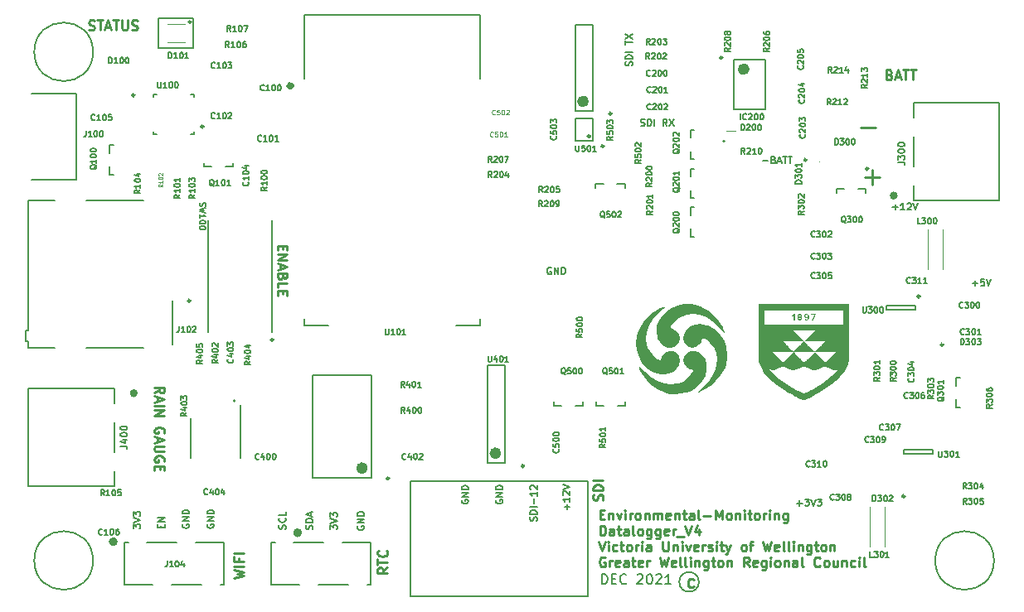
<source format=gbr>
G04 #@! TF.GenerationSoftware,KiCad,Pcbnew,(6.0.0-rc1-255-gd64ae52042)*
G04 #@! TF.CreationDate,2021-12-16T13:03:02+13:00*
G04 #@! TF.ProjectId,main_board,6d61696e-5f62-46f6-9172-642e6b696361,rev?*
G04 #@! TF.SameCoordinates,Original*
G04 #@! TF.FileFunction,Legend,Top*
G04 #@! TF.FilePolarity,Positive*
%FSLAX46Y46*%
G04 Gerber Fmt 4.6, Leading zero omitted, Abs format (unit mm)*
G04 Created by KiCad (PCBNEW (6.0.0-rc1-255-gd64ae52042)) date 2021-12-16 13:03:02*
%MOMM*%
%LPD*%
G01*
G04 APERTURE LIST*
%ADD10C,0.150000*%
%ADD11C,0.120000*%
%ADD12C,0.175000*%
%ADD13C,0.250000*%
%ADD14C,0.254000*%
%ADD15C,0.125000*%
%ADD16C,0.100000*%
%ADD17C,0.127000*%
%ADD18C,0.400000*%
%ADD19C,0.600000*%
%ADD20C,0.200000*%
%ADD21C,0.500000*%
%ADD22C,0.300000*%
%ADD23C,0.240000*%
G04 APERTURE END LIST*
D10*
X93949200Y-58233600D02*
G75*
G03*
X93949200Y-58233600I-3000000J0D01*
G01*
X155817129Y-112429400D02*
G75*
G03*
X155817129Y-112429400I-1004529J0D01*
G01*
X104221200Y-57845600D02*
X104221200Y-54797600D01*
D11*
X168062600Y-69429400D02*
X168062600Y-69429400D01*
X168062600Y-69429400D02*
X168062600Y-69429400D01*
X168062600Y-69429400D02*
X168062600Y-69429400D01*
X168062600Y-69429400D02*
X168062600Y-69429400D01*
D10*
X93949200Y-110233600D02*
G75*
G03*
X93949200Y-110233600I-3000000J0D01*
G01*
X185949200Y-110233600D02*
G75*
G03*
X185949200Y-110233600I-3000000J0D01*
G01*
X100665200Y-57845600D02*
X104221200Y-57845600D01*
X100665200Y-57845600D02*
X100665200Y-54797600D01*
X100665200Y-54797600D02*
X104221200Y-54797600D01*
D12*
X183749616Y-81914055D02*
X184282950Y-81914055D01*
X184016283Y-82180721D02*
X184016283Y-81647388D01*
X184949616Y-81480721D02*
X184616283Y-81480721D01*
X184582950Y-81814055D01*
X184616283Y-81780721D01*
X184682950Y-81747388D01*
X184849616Y-81747388D01*
X184916283Y-81780721D01*
X184949616Y-81814055D01*
X184982950Y-81880721D01*
X184982950Y-82047388D01*
X184949616Y-82114055D01*
X184916283Y-82147388D01*
X184849616Y-82180721D01*
X184682950Y-82180721D01*
X184616283Y-82147388D01*
X184582950Y-82114055D01*
X185182950Y-81480721D02*
X185416283Y-82180721D01*
X185649616Y-81480721D01*
X162343016Y-69379400D02*
X162876350Y-69379400D01*
X163443016Y-69279400D02*
X163543016Y-69312733D01*
X163576350Y-69346066D01*
X163609683Y-69412733D01*
X163609683Y-69512733D01*
X163576350Y-69579400D01*
X163543016Y-69612733D01*
X163476350Y-69646066D01*
X163209683Y-69646066D01*
X163209683Y-68946066D01*
X163443016Y-68946066D01*
X163509683Y-68979400D01*
X163543016Y-69012733D01*
X163576350Y-69079400D01*
X163576350Y-69146066D01*
X163543016Y-69212733D01*
X163509683Y-69246066D01*
X163443016Y-69279400D01*
X163209683Y-69279400D01*
X163876350Y-69446066D02*
X164209683Y-69446066D01*
X163809683Y-69646066D02*
X164043016Y-68946066D01*
X164276350Y-69646066D01*
X164409683Y-68946066D02*
X164809683Y-68946066D01*
X164609683Y-69646066D02*
X164609683Y-68946066D01*
X164943016Y-68946066D02*
X165343016Y-68946066D01*
X165143016Y-69646066D02*
X165143016Y-68946066D01*
X140721508Y-80303750D02*
X140654841Y-80270416D01*
X140554841Y-80270416D01*
X140454841Y-80303750D01*
X140388175Y-80370416D01*
X140354841Y-80437083D01*
X140321508Y-80570416D01*
X140321508Y-80670416D01*
X140354841Y-80803750D01*
X140388175Y-80870416D01*
X140454841Y-80937083D01*
X140554841Y-80970416D01*
X140621508Y-80970416D01*
X140721508Y-80937083D01*
X140754841Y-80903750D01*
X140754841Y-80670416D01*
X140621508Y-80670416D01*
X141054841Y-80970416D02*
X141054841Y-80270416D01*
X141454841Y-80970416D01*
X141454841Y-80270416D01*
X141788175Y-80970416D02*
X141788175Y-80270416D01*
X141954841Y-80270416D01*
X142054841Y-80303750D01*
X142121508Y-80370416D01*
X142154841Y-80437083D01*
X142188175Y-80570416D01*
X142188175Y-80670416D01*
X142154841Y-80803750D01*
X142121508Y-80870416D01*
X142054841Y-80937083D01*
X141954841Y-80970416D01*
X141788175Y-80970416D01*
X105612600Y-106532316D02*
X105579266Y-106598983D01*
X105579266Y-106698983D01*
X105612600Y-106798983D01*
X105679266Y-106865650D01*
X105745933Y-106898983D01*
X105879266Y-106932316D01*
X105979266Y-106932316D01*
X106112600Y-106898983D01*
X106179266Y-106865650D01*
X106245933Y-106798983D01*
X106279266Y-106698983D01*
X106279266Y-106632316D01*
X106245933Y-106532316D01*
X106212600Y-106498983D01*
X105979266Y-106498983D01*
X105979266Y-106632316D01*
X106279266Y-106198983D02*
X105579266Y-106198983D01*
X106279266Y-105798983D01*
X105579266Y-105798983D01*
X106279266Y-105465650D02*
X105579266Y-105465650D01*
X105579266Y-105298983D01*
X105612600Y-105198983D01*
X105679266Y-105132316D01*
X105745933Y-105098983D01*
X105879266Y-105065650D01*
X105979266Y-105065650D01*
X106112600Y-105098983D01*
X106179266Y-105132316D01*
X106245933Y-105198983D01*
X106279266Y-105298983D01*
X106279266Y-105465650D01*
X116345933Y-107029400D02*
X116379266Y-106929400D01*
X116379266Y-106762733D01*
X116345933Y-106696066D01*
X116312600Y-106662733D01*
X116245933Y-106629400D01*
X116179266Y-106629400D01*
X116112600Y-106662733D01*
X116079266Y-106696066D01*
X116045933Y-106762733D01*
X116012600Y-106896066D01*
X115979266Y-106962733D01*
X115945933Y-106996066D01*
X115879266Y-107029400D01*
X115812600Y-107029400D01*
X115745933Y-106996066D01*
X115712600Y-106962733D01*
X115679266Y-106896066D01*
X115679266Y-106729400D01*
X115712600Y-106629400D01*
X116379266Y-106329400D02*
X115679266Y-106329400D01*
X115679266Y-106162733D01*
X115712600Y-106062733D01*
X115779266Y-105996066D01*
X115845933Y-105962733D01*
X115979266Y-105929400D01*
X116079266Y-105929400D01*
X116212600Y-105962733D01*
X116279266Y-105996066D01*
X116345933Y-106062733D01*
X116379266Y-106162733D01*
X116379266Y-106329400D01*
X116179266Y-105662733D02*
X116179266Y-105329400D01*
X116379266Y-105729400D02*
X115679266Y-105496066D01*
X116379266Y-105262733D01*
D13*
X145967361Y-104076423D02*
X146014980Y-103933566D01*
X146014980Y-103695471D01*
X145967361Y-103600233D01*
X145919742Y-103552614D01*
X145824504Y-103504995D01*
X145729266Y-103504995D01*
X145634028Y-103552614D01*
X145586409Y-103600233D01*
X145538790Y-103695471D01*
X145491171Y-103885947D01*
X145443552Y-103981185D01*
X145395933Y-104028804D01*
X145300695Y-104076423D01*
X145205457Y-104076423D01*
X145110219Y-104028804D01*
X145062600Y-103981185D01*
X145014980Y-103885947D01*
X145014980Y-103647852D01*
X145062600Y-103504995D01*
X146014980Y-103076423D02*
X145014980Y-103076423D01*
X145014980Y-102838328D01*
X145062600Y-102695471D01*
X145157838Y-102600233D01*
X145253076Y-102552614D01*
X145443552Y-102504995D01*
X145586409Y-102504995D01*
X145776885Y-102552614D01*
X145872123Y-102600233D01*
X145967361Y-102695471D01*
X146014980Y-102838328D01*
X146014980Y-103076423D01*
X146014980Y-102076423D02*
X145014980Y-102076423D01*
D12*
X98079266Y-106965650D02*
X98079266Y-106532316D01*
X98345933Y-106765650D01*
X98345933Y-106665650D01*
X98379266Y-106598983D01*
X98412600Y-106565650D01*
X98479266Y-106532316D01*
X98645933Y-106532316D01*
X98712600Y-106565650D01*
X98745933Y-106598983D01*
X98779266Y-106665650D01*
X98779266Y-106865650D01*
X98745933Y-106932316D01*
X98712600Y-106965650D01*
X98079266Y-106332316D02*
X98779266Y-106098983D01*
X98079266Y-105865650D01*
X98079266Y-105698983D02*
X98079266Y-105265650D01*
X98345933Y-105498983D01*
X98345933Y-105398983D01*
X98379266Y-105332316D01*
X98412600Y-105298983D01*
X98479266Y-105265650D01*
X98645933Y-105265650D01*
X98712600Y-105298983D01*
X98745933Y-105332316D01*
X98779266Y-105398983D01*
X98779266Y-105598983D01*
X98745933Y-105665650D01*
X98712600Y-105698983D01*
X100912600Y-106898983D02*
X100912600Y-106665650D01*
X101279266Y-106565650D02*
X101279266Y-106898983D01*
X100579266Y-106898983D01*
X100579266Y-106565650D01*
X101279266Y-106265650D02*
X100579266Y-106265650D01*
X101279266Y-105865650D01*
X100579266Y-105865650D01*
X175593016Y-74129400D02*
X176126350Y-74129400D01*
X175859683Y-74396066D02*
X175859683Y-73862733D01*
X176826350Y-74396066D02*
X176426350Y-74396066D01*
X176626350Y-74396066D02*
X176626350Y-73696066D01*
X176559683Y-73796066D01*
X176493016Y-73862733D01*
X176426350Y-73896066D01*
X177093016Y-73762733D02*
X177126350Y-73729400D01*
X177193016Y-73696066D01*
X177359683Y-73696066D01*
X177426350Y-73729400D01*
X177459683Y-73762733D01*
X177493016Y-73829400D01*
X177493016Y-73896066D01*
X177459683Y-73996066D01*
X177059683Y-74396066D01*
X177493016Y-74396066D01*
X177693016Y-73696066D02*
X177926350Y-74396066D01*
X178159683Y-73696066D01*
D13*
X175271128Y-60561962D02*
X175413985Y-60609581D01*
X175461604Y-60657200D01*
X175509223Y-60752438D01*
X175509223Y-60895295D01*
X175461604Y-60990533D01*
X175413985Y-61038152D01*
X175318747Y-61085771D01*
X174937795Y-61085771D01*
X174937795Y-60085771D01*
X175271128Y-60085771D01*
X175366366Y-60133391D01*
X175413985Y-60181010D01*
X175461604Y-60276248D01*
X175461604Y-60371486D01*
X175413985Y-60466724D01*
X175366366Y-60514343D01*
X175271128Y-60561962D01*
X174937795Y-60561962D01*
X175890176Y-60800057D02*
X176366366Y-60800057D01*
X175794938Y-61085771D02*
X176128271Y-60085771D01*
X176461604Y-61085771D01*
X176652080Y-60085771D02*
X177223509Y-60085771D01*
X176937795Y-61085771D02*
X176937795Y-60085771D01*
X177413985Y-60085771D02*
X177985414Y-60085771D01*
X177699700Y-61085771D02*
X177699700Y-60085771D01*
X108355180Y-112048642D02*
X109355180Y-111810547D01*
X108640895Y-111620071D01*
X109355180Y-111429595D01*
X108355180Y-111191500D01*
X109355180Y-110810547D02*
X108355180Y-110810547D01*
X108831371Y-110001023D02*
X108831371Y-110334357D01*
X109355180Y-110334357D02*
X108355180Y-110334357D01*
X108355180Y-109858166D01*
X109355180Y-109477214D02*
X108355180Y-109477214D01*
D12*
X103112600Y-106532316D02*
X103079266Y-106598983D01*
X103079266Y-106698983D01*
X103112600Y-106798983D01*
X103179266Y-106865650D01*
X103245933Y-106898983D01*
X103379266Y-106932316D01*
X103479266Y-106932316D01*
X103612600Y-106898983D01*
X103679266Y-106865650D01*
X103745933Y-106798983D01*
X103779266Y-106698983D01*
X103779266Y-106632316D01*
X103745933Y-106532316D01*
X103712600Y-106498983D01*
X103479266Y-106498983D01*
X103479266Y-106632316D01*
X103779266Y-106198983D02*
X103079266Y-106198983D01*
X103779266Y-105798983D01*
X103079266Y-105798983D01*
X103779266Y-105465650D02*
X103079266Y-105465650D01*
X103079266Y-105298983D01*
X103112600Y-105198983D01*
X103179266Y-105132316D01*
X103245933Y-105098983D01*
X103379266Y-105065650D01*
X103479266Y-105065650D01*
X103612600Y-105098983D01*
X103679266Y-105132316D01*
X103745933Y-105198983D01*
X103779266Y-105298983D01*
X103779266Y-105465650D01*
X149882271Y-65764388D02*
X149982271Y-65797721D01*
X150148938Y-65797721D01*
X150215604Y-65764388D01*
X150248938Y-65731055D01*
X150282271Y-65664388D01*
X150282271Y-65597721D01*
X150248938Y-65531055D01*
X150215604Y-65497721D01*
X150148938Y-65464388D01*
X150015604Y-65431055D01*
X149948938Y-65397721D01*
X149915604Y-65364388D01*
X149882271Y-65297721D01*
X149882271Y-65231055D01*
X149915604Y-65164388D01*
X149948938Y-65131055D01*
X150015604Y-65097721D01*
X150182271Y-65097721D01*
X150282271Y-65131055D01*
X150582271Y-65797721D02*
X150582271Y-65097721D01*
X150748938Y-65097721D01*
X150848938Y-65131055D01*
X150915604Y-65197721D01*
X150948938Y-65264388D01*
X150982271Y-65397721D01*
X150982271Y-65497721D01*
X150948938Y-65631055D01*
X150915604Y-65697721D01*
X150848938Y-65764388D01*
X150748938Y-65797721D01*
X150582271Y-65797721D01*
X151282271Y-65797721D02*
X151282271Y-65097721D01*
X152548938Y-65797721D02*
X152315604Y-65464388D01*
X152148938Y-65797721D02*
X152148938Y-65097721D01*
X152415604Y-65097721D01*
X152482271Y-65131055D01*
X152515604Y-65164388D01*
X152548938Y-65231055D01*
X152548938Y-65331055D01*
X152515604Y-65397721D01*
X152482271Y-65431055D01*
X152415604Y-65464388D01*
X152148938Y-65464388D01*
X152782271Y-65097721D02*
X153248938Y-65797721D01*
X153248938Y-65097721D02*
X152782271Y-65797721D01*
X131612600Y-104032316D02*
X131579266Y-104098983D01*
X131579266Y-104198983D01*
X131612600Y-104298983D01*
X131679266Y-104365650D01*
X131745933Y-104398983D01*
X131879266Y-104432316D01*
X131979266Y-104432316D01*
X132112600Y-104398983D01*
X132179266Y-104365650D01*
X132245933Y-104298983D01*
X132279266Y-104198983D01*
X132279266Y-104132316D01*
X132245933Y-104032316D01*
X132212600Y-103998983D01*
X131979266Y-103998983D01*
X131979266Y-104132316D01*
X132279266Y-103698983D02*
X131579266Y-103698983D01*
X132279266Y-103298983D01*
X131579266Y-103298983D01*
X132279266Y-102965650D02*
X131579266Y-102965650D01*
X131579266Y-102798983D01*
X131612600Y-102698983D01*
X131679266Y-102632316D01*
X131745933Y-102598983D01*
X131879266Y-102565650D01*
X131979266Y-102565650D01*
X132112600Y-102598983D01*
X132179266Y-102632316D01*
X132245933Y-102698983D01*
X132279266Y-102798983D01*
X132279266Y-102965650D01*
X135111114Y-104032316D02*
X135077780Y-104098983D01*
X135077780Y-104198983D01*
X135111114Y-104298983D01*
X135177780Y-104365650D01*
X135244447Y-104398983D01*
X135377780Y-104432316D01*
X135477780Y-104432316D01*
X135611114Y-104398983D01*
X135677780Y-104365650D01*
X135744447Y-104298983D01*
X135777780Y-104198983D01*
X135777780Y-104132316D01*
X135744447Y-104032316D01*
X135711114Y-103998983D01*
X135477780Y-103998983D01*
X135477780Y-104132316D01*
X135777780Y-103698983D02*
X135077780Y-103698983D01*
X135777780Y-103298983D01*
X135077780Y-103298983D01*
X135777780Y-102965650D02*
X135077780Y-102965650D01*
X135077780Y-102798983D01*
X135111114Y-102698983D01*
X135177780Y-102632316D01*
X135244447Y-102598983D01*
X135377780Y-102565650D01*
X135477780Y-102565650D01*
X135611114Y-102598983D01*
X135677780Y-102632316D01*
X135744447Y-102698983D01*
X135777780Y-102798983D01*
X135777780Y-102965650D01*
X145914445Y-112631780D02*
X145914445Y-111631780D01*
X146152540Y-111631780D01*
X146295397Y-111679400D01*
X146390635Y-111774638D01*
X146438254Y-111869876D01*
X146485873Y-112060352D01*
X146485873Y-112203209D01*
X146438254Y-112393685D01*
X146390635Y-112488923D01*
X146295397Y-112584161D01*
X146152540Y-112631780D01*
X145914445Y-112631780D01*
X146914445Y-112107971D02*
X147247778Y-112107971D01*
X147390635Y-112631780D02*
X146914445Y-112631780D01*
X146914445Y-111631780D01*
X147390635Y-111631780D01*
X148390635Y-112536542D02*
X148343016Y-112584161D01*
X148200159Y-112631780D01*
X148104921Y-112631780D01*
X147962064Y-112584161D01*
X147866826Y-112488923D01*
X147819207Y-112393685D01*
X147771588Y-112203209D01*
X147771588Y-112060352D01*
X147819207Y-111869876D01*
X147866826Y-111774638D01*
X147962064Y-111679400D01*
X148104921Y-111631780D01*
X148200159Y-111631780D01*
X148343016Y-111679400D01*
X148390635Y-111727019D01*
X149533492Y-111727019D02*
X149581111Y-111679400D01*
X149676350Y-111631780D01*
X149914445Y-111631780D01*
X150009683Y-111679400D01*
X150057302Y-111727019D01*
X150104921Y-111822257D01*
X150104921Y-111917495D01*
X150057302Y-112060352D01*
X149485873Y-112631780D01*
X150104921Y-112631780D01*
X150723969Y-111631780D02*
X150819207Y-111631780D01*
X150914445Y-111679400D01*
X150962064Y-111727019D01*
X151009683Y-111822257D01*
X151057302Y-112012733D01*
X151057302Y-112250828D01*
X151009683Y-112441304D01*
X150962064Y-112536542D01*
X150914445Y-112584161D01*
X150819207Y-112631780D01*
X150723969Y-112631780D01*
X150628730Y-112584161D01*
X150581111Y-112536542D01*
X150533492Y-112441304D01*
X150485873Y-112250828D01*
X150485873Y-112012733D01*
X150533492Y-111822257D01*
X150581111Y-111727019D01*
X150628730Y-111679400D01*
X150723969Y-111631780D01*
X151438254Y-111727019D02*
X151485873Y-111679400D01*
X151581111Y-111631780D01*
X151819207Y-111631780D01*
X151914445Y-111679400D01*
X151962064Y-111727019D01*
X152009683Y-111822257D01*
X152009683Y-111917495D01*
X151962064Y-112060352D01*
X151390635Y-112631780D01*
X152009683Y-112631780D01*
X152962064Y-112631780D02*
X152390635Y-112631780D01*
X152676350Y-112631780D02*
X152676350Y-111631780D01*
X152581111Y-111774638D01*
X152485873Y-111869876D01*
X152390635Y-111917495D01*
D13*
X93515176Y-55950141D02*
X93658033Y-55997760D01*
X93896128Y-55997760D01*
X93991366Y-55950141D01*
X94038985Y-55902522D01*
X94086604Y-55807284D01*
X94086604Y-55712046D01*
X94038985Y-55616808D01*
X93991366Y-55569189D01*
X93896128Y-55521570D01*
X93705652Y-55473951D01*
X93610414Y-55426332D01*
X93562795Y-55378713D01*
X93515176Y-55283475D01*
X93515176Y-55188237D01*
X93562795Y-55092999D01*
X93610414Y-55045380D01*
X93705652Y-54997760D01*
X93943747Y-54997760D01*
X94086604Y-55045380D01*
X94372319Y-54997760D02*
X94943747Y-54997760D01*
X94658033Y-55997760D02*
X94658033Y-54997760D01*
X95229461Y-55712046D02*
X95705652Y-55712046D01*
X95134223Y-55997760D02*
X95467557Y-54997760D01*
X95800890Y-55997760D01*
X95991366Y-54997760D02*
X96562795Y-54997760D01*
X96277080Y-55997760D02*
X96277080Y-54997760D01*
X96896128Y-54997760D02*
X96896128Y-55807284D01*
X96943747Y-55902522D01*
X96991366Y-55950141D01*
X97086604Y-55997760D01*
X97277080Y-55997760D01*
X97372319Y-55950141D01*
X97419938Y-55902522D01*
X97467557Y-55807284D01*
X97467557Y-54997760D01*
X97896128Y-55950141D02*
X98038985Y-55997760D01*
X98277080Y-55997760D01*
X98372319Y-55950141D01*
X98419938Y-55902522D01*
X98467557Y-55807284D01*
X98467557Y-55712046D01*
X98419938Y-55616808D01*
X98372319Y-55569189D01*
X98277080Y-55521570D01*
X98086604Y-55473951D01*
X97991366Y-55426332D01*
X97943747Y-55378713D01*
X97896128Y-55283475D01*
X97896128Y-55188237D01*
X97943747Y-55092999D01*
X97991366Y-55045380D01*
X98086604Y-54997760D01*
X98324700Y-54997760D01*
X98467557Y-55045380D01*
D12*
X142335855Y-105037783D02*
X142335855Y-104504450D01*
X142602521Y-104771116D02*
X142069188Y-104771116D01*
X142602521Y-103804450D02*
X142602521Y-104204450D01*
X142602521Y-104004450D02*
X141902521Y-104004450D01*
X142002521Y-104071116D01*
X142069188Y-104137783D01*
X142102521Y-104204450D01*
X141969188Y-103537783D02*
X141935855Y-103504450D01*
X141902521Y-103437783D01*
X141902521Y-103271116D01*
X141935855Y-103204450D01*
X141969188Y-103171116D01*
X142035855Y-103137783D01*
X142102521Y-103137783D01*
X142202521Y-103171116D01*
X142602521Y-103571116D01*
X142602521Y-103137783D01*
X141902521Y-102937783D02*
X142602521Y-102704450D01*
X141902521Y-102471116D01*
D13*
X113312628Y-78049198D02*
X113312628Y-78382531D01*
X112788819Y-78525388D02*
X112788819Y-78049198D01*
X113788819Y-78049198D01*
X113788819Y-78525388D01*
X112788819Y-78953960D02*
X113788819Y-78953960D01*
X112788819Y-79525388D01*
X113788819Y-79525388D01*
X113074533Y-79953960D02*
X113074533Y-80430150D01*
X112788819Y-79858722D02*
X113788819Y-80192055D01*
X112788819Y-80525388D01*
X113312628Y-81192055D02*
X113265009Y-81334912D01*
X113217390Y-81382531D01*
X113122152Y-81430150D01*
X112979295Y-81430150D01*
X112884057Y-81382531D01*
X112836438Y-81334912D01*
X112788819Y-81239674D01*
X112788819Y-80858722D01*
X113788819Y-80858722D01*
X113788819Y-81192055D01*
X113741200Y-81287293D01*
X113693580Y-81334912D01*
X113598342Y-81382531D01*
X113503104Y-81382531D01*
X113407866Y-81334912D01*
X113360247Y-81287293D01*
X113312628Y-81192055D01*
X113312628Y-80858722D01*
X112788819Y-82334912D02*
X112788819Y-81858722D01*
X113788819Y-81858722D01*
X113312628Y-82668245D02*
X113312628Y-83001579D01*
X112788819Y-83144436D02*
X112788819Y-82668245D01*
X113788819Y-82668245D01*
X113788819Y-83144436D01*
D14*
X172353890Y-65972257D02*
X173877700Y-65972257D01*
X155281641Y-112919899D02*
X155162593Y-112979423D01*
X154924498Y-112979423D01*
X154805450Y-112919899D01*
X154745927Y-112860375D01*
X154686403Y-112741327D01*
X154686403Y-112384185D01*
X154745927Y-112265137D01*
X154805450Y-112205613D01*
X154924498Y-112146089D01*
X155162593Y-112146089D01*
X155281641Y-112205613D01*
X172717488Y-71072257D02*
X174241298Y-71072257D01*
X173479393Y-71834161D02*
X173479393Y-70310352D01*
D13*
X124014980Y-110957376D02*
X123538790Y-111290709D01*
X124014980Y-111528804D02*
X123014980Y-111528804D01*
X123014980Y-111147852D01*
X123062600Y-111052614D01*
X123110219Y-111004995D01*
X123205457Y-110957376D01*
X123348314Y-110957376D01*
X123443552Y-111004995D01*
X123491171Y-111052614D01*
X123538790Y-111147852D01*
X123538790Y-111528804D01*
X123014980Y-110671661D02*
X123014980Y-110100233D01*
X124014980Y-110385947D02*
X123014980Y-110385947D01*
X123919742Y-109195471D02*
X123967361Y-109243090D01*
X124014980Y-109385947D01*
X124014980Y-109481185D01*
X123967361Y-109624042D01*
X123872123Y-109719280D01*
X123776885Y-109766900D01*
X123586409Y-109814519D01*
X123443552Y-109814519D01*
X123253076Y-109766900D01*
X123157838Y-109719280D01*
X123062600Y-109624042D01*
X123014980Y-109481185D01*
X123014980Y-109385947D01*
X123062600Y-109243090D01*
X123110219Y-109195471D01*
D12*
X113595933Y-107012733D02*
X113629266Y-106912733D01*
X113629266Y-106746066D01*
X113595933Y-106679400D01*
X113562600Y-106646066D01*
X113495933Y-106612733D01*
X113429266Y-106612733D01*
X113362600Y-106646066D01*
X113329266Y-106679400D01*
X113295933Y-106746066D01*
X113262600Y-106879400D01*
X113229266Y-106946066D01*
X113195933Y-106979400D01*
X113129266Y-107012733D01*
X113062600Y-107012733D01*
X112995933Y-106979400D01*
X112962600Y-106946066D01*
X112929266Y-106879400D01*
X112929266Y-106712733D01*
X112962600Y-106612733D01*
X113562600Y-105912733D02*
X113595933Y-105946066D01*
X113629266Y-106046066D01*
X113629266Y-106112733D01*
X113595933Y-106212733D01*
X113529266Y-106279400D01*
X113462600Y-106312733D01*
X113329266Y-106346066D01*
X113229266Y-106346066D01*
X113095933Y-106312733D01*
X113029266Y-106279400D01*
X112962600Y-106212733D01*
X112929266Y-106112733D01*
X112929266Y-106046066D01*
X112962600Y-105946066D01*
X112995933Y-105912733D01*
X113629266Y-105279400D02*
X113629266Y-105612733D01*
X112929266Y-105612733D01*
X120962600Y-106712733D02*
X120929266Y-106779400D01*
X120929266Y-106879400D01*
X120962600Y-106979400D01*
X121029266Y-107046066D01*
X121095933Y-107079400D01*
X121229266Y-107112733D01*
X121329266Y-107112733D01*
X121462600Y-107079400D01*
X121529266Y-107046066D01*
X121595933Y-106979400D01*
X121629266Y-106879400D01*
X121629266Y-106812733D01*
X121595933Y-106712733D01*
X121562600Y-106679400D01*
X121329266Y-106679400D01*
X121329266Y-106812733D01*
X121629266Y-106379400D02*
X120929266Y-106379400D01*
X121629266Y-105979400D01*
X120929266Y-105979400D01*
X121629266Y-105646066D02*
X120929266Y-105646066D01*
X120929266Y-105479400D01*
X120962600Y-105379400D01*
X121029266Y-105312733D01*
X121095933Y-105279400D01*
X121229266Y-105246066D01*
X121329266Y-105246066D01*
X121462600Y-105279400D01*
X121529266Y-105312733D01*
X121595933Y-105379400D01*
X121629266Y-105479400D01*
X121629266Y-105646066D01*
X118179266Y-107046066D02*
X118179266Y-106612733D01*
X118445933Y-106846066D01*
X118445933Y-106746066D01*
X118479266Y-106679400D01*
X118512600Y-106646066D01*
X118579266Y-106612733D01*
X118745933Y-106612733D01*
X118812600Y-106646066D01*
X118845933Y-106679400D01*
X118879266Y-106746066D01*
X118879266Y-106946066D01*
X118845933Y-107012733D01*
X118812600Y-107046066D01*
X118179266Y-106412733D02*
X118879266Y-106179400D01*
X118179266Y-105946066D01*
X118179266Y-105779400D02*
X118179266Y-105346066D01*
X118445933Y-105579400D01*
X118445933Y-105479400D01*
X118479266Y-105412733D01*
X118512600Y-105379400D01*
X118579266Y-105346066D01*
X118745933Y-105346066D01*
X118812600Y-105379400D01*
X118845933Y-105412733D01*
X118879266Y-105479400D01*
X118879266Y-105679400D01*
X118845933Y-105746066D01*
X118812600Y-105779400D01*
X139241788Y-106182316D02*
X139275121Y-106082316D01*
X139275121Y-105915650D01*
X139241788Y-105848983D01*
X139208455Y-105815650D01*
X139141788Y-105782316D01*
X139075121Y-105782316D01*
X139008455Y-105815650D01*
X138975121Y-105848983D01*
X138941788Y-105915650D01*
X138908455Y-106048983D01*
X138875121Y-106115650D01*
X138841788Y-106148983D01*
X138775121Y-106182316D01*
X138708455Y-106182316D01*
X138641788Y-106148983D01*
X138608455Y-106115650D01*
X138575121Y-106048983D01*
X138575121Y-105882316D01*
X138608455Y-105782316D01*
X139275121Y-105482316D02*
X138575121Y-105482316D01*
X138575121Y-105315650D01*
X138608455Y-105215650D01*
X138675121Y-105148983D01*
X138741788Y-105115650D01*
X138875121Y-105082316D01*
X138975121Y-105082316D01*
X139108455Y-105115650D01*
X139175121Y-105148983D01*
X139241788Y-105215650D01*
X139275121Y-105315650D01*
X139275121Y-105482316D01*
X139275121Y-104782316D02*
X138575121Y-104782316D01*
X139008455Y-104448983D02*
X139008455Y-103915650D01*
X139275121Y-103215650D02*
X139275121Y-103615650D01*
X139275121Y-103415650D02*
X138575121Y-103415650D01*
X138675121Y-103482316D01*
X138741788Y-103548983D01*
X138775121Y-103615650D01*
X138641788Y-102948983D02*
X138608455Y-102915650D01*
X138575121Y-102848983D01*
X138575121Y-102682316D01*
X138608455Y-102615650D01*
X138641788Y-102582316D01*
X138708455Y-102548983D01*
X138775121Y-102548983D01*
X138875121Y-102582316D01*
X139275121Y-102982316D01*
X139275121Y-102548983D01*
X165843016Y-104379400D02*
X166376350Y-104379400D01*
X166109683Y-104646066D02*
X166109683Y-104112733D01*
X166643016Y-103946066D02*
X167076350Y-103946066D01*
X166843016Y-104212733D01*
X166943016Y-104212733D01*
X167009683Y-104246066D01*
X167043016Y-104279400D01*
X167076350Y-104346066D01*
X167076350Y-104512733D01*
X167043016Y-104579400D01*
X167009683Y-104612733D01*
X166943016Y-104646066D01*
X166743016Y-104646066D01*
X166676350Y-104612733D01*
X166643016Y-104579400D01*
X167276350Y-103946066D02*
X167509683Y-104646066D01*
X167743016Y-103946066D01*
X167909683Y-103946066D02*
X168343016Y-103946066D01*
X168109683Y-104212733D01*
X168209683Y-104212733D01*
X168276350Y-104246066D01*
X168309683Y-104279400D01*
X168343016Y-104346066D01*
X168343016Y-104512733D01*
X168309683Y-104579400D01*
X168276350Y-104612733D01*
X168209683Y-104646066D01*
X168009683Y-104646066D01*
X167943016Y-104612733D01*
X167909683Y-104579400D01*
X148995933Y-59633551D02*
X149029266Y-59533551D01*
X149029266Y-59366885D01*
X148995933Y-59300218D01*
X148962600Y-59266885D01*
X148895933Y-59233551D01*
X148829266Y-59233551D01*
X148762600Y-59266885D01*
X148729266Y-59300218D01*
X148695933Y-59366885D01*
X148662600Y-59500218D01*
X148629266Y-59566885D01*
X148595933Y-59600218D01*
X148529266Y-59633551D01*
X148462600Y-59633551D01*
X148395933Y-59600218D01*
X148362600Y-59566885D01*
X148329266Y-59500218D01*
X148329266Y-59333551D01*
X148362600Y-59233551D01*
X149029266Y-58933551D02*
X148329266Y-58933551D01*
X148329266Y-58766885D01*
X148362600Y-58666885D01*
X148429266Y-58600218D01*
X148495933Y-58566885D01*
X148629266Y-58533551D01*
X148729266Y-58533551D01*
X148862600Y-58566885D01*
X148929266Y-58600218D01*
X148995933Y-58666885D01*
X149029266Y-58766885D01*
X149029266Y-58933551D01*
X149029266Y-58233551D02*
X148329266Y-58233551D01*
X148329266Y-57466885D02*
X148329266Y-57066885D01*
X149029266Y-57266885D02*
X148329266Y-57266885D01*
X148329266Y-56900218D02*
X149029266Y-56433551D01*
X148329266Y-56433551D02*
X149029266Y-56900218D01*
D13*
X100227041Y-93107626D02*
X100703231Y-92774293D01*
X100227041Y-92536198D02*
X101227041Y-92536198D01*
X101227041Y-92917150D01*
X101179422Y-93012388D01*
X101131802Y-93060007D01*
X101036564Y-93107626D01*
X100893707Y-93107626D01*
X100798469Y-93060007D01*
X100750850Y-93012388D01*
X100703231Y-92917150D01*
X100703231Y-92536198D01*
X100512755Y-93488579D02*
X100512755Y-93964769D01*
X100227041Y-93393341D02*
X101227041Y-93726674D01*
X100227041Y-94060007D01*
X100227041Y-94393341D02*
X101227041Y-94393341D01*
X100227041Y-94869531D02*
X101227041Y-94869531D01*
X100227041Y-95440960D01*
X101227041Y-95440960D01*
X101179422Y-97202864D02*
X101227041Y-97107626D01*
X101227041Y-96964769D01*
X101179422Y-96821912D01*
X101084183Y-96726674D01*
X100988945Y-96679055D01*
X100798469Y-96631436D01*
X100655612Y-96631436D01*
X100465136Y-96679055D01*
X100369898Y-96726674D01*
X100274660Y-96821912D01*
X100227041Y-96964769D01*
X100227041Y-97060007D01*
X100274660Y-97202864D01*
X100322279Y-97250483D01*
X100655612Y-97250483D01*
X100655612Y-97060007D01*
X100512755Y-97631436D02*
X100512755Y-98107626D01*
X100227041Y-97536198D02*
X101227041Y-97869531D01*
X100227041Y-98202864D01*
X101227041Y-98536198D02*
X100417517Y-98536198D01*
X100322279Y-98583817D01*
X100274660Y-98631436D01*
X100227041Y-98726674D01*
X100227041Y-98917150D01*
X100274660Y-99012388D01*
X100322279Y-99060007D01*
X100417517Y-99107626D01*
X101227041Y-99107626D01*
X101179422Y-100107626D02*
X101227041Y-100012388D01*
X101227041Y-99869531D01*
X101179422Y-99726674D01*
X101084183Y-99631436D01*
X100988945Y-99583817D01*
X100798469Y-99536198D01*
X100655612Y-99536198D01*
X100465136Y-99583817D01*
X100369898Y-99631436D01*
X100274660Y-99726674D01*
X100227041Y-99869531D01*
X100227041Y-99964769D01*
X100274660Y-100107626D01*
X100322279Y-100155245D01*
X100655612Y-100155245D01*
X100655612Y-99964769D01*
X100750850Y-100583817D02*
X100750850Y-100917150D01*
X100227041Y-101060007D02*
X100227041Y-100583817D01*
X101227041Y-100583817D01*
X101227041Y-101060007D01*
X145713195Y-105527971D02*
X146046528Y-105527971D01*
X146189385Y-106051780D02*
X145713195Y-106051780D01*
X145713195Y-105051780D01*
X146189385Y-105051780D01*
X146617957Y-105385114D02*
X146617957Y-106051780D01*
X146617957Y-105480352D02*
X146665576Y-105432733D01*
X146760814Y-105385114D01*
X146903671Y-105385114D01*
X146998909Y-105432733D01*
X147046528Y-105527971D01*
X147046528Y-106051780D01*
X147427480Y-105385114D02*
X147665576Y-106051780D01*
X147903671Y-105385114D01*
X148284623Y-106051780D02*
X148284623Y-105385114D01*
X148284623Y-105051780D02*
X148237004Y-105099400D01*
X148284623Y-105147019D01*
X148332242Y-105099400D01*
X148284623Y-105051780D01*
X148284623Y-105147019D01*
X148760814Y-106051780D02*
X148760814Y-105385114D01*
X148760814Y-105575590D02*
X148808433Y-105480352D01*
X148856052Y-105432733D01*
X148951290Y-105385114D01*
X149046528Y-105385114D01*
X149522719Y-106051780D02*
X149427480Y-106004161D01*
X149379861Y-105956542D01*
X149332242Y-105861304D01*
X149332242Y-105575590D01*
X149379861Y-105480352D01*
X149427480Y-105432733D01*
X149522719Y-105385114D01*
X149665576Y-105385114D01*
X149760814Y-105432733D01*
X149808433Y-105480352D01*
X149856052Y-105575590D01*
X149856052Y-105861304D01*
X149808433Y-105956542D01*
X149760814Y-106004161D01*
X149665576Y-106051780D01*
X149522719Y-106051780D01*
X150284623Y-105385114D02*
X150284623Y-106051780D01*
X150284623Y-105480352D02*
X150332242Y-105432733D01*
X150427480Y-105385114D01*
X150570338Y-105385114D01*
X150665576Y-105432733D01*
X150713195Y-105527971D01*
X150713195Y-106051780D01*
X151189385Y-106051780D02*
X151189385Y-105385114D01*
X151189385Y-105480352D02*
X151237004Y-105432733D01*
X151332242Y-105385114D01*
X151475100Y-105385114D01*
X151570338Y-105432733D01*
X151617957Y-105527971D01*
X151617957Y-106051780D01*
X151617957Y-105527971D02*
X151665576Y-105432733D01*
X151760814Y-105385114D01*
X151903671Y-105385114D01*
X151998909Y-105432733D01*
X152046528Y-105527971D01*
X152046528Y-106051780D01*
X152903671Y-106004161D02*
X152808433Y-106051780D01*
X152617957Y-106051780D01*
X152522719Y-106004161D01*
X152475100Y-105908923D01*
X152475100Y-105527971D01*
X152522719Y-105432733D01*
X152617957Y-105385114D01*
X152808433Y-105385114D01*
X152903671Y-105432733D01*
X152951290Y-105527971D01*
X152951290Y-105623209D01*
X152475100Y-105718447D01*
X153379861Y-105385114D02*
X153379861Y-106051780D01*
X153379861Y-105480352D02*
X153427480Y-105432733D01*
X153522719Y-105385114D01*
X153665576Y-105385114D01*
X153760814Y-105432733D01*
X153808433Y-105527971D01*
X153808433Y-106051780D01*
X154141766Y-105385114D02*
X154522719Y-105385114D01*
X154284623Y-105051780D02*
X154284623Y-105908923D01*
X154332242Y-106004161D01*
X154427480Y-106051780D01*
X154522719Y-106051780D01*
X155284623Y-106051780D02*
X155284623Y-105527971D01*
X155237004Y-105432733D01*
X155141766Y-105385114D01*
X154951290Y-105385114D01*
X154856052Y-105432733D01*
X155284623Y-106004161D02*
X155189385Y-106051780D01*
X154951290Y-106051780D01*
X154856052Y-106004161D01*
X154808433Y-105908923D01*
X154808433Y-105813685D01*
X154856052Y-105718447D01*
X154951290Y-105670828D01*
X155189385Y-105670828D01*
X155284623Y-105623209D01*
X155903671Y-106051780D02*
X155808433Y-106004161D01*
X155760814Y-105908923D01*
X155760814Y-105051780D01*
X156284623Y-105670828D02*
X157046528Y-105670828D01*
X157522719Y-106051780D02*
X157522719Y-105051780D01*
X157856052Y-105766066D01*
X158189385Y-105051780D01*
X158189385Y-106051780D01*
X158808433Y-106051780D02*
X158713195Y-106004161D01*
X158665576Y-105956542D01*
X158617957Y-105861304D01*
X158617957Y-105575590D01*
X158665576Y-105480352D01*
X158713195Y-105432733D01*
X158808433Y-105385114D01*
X158951290Y-105385114D01*
X159046528Y-105432733D01*
X159094147Y-105480352D01*
X159141766Y-105575590D01*
X159141766Y-105861304D01*
X159094147Y-105956542D01*
X159046528Y-106004161D01*
X158951290Y-106051780D01*
X158808433Y-106051780D01*
X159570338Y-105385114D02*
X159570338Y-106051780D01*
X159570338Y-105480352D02*
X159617957Y-105432733D01*
X159713195Y-105385114D01*
X159856052Y-105385114D01*
X159951290Y-105432733D01*
X159998909Y-105527971D01*
X159998909Y-106051780D01*
X160475100Y-106051780D02*
X160475100Y-105385114D01*
X160475100Y-105051780D02*
X160427480Y-105099400D01*
X160475100Y-105147019D01*
X160522719Y-105099400D01*
X160475100Y-105051780D01*
X160475100Y-105147019D01*
X160808433Y-105385114D02*
X161189385Y-105385114D01*
X160951290Y-105051780D02*
X160951290Y-105908923D01*
X160998909Y-106004161D01*
X161094147Y-106051780D01*
X161189385Y-106051780D01*
X161665576Y-106051780D02*
X161570338Y-106004161D01*
X161522719Y-105956542D01*
X161475100Y-105861304D01*
X161475100Y-105575590D01*
X161522719Y-105480352D01*
X161570338Y-105432733D01*
X161665576Y-105385114D01*
X161808433Y-105385114D01*
X161903671Y-105432733D01*
X161951290Y-105480352D01*
X161998909Y-105575590D01*
X161998909Y-105861304D01*
X161951290Y-105956542D01*
X161903671Y-106004161D01*
X161808433Y-106051780D01*
X161665576Y-106051780D01*
X162427480Y-106051780D02*
X162427480Y-105385114D01*
X162427480Y-105575590D02*
X162475100Y-105480352D01*
X162522719Y-105432733D01*
X162617957Y-105385114D01*
X162713195Y-105385114D01*
X163046528Y-106051780D02*
X163046528Y-105385114D01*
X163046528Y-105051780D02*
X162998909Y-105099400D01*
X163046528Y-105147019D01*
X163094147Y-105099400D01*
X163046528Y-105051780D01*
X163046528Y-105147019D01*
X163522719Y-105385114D02*
X163522719Y-106051780D01*
X163522719Y-105480352D02*
X163570338Y-105432733D01*
X163665576Y-105385114D01*
X163808433Y-105385114D01*
X163903671Y-105432733D01*
X163951290Y-105527971D01*
X163951290Y-106051780D01*
X164856052Y-105385114D02*
X164856052Y-106194638D01*
X164808433Y-106289876D01*
X164760814Y-106337495D01*
X164665576Y-106385114D01*
X164522719Y-106385114D01*
X164427480Y-106337495D01*
X164856052Y-106004161D02*
X164760814Y-106051780D01*
X164570338Y-106051780D01*
X164475100Y-106004161D01*
X164427480Y-105956542D01*
X164379861Y-105861304D01*
X164379861Y-105575590D01*
X164427480Y-105480352D01*
X164475100Y-105432733D01*
X164570338Y-105385114D01*
X164760814Y-105385114D01*
X164856052Y-105432733D01*
X145713195Y-107661780D02*
X145713195Y-106661780D01*
X145951290Y-106661780D01*
X146094147Y-106709400D01*
X146189385Y-106804638D01*
X146237004Y-106899876D01*
X146284623Y-107090352D01*
X146284623Y-107233209D01*
X146237004Y-107423685D01*
X146189385Y-107518923D01*
X146094147Y-107614161D01*
X145951290Y-107661780D01*
X145713195Y-107661780D01*
X147141766Y-107661780D02*
X147141766Y-107137971D01*
X147094147Y-107042733D01*
X146998909Y-106995114D01*
X146808433Y-106995114D01*
X146713195Y-107042733D01*
X147141766Y-107614161D02*
X147046528Y-107661780D01*
X146808433Y-107661780D01*
X146713195Y-107614161D01*
X146665576Y-107518923D01*
X146665576Y-107423685D01*
X146713195Y-107328447D01*
X146808433Y-107280828D01*
X147046528Y-107280828D01*
X147141766Y-107233209D01*
X147475100Y-106995114D02*
X147856052Y-106995114D01*
X147617957Y-106661780D02*
X147617957Y-107518923D01*
X147665576Y-107614161D01*
X147760814Y-107661780D01*
X147856052Y-107661780D01*
X148617957Y-107661780D02*
X148617957Y-107137971D01*
X148570338Y-107042733D01*
X148475100Y-106995114D01*
X148284623Y-106995114D01*
X148189385Y-107042733D01*
X148617957Y-107614161D02*
X148522719Y-107661780D01*
X148284623Y-107661780D01*
X148189385Y-107614161D01*
X148141766Y-107518923D01*
X148141766Y-107423685D01*
X148189385Y-107328447D01*
X148284623Y-107280828D01*
X148522719Y-107280828D01*
X148617957Y-107233209D01*
X149237004Y-107661780D02*
X149141766Y-107614161D01*
X149094147Y-107518923D01*
X149094147Y-106661780D01*
X149760814Y-107661780D02*
X149665576Y-107614161D01*
X149617957Y-107566542D01*
X149570338Y-107471304D01*
X149570338Y-107185590D01*
X149617957Y-107090352D01*
X149665576Y-107042733D01*
X149760814Y-106995114D01*
X149903671Y-106995114D01*
X149998909Y-107042733D01*
X150046528Y-107090352D01*
X150094147Y-107185590D01*
X150094147Y-107471304D01*
X150046528Y-107566542D01*
X149998909Y-107614161D01*
X149903671Y-107661780D01*
X149760814Y-107661780D01*
X150951290Y-106995114D02*
X150951290Y-107804638D01*
X150903671Y-107899876D01*
X150856052Y-107947495D01*
X150760814Y-107995114D01*
X150617957Y-107995114D01*
X150522719Y-107947495D01*
X150951290Y-107614161D02*
X150856052Y-107661780D01*
X150665576Y-107661780D01*
X150570338Y-107614161D01*
X150522719Y-107566542D01*
X150475100Y-107471304D01*
X150475100Y-107185590D01*
X150522719Y-107090352D01*
X150570338Y-107042733D01*
X150665576Y-106995114D01*
X150856052Y-106995114D01*
X150951290Y-107042733D01*
X151856052Y-106995114D02*
X151856052Y-107804638D01*
X151808433Y-107899876D01*
X151760814Y-107947495D01*
X151665576Y-107995114D01*
X151522719Y-107995114D01*
X151427480Y-107947495D01*
X151856052Y-107614161D02*
X151760814Y-107661780D01*
X151570338Y-107661780D01*
X151475100Y-107614161D01*
X151427480Y-107566542D01*
X151379861Y-107471304D01*
X151379861Y-107185590D01*
X151427480Y-107090352D01*
X151475100Y-107042733D01*
X151570338Y-106995114D01*
X151760814Y-106995114D01*
X151856052Y-107042733D01*
X152713195Y-107614161D02*
X152617957Y-107661780D01*
X152427480Y-107661780D01*
X152332242Y-107614161D01*
X152284623Y-107518923D01*
X152284623Y-107137971D01*
X152332242Y-107042733D01*
X152427480Y-106995114D01*
X152617957Y-106995114D01*
X152713195Y-107042733D01*
X152760814Y-107137971D01*
X152760814Y-107233209D01*
X152284623Y-107328447D01*
X153189385Y-107661780D02*
X153189385Y-106995114D01*
X153189385Y-107185590D02*
X153237004Y-107090352D01*
X153284623Y-107042733D01*
X153379861Y-106995114D01*
X153475100Y-106995114D01*
X153570338Y-107757019D02*
X154332242Y-107757019D01*
X154427480Y-106661780D02*
X154760814Y-107661780D01*
X155094147Y-106661780D01*
X155856052Y-106995114D02*
X155856052Y-107661780D01*
X155617957Y-106614161D02*
X155379861Y-107328447D01*
X155998909Y-107328447D01*
X145570338Y-108271780D02*
X145903671Y-109271780D01*
X146237004Y-108271780D01*
X146570338Y-109271780D02*
X146570338Y-108605114D01*
X146570338Y-108271780D02*
X146522719Y-108319400D01*
X146570338Y-108367019D01*
X146617957Y-108319400D01*
X146570338Y-108271780D01*
X146570338Y-108367019D01*
X147475100Y-109224161D02*
X147379861Y-109271780D01*
X147189385Y-109271780D01*
X147094147Y-109224161D01*
X147046528Y-109176542D01*
X146998909Y-109081304D01*
X146998909Y-108795590D01*
X147046528Y-108700352D01*
X147094147Y-108652733D01*
X147189385Y-108605114D01*
X147379861Y-108605114D01*
X147475100Y-108652733D01*
X147760814Y-108605114D02*
X148141766Y-108605114D01*
X147903671Y-108271780D02*
X147903671Y-109128923D01*
X147951290Y-109224161D01*
X148046528Y-109271780D01*
X148141766Y-109271780D01*
X148617957Y-109271780D02*
X148522719Y-109224161D01*
X148475100Y-109176542D01*
X148427480Y-109081304D01*
X148427480Y-108795590D01*
X148475100Y-108700352D01*
X148522719Y-108652733D01*
X148617957Y-108605114D01*
X148760814Y-108605114D01*
X148856052Y-108652733D01*
X148903671Y-108700352D01*
X148951290Y-108795590D01*
X148951290Y-109081304D01*
X148903671Y-109176542D01*
X148856052Y-109224161D01*
X148760814Y-109271780D01*
X148617957Y-109271780D01*
X149379861Y-109271780D02*
X149379861Y-108605114D01*
X149379861Y-108795590D02*
X149427480Y-108700352D01*
X149475100Y-108652733D01*
X149570338Y-108605114D01*
X149665576Y-108605114D01*
X149998909Y-109271780D02*
X149998909Y-108605114D01*
X149998909Y-108271780D02*
X149951290Y-108319400D01*
X149998909Y-108367019D01*
X150046528Y-108319400D01*
X149998909Y-108271780D01*
X149998909Y-108367019D01*
X150903671Y-109271780D02*
X150903671Y-108747971D01*
X150856052Y-108652733D01*
X150760814Y-108605114D01*
X150570338Y-108605114D01*
X150475100Y-108652733D01*
X150903671Y-109224161D02*
X150808433Y-109271780D01*
X150570338Y-109271780D01*
X150475100Y-109224161D01*
X150427480Y-109128923D01*
X150427480Y-109033685D01*
X150475100Y-108938447D01*
X150570338Y-108890828D01*
X150808433Y-108890828D01*
X150903671Y-108843209D01*
X152141766Y-108271780D02*
X152141766Y-109081304D01*
X152189385Y-109176542D01*
X152237004Y-109224161D01*
X152332242Y-109271780D01*
X152522719Y-109271780D01*
X152617957Y-109224161D01*
X152665576Y-109176542D01*
X152713195Y-109081304D01*
X152713195Y-108271780D01*
X153189385Y-108605114D02*
X153189385Y-109271780D01*
X153189385Y-108700352D02*
X153237004Y-108652733D01*
X153332242Y-108605114D01*
X153475100Y-108605114D01*
X153570338Y-108652733D01*
X153617957Y-108747971D01*
X153617957Y-109271780D01*
X154094147Y-109271780D02*
X154094147Y-108605114D01*
X154094147Y-108271780D02*
X154046528Y-108319400D01*
X154094147Y-108367019D01*
X154141766Y-108319400D01*
X154094147Y-108271780D01*
X154094147Y-108367019D01*
X154475100Y-108605114D02*
X154713195Y-109271780D01*
X154951290Y-108605114D01*
X155713195Y-109224161D02*
X155617957Y-109271780D01*
X155427480Y-109271780D01*
X155332242Y-109224161D01*
X155284623Y-109128923D01*
X155284623Y-108747971D01*
X155332242Y-108652733D01*
X155427480Y-108605114D01*
X155617957Y-108605114D01*
X155713195Y-108652733D01*
X155760814Y-108747971D01*
X155760814Y-108843209D01*
X155284623Y-108938447D01*
X156189385Y-109271780D02*
X156189385Y-108605114D01*
X156189385Y-108795590D02*
X156237004Y-108700352D01*
X156284623Y-108652733D01*
X156379861Y-108605114D01*
X156475100Y-108605114D01*
X156760814Y-109224161D02*
X156856052Y-109271780D01*
X157046528Y-109271780D01*
X157141766Y-109224161D01*
X157189385Y-109128923D01*
X157189385Y-109081304D01*
X157141766Y-108986066D01*
X157046528Y-108938447D01*
X156903671Y-108938447D01*
X156808433Y-108890828D01*
X156760814Y-108795590D01*
X156760814Y-108747971D01*
X156808433Y-108652733D01*
X156903671Y-108605114D01*
X157046528Y-108605114D01*
X157141766Y-108652733D01*
X157617957Y-109271780D02*
X157617957Y-108605114D01*
X157617957Y-108271780D02*
X157570338Y-108319400D01*
X157617957Y-108367019D01*
X157665576Y-108319400D01*
X157617957Y-108271780D01*
X157617957Y-108367019D01*
X157951290Y-108605114D02*
X158332242Y-108605114D01*
X158094147Y-108271780D02*
X158094147Y-109128923D01*
X158141766Y-109224161D01*
X158237004Y-109271780D01*
X158332242Y-109271780D01*
X158570338Y-108605114D02*
X158808433Y-109271780D01*
X159046528Y-108605114D02*
X158808433Y-109271780D01*
X158713195Y-109509876D01*
X158665576Y-109557495D01*
X158570338Y-109605114D01*
X160332242Y-109271780D02*
X160237004Y-109224161D01*
X160189385Y-109176542D01*
X160141766Y-109081304D01*
X160141766Y-108795590D01*
X160189385Y-108700352D01*
X160237004Y-108652733D01*
X160332242Y-108605114D01*
X160475100Y-108605114D01*
X160570338Y-108652733D01*
X160617957Y-108700352D01*
X160665576Y-108795590D01*
X160665576Y-109081304D01*
X160617957Y-109176542D01*
X160570338Y-109224161D01*
X160475100Y-109271780D01*
X160332242Y-109271780D01*
X160951290Y-108605114D02*
X161332242Y-108605114D01*
X161094147Y-109271780D02*
X161094147Y-108414638D01*
X161141766Y-108319400D01*
X161237004Y-108271780D01*
X161332242Y-108271780D01*
X162332242Y-108271780D02*
X162570338Y-109271780D01*
X162760814Y-108557495D01*
X162951290Y-109271780D01*
X163189385Y-108271780D01*
X163951290Y-109224161D02*
X163856052Y-109271780D01*
X163665576Y-109271780D01*
X163570338Y-109224161D01*
X163522719Y-109128923D01*
X163522719Y-108747971D01*
X163570338Y-108652733D01*
X163665576Y-108605114D01*
X163856052Y-108605114D01*
X163951290Y-108652733D01*
X163998909Y-108747971D01*
X163998909Y-108843209D01*
X163522719Y-108938447D01*
X164570338Y-109271780D02*
X164475100Y-109224161D01*
X164427480Y-109128923D01*
X164427480Y-108271780D01*
X165094147Y-109271780D02*
X164998909Y-109224161D01*
X164951290Y-109128923D01*
X164951290Y-108271780D01*
X165475100Y-109271780D02*
X165475100Y-108605114D01*
X165475100Y-108271780D02*
X165427480Y-108319400D01*
X165475100Y-108367019D01*
X165522719Y-108319400D01*
X165475100Y-108271780D01*
X165475100Y-108367019D01*
X165951290Y-108605114D02*
X165951290Y-109271780D01*
X165951290Y-108700352D02*
X165998909Y-108652733D01*
X166094147Y-108605114D01*
X166237004Y-108605114D01*
X166332242Y-108652733D01*
X166379861Y-108747971D01*
X166379861Y-109271780D01*
X167284623Y-108605114D02*
X167284623Y-109414638D01*
X167237004Y-109509876D01*
X167189385Y-109557495D01*
X167094147Y-109605114D01*
X166951290Y-109605114D01*
X166856052Y-109557495D01*
X167284623Y-109224161D02*
X167189385Y-109271780D01*
X166998909Y-109271780D01*
X166903671Y-109224161D01*
X166856052Y-109176542D01*
X166808433Y-109081304D01*
X166808433Y-108795590D01*
X166856052Y-108700352D01*
X166903671Y-108652733D01*
X166998909Y-108605114D01*
X167189385Y-108605114D01*
X167284623Y-108652733D01*
X167617957Y-108605114D02*
X167998909Y-108605114D01*
X167760814Y-108271780D02*
X167760814Y-109128923D01*
X167808433Y-109224161D01*
X167903671Y-109271780D01*
X167998909Y-109271780D01*
X168475100Y-109271780D02*
X168379861Y-109224161D01*
X168332242Y-109176542D01*
X168284623Y-109081304D01*
X168284623Y-108795590D01*
X168332242Y-108700352D01*
X168379861Y-108652733D01*
X168475100Y-108605114D01*
X168617957Y-108605114D01*
X168713195Y-108652733D01*
X168760814Y-108700352D01*
X168808433Y-108795590D01*
X168808433Y-109081304D01*
X168760814Y-109176542D01*
X168713195Y-109224161D01*
X168617957Y-109271780D01*
X168475100Y-109271780D01*
X169237004Y-108605114D02*
X169237004Y-109271780D01*
X169237004Y-108700352D02*
X169284623Y-108652733D01*
X169379861Y-108605114D01*
X169522719Y-108605114D01*
X169617957Y-108652733D01*
X169665576Y-108747971D01*
X169665576Y-109271780D01*
X146237004Y-109929400D02*
X146141766Y-109881780D01*
X145998909Y-109881780D01*
X145856052Y-109929400D01*
X145760814Y-110024638D01*
X145713195Y-110119876D01*
X145665576Y-110310352D01*
X145665576Y-110453209D01*
X145713195Y-110643685D01*
X145760814Y-110738923D01*
X145856052Y-110834161D01*
X145998909Y-110881780D01*
X146094147Y-110881780D01*
X146237004Y-110834161D01*
X146284623Y-110786542D01*
X146284623Y-110453209D01*
X146094147Y-110453209D01*
X146713195Y-110881780D02*
X146713195Y-110215114D01*
X146713195Y-110405590D02*
X146760814Y-110310352D01*
X146808433Y-110262733D01*
X146903671Y-110215114D01*
X146998909Y-110215114D01*
X147713195Y-110834161D02*
X147617957Y-110881780D01*
X147427480Y-110881780D01*
X147332242Y-110834161D01*
X147284623Y-110738923D01*
X147284623Y-110357971D01*
X147332242Y-110262733D01*
X147427480Y-110215114D01*
X147617957Y-110215114D01*
X147713195Y-110262733D01*
X147760814Y-110357971D01*
X147760814Y-110453209D01*
X147284623Y-110548447D01*
X148617957Y-110881780D02*
X148617957Y-110357971D01*
X148570338Y-110262733D01*
X148475100Y-110215114D01*
X148284623Y-110215114D01*
X148189385Y-110262733D01*
X148617957Y-110834161D02*
X148522719Y-110881780D01*
X148284623Y-110881780D01*
X148189385Y-110834161D01*
X148141766Y-110738923D01*
X148141766Y-110643685D01*
X148189385Y-110548447D01*
X148284623Y-110500828D01*
X148522719Y-110500828D01*
X148617957Y-110453209D01*
X148951290Y-110215114D02*
X149332242Y-110215114D01*
X149094147Y-109881780D02*
X149094147Y-110738923D01*
X149141766Y-110834161D01*
X149237004Y-110881780D01*
X149332242Y-110881780D01*
X150046528Y-110834161D02*
X149951290Y-110881780D01*
X149760814Y-110881780D01*
X149665576Y-110834161D01*
X149617957Y-110738923D01*
X149617957Y-110357971D01*
X149665576Y-110262733D01*
X149760814Y-110215114D01*
X149951290Y-110215114D01*
X150046528Y-110262733D01*
X150094147Y-110357971D01*
X150094147Y-110453209D01*
X149617957Y-110548447D01*
X150522719Y-110881780D02*
X150522719Y-110215114D01*
X150522719Y-110405590D02*
X150570338Y-110310352D01*
X150617957Y-110262733D01*
X150713195Y-110215114D01*
X150808433Y-110215114D01*
X151808433Y-109881780D02*
X152046528Y-110881780D01*
X152237004Y-110167495D01*
X152427480Y-110881780D01*
X152665576Y-109881780D01*
X153427480Y-110834161D02*
X153332242Y-110881780D01*
X153141766Y-110881780D01*
X153046528Y-110834161D01*
X152998909Y-110738923D01*
X152998909Y-110357971D01*
X153046528Y-110262733D01*
X153141766Y-110215114D01*
X153332242Y-110215114D01*
X153427480Y-110262733D01*
X153475100Y-110357971D01*
X153475100Y-110453209D01*
X152998909Y-110548447D01*
X154046528Y-110881780D02*
X153951290Y-110834161D01*
X153903671Y-110738923D01*
X153903671Y-109881780D01*
X154570338Y-110881780D02*
X154475100Y-110834161D01*
X154427480Y-110738923D01*
X154427480Y-109881780D01*
X154951290Y-110881780D02*
X154951290Y-110215114D01*
X154951290Y-109881780D02*
X154903671Y-109929400D01*
X154951290Y-109977019D01*
X154998909Y-109929400D01*
X154951290Y-109881780D01*
X154951290Y-109977019D01*
X155427480Y-110215114D02*
X155427480Y-110881780D01*
X155427480Y-110310352D02*
X155475100Y-110262733D01*
X155570338Y-110215114D01*
X155713195Y-110215114D01*
X155808433Y-110262733D01*
X155856052Y-110357971D01*
X155856052Y-110881780D01*
X156760814Y-110215114D02*
X156760814Y-111024638D01*
X156713195Y-111119876D01*
X156665576Y-111167495D01*
X156570338Y-111215114D01*
X156427480Y-111215114D01*
X156332242Y-111167495D01*
X156760814Y-110834161D02*
X156665576Y-110881780D01*
X156475100Y-110881780D01*
X156379861Y-110834161D01*
X156332242Y-110786542D01*
X156284623Y-110691304D01*
X156284623Y-110405590D01*
X156332242Y-110310352D01*
X156379861Y-110262733D01*
X156475100Y-110215114D01*
X156665576Y-110215114D01*
X156760814Y-110262733D01*
X157094147Y-110215114D02*
X157475100Y-110215114D01*
X157237004Y-109881780D02*
X157237004Y-110738923D01*
X157284623Y-110834161D01*
X157379861Y-110881780D01*
X157475100Y-110881780D01*
X157951290Y-110881780D02*
X157856052Y-110834161D01*
X157808433Y-110786542D01*
X157760814Y-110691304D01*
X157760814Y-110405590D01*
X157808433Y-110310352D01*
X157856052Y-110262733D01*
X157951290Y-110215114D01*
X158094147Y-110215114D01*
X158189385Y-110262733D01*
X158237004Y-110310352D01*
X158284623Y-110405590D01*
X158284623Y-110691304D01*
X158237004Y-110786542D01*
X158189385Y-110834161D01*
X158094147Y-110881780D01*
X157951290Y-110881780D01*
X158713195Y-110215114D02*
X158713195Y-110881780D01*
X158713195Y-110310352D02*
X158760814Y-110262733D01*
X158856052Y-110215114D01*
X158998909Y-110215114D01*
X159094147Y-110262733D01*
X159141766Y-110357971D01*
X159141766Y-110881780D01*
X160951290Y-110881780D02*
X160617957Y-110405590D01*
X160379861Y-110881780D02*
X160379861Y-109881780D01*
X160760814Y-109881780D01*
X160856052Y-109929400D01*
X160903671Y-109977019D01*
X160951290Y-110072257D01*
X160951290Y-110215114D01*
X160903671Y-110310352D01*
X160856052Y-110357971D01*
X160760814Y-110405590D01*
X160379861Y-110405590D01*
X161760814Y-110834161D02*
X161665576Y-110881780D01*
X161475100Y-110881780D01*
X161379861Y-110834161D01*
X161332242Y-110738923D01*
X161332242Y-110357971D01*
X161379861Y-110262733D01*
X161475100Y-110215114D01*
X161665576Y-110215114D01*
X161760814Y-110262733D01*
X161808433Y-110357971D01*
X161808433Y-110453209D01*
X161332242Y-110548447D01*
X162665576Y-110215114D02*
X162665576Y-111024638D01*
X162617957Y-111119876D01*
X162570338Y-111167495D01*
X162475100Y-111215114D01*
X162332242Y-111215114D01*
X162237004Y-111167495D01*
X162665576Y-110834161D02*
X162570338Y-110881780D01*
X162379861Y-110881780D01*
X162284623Y-110834161D01*
X162237004Y-110786542D01*
X162189385Y-110691304D01*
X162189385Y-110405590D01*
X162237004Y-110310352D01*
X162284623Y-110262733D01*
X162379861Y-110215114D01*
X162570338Y-110215114D01*
X162665576Y-110262733D01*
X163141766Y-110881780D02*
X163141766Y-110215114D01*
X163141766Y-109881780D02*
X163094147Y-109929400D01*
X163141766Y-109977019D01*
X163189385Y-109929400D01*
X163141766Y-109881780D01*
X163141766Y-109977019D01*
X163760814Y-110881780D02*
X163665576Y-110834161D01*
X163617957Y-110786542D01*
X163570338Y-110691304D01*
X163570338Y-110405590D01*
X163617957Y-110310352D01*
X163665576Y-110262733D01*
X163760814Y-110215114D01*
X163903671Y-110215114D01*
X163998909Y-110262733D01*
X164046528Y-110310352D01*
X164094147Y-110405590D01*
X164094147Y-110691304D01*
X164046528Y-110786542D01*
X163998909Y-110834161D01*
X163903671Y-110881780D01*
X163760814Y-110881780D01*
X164522719Y-110215114D02*
X164522719Y-110881780D01*
X164522719Y-110310352D02*
X164570338Y-110262733D01*
X164665576Y-110215114D01*
X164808433Y-110215114D01*
X164903671Y-110262733D01*
X164951290Y-110357971D01*
X164951290Y-110881780D01*
X165856052Y-110881780D02*
X165856052Y-110357971D01*
X165808433Y-110262733D01*
X165713195Y-110215114D01*
X165522719Y-110215114D01*
X165427480Y-110262733D01*
X165856052Y-110834161D02*
X165760814Y-110881780D01*
X165522719Y-110881780D01*
X165427480Y-110834161D01*
X165379861Y-110738923D01*
X165379861Y-110643685D01*
X165427480Y-110548447D01*
X165522719Y-110500828D01*
X165760814Y-110500828D01*
X165856052Y-110453209D01*
X166475100Y-110881780D02*
X166379861Y-110834161D01*
X166332242Y-110738923D01*
X166332242Y-109881780D01*
X168189385Y-110786542D02*
X168141766Y-110834161D01*
X167998909Y-110881780D01*
X167903671Y-110881780D01*
X167760814Y-110834161D01*
X167665576Y-110738923D01*
X167617957Y-110643685D01*
X167570338Y-110453209D01*
X167570338Y-110310352D01*
X167617957Y-110119876D01*
X167665576Y-110024638D01*
X167760814Y-109929400D01*
X167903671Y-109881780D01*
X167998909Y-109881780D01*
X168141766Y-109929400D01*
X168189385Y-109977019D01*
X168760814Y-110881780D02*
X168665576Y-110834161D01*
X168617957Y-110786542D01*
X168570338Y-110691304D01*
X168570338Y-110405590D01*
X168617957Y-110310352D01*
X168665576Y-110262733D01*
X168760814Y-110215114D01*
X168903671Y-110215114D01*
X168998909Y-110262733D01*
X169046528Y-110310352D01*
X169094147Y-110405590D01*
X169094147Y-110691304D01*
X169046528Y-110786542D01*
X168998909Y-110834161D01*
X168903671Y-110881780D01*
X168760814Y-110881780D01*
X169951290Y-110215114D02*
X169951290Y-110881780D01*
X169522719Y-110215114D02*
X169522719Y-110738923D01*
X169570338Y-110834161D01*
X169665576Y-110881780D01*
X169808433Y-110881780D01*
X169903671Y-110834161D01*
X169951290Y-110786542D01*
X170427480Y-110215114D02*
X170427480Y-110881780D01*
X170427480Y-110310352D02*
X170475100Y-110262733D01*
X170570338Y-110215114D01*
X170713195Y-110215114D01*
X170808433Y-110262733D01*
X170856052Y-110357971D01*
X170856052Y-110881780D01*
X171760814Y-110834161D02*
X171665576Y-110881780D01*
X171475100Y-110881780D01*
X171379861Y-110834161D01*
X171332242Y-110786542D01*
X171284623Y-110691304D01*
X171284623Y-110405590D01*
X171332242Y-110310352D01*
X171379861Y-110262733D01*
X171475100Y-110215114D01*
X171665576Y-110215114D01*
X171760814Y-110262733D01*
X172189385Y-110881780D02*
X172189385Y-110215114D01*
X172189385Y-109881780D02*
X172141766Y-109929400D01*
X172189385Y-109977019D01*
X172237004Y-109929400D01*
X172189385Y-109881780D01*
X172189385Y-109977019D01*
X172808433Y-110881780D02*
X172713195Y-110834161D01*
X172665576Y-110738923D01*
X172665576Y-109881780D01*
D10*
G04 #@! TO.C,J300*
X176129266Y-69529400D02*
X176629266Y-69529400D01*
X176729266Y-69562733D01*
X176795933Y-69629400D01*
X176829266Y-69729400D01*
X176829266Y-69796066D01*
X176129266Y-69262733D02*
X176129266Y-68829400D01*
X176395933Y-69062733D01*
X176395933Y-68962733D01*
X176429266Y-68896066D01*
X176462600Y-68862733D01*
X176529266Y-68829400D01*
X176695933Y-68829400D01*
X176762600Y-68862733D01*
X176795933Y-68896066D01*
X176829266Y-68962733D01*
X176829266Y-69162733D01*
X176795933Y-69229400D01*
X176762600Y-69262733D01*
X176129266Y-68396066D02*
X176129266Y-68329400D01*
X176162600Y-68262733D01*
X176195933Y-68229400D01*
X176262600Y-68196066D01*
X176395933Y-68162733D01*
X176562600Y-68162733D01*
X176695933Y-68196066D01*
X176762600Y-68229400D01*
X176795933Y-68262733D01*
X176829266Y-68329400D01*
X176829266Y-68396066D01*
X176795933Y-68462733D01*
X176762600Y-68496066D01*
X176695933Y-68529400D01*
X176562600Y-68562733D01*
X176395933Y-68562733D01*
X176262600Y-68529400D01*
X176195933Y-68496066D01*
X176162600Y-68462733D01*
X176129266Y-68396066D01*
X176129266Y-67729400D02*
X176129266Y-67662733D01*
X176162600Y-67596066D01*
X176195933Y-67562733D01*
X176262600Y-67529400D01*
X176395933Y-67496066D01*
X176562600Y-67496066D01*
X176695933Y-67529400D01*
X176762600Y-67562733D01*
X176795933Y-67596066D01*
X176829266Y-67662733D01*
X176829266Y-67729400D01*
X176795933Y-67796066D01*
X176762600Y-67829400D01*
X176695933Y-67862733D01*
X176562600Y-67896066D01*
X176395933Y-67896066D01*
X176262600Y-67862733D01*
X176195933Y-67829400D01*
X176162600Y-67796066D01*
X176129266Y-67729400D01*
G04 #@! TO.C,J400*
X96729266Y-98529400D02*
X97229266Y-98529400D01*
X97329266Y-98562733D01*
X97395933Y-98629400D01*
X97429266Y-98729400D01*
X97429266Y-98796066D01*
X96962600Y-97896066D02*
X97429266Y-97896066D01*
X96695933Y-98062733D02*
X97195933Y-98229400D01*
X97195933Y-97796066D01*
X96729266Y-97396066D02*
X96729266Y-97329400D01*
X96762600Y-97262733D01*
X96795933Y-97229400D01*
X96862600Y-97196066D01*
X96995933Y-97162733D01*
X97162600Y-97162733D01*
X97295933Y-97196066D01*
X97362600Y-97229400D01*
X97395933Y-97262733D01*
X97429266Y-97329400D01*
X97429266Y-97396066D01*
X97395933Y-97462733D01*
X97362600Y-97496066D01*
X97295933Y-97529400D01*
X97162600Y-97562733D01*
X96995933Y-97562733D01*
X96862600Y-97529400D01*
X96795933Y-97496066D01*
X96762600Y-97462733D01*
X96729266Y-97396066D01*
X96729266Y-96729400D02*
X96729266Y-96662733D01*
X96762600Y-96596066D01*
X96795933Y-96562733D01*
X96862600Y-96529400D01*
X96995933Y-96496066D01*
X97162600Y-96496066D01*
X97295933Y-96529400D01*
X97362600Y-96562733D01*
X97395933Y-96596066D01*
X97429266Y-96662733D01*
X97429266Y-96729400D01*
X97395933Y-96796066D01*
X97362600Y-96829400D01*
X97295933Y-96862733D01*
X97162600Y-96896066D01*
X96995933Y-96896066D01*
X96862600Y-96862733D01*
X96795933Y-96829400D01*
X96762600Y-96796066D01*
X96729266Y-96729400D01*
G04 #@! TO.C,C302*
X167645814Y-77093685D02*
X167617242Y-77122257D01*
X167531528Y-77150828D01*
X167474385Y-77150828D01*
X167388671Y-77122257D01*
X167331528Y-77065114D01*
X167302957Y-77007971D01*
X167274385Y-76893685D01*
X167274385Y-76807971D01*
X167302957Y-76693685D01*
X167331528Y-76636542D01*
X167388671Y-76579400D01*
X167474385Y-76550828D01*
X167531528Y-76550828D01*
X167617242Y-76579400D01*
X167645814Y-76607971D01*
X167845814Y-76550828D02*
X168217242Y-76550828D01*
X168017242Y-76779400D01*
X168102957Y-76779400D01*
X168160100Y-76807971D01*
X168188671Y-76836542D01*
X168217242Y-76893685D01*
X168217242Y-77036542D01*
X168188671Y-77093685D01*
X168160100Y-77122257D01*
X168102957Y-77150828D01*
X167931528Y-77150828D01*
X167874385Y-77122257D01*
X167845814Y-77093685D01*
X168588671Y-76550828D02*
X168645814Y-76550828D01*
X168702957Y-76579400D01*
X168731528Y-76607971D01*
X168760100Y-76665114D01*
X168788671Y-76779400D01*
X168788671Y-76922257D01*
X168760100Y-77036542D01*
X168731528Y-77093685D01*
X168702957Y-77122257D01*
X168645814Y-77150828D01*
X168588671Y-77150828D01*
X168531528Y-77122257D01*
X168502957Y-77093685D01*
X168474385Y-77036542D01*
X168445814Y-76922257D01*
X168445814Y-76779400D01*
X168474385Y-76665114D01*
X168502957Y-76607971D01*
X168531528Y-76579400D01*
X168588671Y-76550828D01*
X169017242Y-76607971D02*
X169045814Y-76579400D01*
X169102957Y-76550828D01*
X169245814Y-76550828D01*
X169302957Y-76579400D01*
X169331528Y-76607971D01*
X169360100Y-76665114D01*
X169360100Y-76722257D01*
X169331528Y-76807971D01*
X168988671Y-77150828D01*
X169360100Y-77150828D01*
G04 #@! TO.C,R104*
X98784028Y-72346185D02*
X98498314Y-72546185D01*
X98784028Y-72689042D02*
X98184028Y-72689042D01*
X98184028Y-72460471D01*
X98212600Y-72403328D01*
X98241171Y-72374757D01*
X98298314Y-72346185D01*
X98384028Y-72346185D01*
X98441171Y-72374757D01*
X98469742Y-72403328D01*
X98498314Y-72460471D01*
X98498314Y-72689042D01*
X98784028Y-71774757D02*
X98784028Y-72117614D01*
X98784028Y-71946185D02*
X98184028Y-71946185D01*
X98269742Y-72003328D01*
X98326885Y-72060471D01*
X98355457Y-72117614D01*
X98184028Y-71403328D02*
X98184028Y-71346185D01*
X98212600Y-71289042D01*
X98241171Y-71260471D01*
X98298314Y-71231900D01*
X98412600Y-71203328D01*
X98555457Y-71203328D01*
X98669742Y-71231900D01*
X98726885Y-71260471D01*
X98755457Y-71289042D01*
X98784028Y-71346185D01*
X98784028Y-71403328D01*
X98755457Y-71460471D01*
X98726885Y-71489042D01*
X98669742Y-71517614D01*
X98555457Y-71546185D01*
X98412600Y-71546185D01*
X98298314Y-71517614D01*
X98241171Y-71489042D01*
X98212600Y-71460471D01*
X98184028Y-71403328D01*
X98384028Y-70689042D02*
X98784028Y-70689042D01*
X98155457Y-70831900D02*
X98584028Y-70974757D01*
X98584028Y-70603328D01*
G04 #@! TO.C,D300*
X169700573Y-67712088D02*
X169700573Y-67112088D01*
X169843430Y-67112088D01*
X169929144Y-67140660D01*
X169986287Y-67197802D01*
X170014858Y-67254945D01*
X170043430Y-67369231D01*
X170043430Y-67454945D01*
X170014858Y-67569231D01*
X169986287Y-67626374D01*
X169929144Y-67683517D01*
X169843430Y-67712088D01*
X169700573Y-67712088D01*
X170243430Y-67112088D02*
X170614858Y-67112088D01*
X170414858Y-67340660D01*
X170500573Y-67340660D01*
X170557716Y-67369231D01*
X170586287Y-67397802D01*
X170614858Y-67454945D01*
X170614858Y-67597802D01*
X170586287Y-67654945D01*
X170557716Y-67683517D01*
X170500573Y-67712088D01*
X170329144Y-67712088D01*
X170272001Y-67683517D01*
X170243430Y-67654945D01*
X170986287Y-67112088D02*
X171043430Y-67112088D01*
X171100573Y-67140660D01*
X171129144Y-67169231D01*
X171157716Y-67226374D01*
X171186287Y-67340660D01*
X171186287Y-67483517D01*
X171157716Y-67597802D01*
X171129144Y-67654945D01*
X171100573Y-67683517D01*
X171043430Y-67712088D01*
X170986287Y-67712088D01*
X170929144Y-67683517D01*
X170900573Y-67654945D01*
X170872001Y-67597802D01*
X170843430Y-67483517D01*
X170843430Y-67340660D01*
X170872001Y-67226374D01*
X170900573Y-67169231D01*
X170929144Y-67140660D01*
X170986287Y-67112088D01*
X171557716Y-67112088D02*
X171614858Y-67112088D01*
X171672001Y-67140660D01*
X171700573Y-67169231D01*
X171729144Y-67226374D01*
X171757716Y-67340660D01*
X171757716Y-67483517D01*
X171729144Y-67597802D01*
X171700573Y-67654945D01*
X171672001Y-67683517D01*
X171614858Y-67712088D01*
X171557716Y-67712088D01*
X171500573Y-67683517D01*
X171472001Y-67654945D01*
X171443430Y-67597802D01*
X171414858Y-67483517D01*
X171414858Y-67340660D01*
X171443430Y-67226374D01*
X171472001Y-67169231D01*
X171500573Y-67140660D01*
X171557716Y-67112088D01*
G04 #@! TO.C,C100*
X111422046Y-62131738D02*
X111393474Y-62160310D01*
X111307760Y-62188881D01*
X111250617Y-62188881D01*
X111164903Y-62160310D01*
X111107760Y-62103167D01*
X111079189Y-62046024D01*
X111050617Y-61931738D01*
X111050617Y-61846024D01*
X111079189Y-61731738D01*
X111107760Y-61674595D01*
X111164903Y-61617453D01*
X111250617Y-61588881D01*
X111307760Y-61588881D01*
X111393474Y-61617453D01*
X111422046Y-61646024D01*
X111993474Y-62188881D02*
X111650617Y-62188881D01*
X111822046Y-62188881D02*
X111822046Y-61588881D01*
X111764903Y-61674595D01*
X111707760Y-61731738D01*
X111650617Y-61760310D01*
X112364903Y-61588881D02*
X112422046Y-61588881D01*
X112479189Y-61617453D01*
X112507760Y-61646024D01*
X112536332Y-61703167D01*
X112564903Y-61817453D01*
X112564903Y-61960310D01*
X112536332Y-62074595D01*
X112507760Y-62131738D01*
X112479189Y-62160310D01*
X112422046Y-62188881D01*
X112364903Y-62188881D01*
X112307760Y-62160310D01*
X112279189Y-62131738D01*
X112250617Y-62074595D01*
X112222046Y-61960310D01*
X112222046Y-61817453D01*
X112250617Y-61703167D01*
X112279189Y-61646024D01*
X112307760Y-61617453D01*
X112364903Y-61588881D01*
X112936332Y-61588881D02*
X112993474Y-61588881D01*
X113050617Y-61617453D01*
X113079189Y-61646024D01*
X113107760Y-61703167D01*
X113136332Y-61817453D01*
X113136332Y-61960310D01*
X113107760Y-62074595D01*
X113079189Y-62131738D01*
X113050617Y-62160310D01*
X112993474Y-62188881D01*
X112936332Y-62188881D01*
X112879189Y-62160310D01*
X112850617Y-62131738D01*
X112822046Y-62074595D01*
X112793474Y-61960310D01*
X112793474Y-61817453D01*
X112822046Y-61703167D01*
X112850617Y-61646024D01*
X112879189Y-61617453D01*
X112936332Y-61588881D01*
G04 #@! TO.C,R403*
X103530285Y-95131123D02*
X103244571Y-95331123D01*
X103530285Y-95473980D02*
X102930285Y-95473980D01*
X102930285Y-95245409D01*
X102958857Y-95188266D01*
X102987428Y-95159695D01*
X103044571Y-95131123D01*
X103130285Y-95131123D01*
X103187428Y-95159695D01*
X103215999Y-95188266D01*
X103244571Y-95245409D01*
X103244571Y-95473980D01*
X103130285Y-94616838D02*
X103530285Y-94616838D01*
X102901714Y-94759695D02*
X103330285Y-94902552D01*
X103330285Y-94531123D01*
X102930285Y-94188266D02*
X102930285Y-94131123D01*
X102958857Y-94073980D01*
X102987428Y-94045409D01*
X103044571Y-94016838D01*
X103158857Y-93988266D01*
X103301714Y-93988266D01*
X103415999Y-94016838D01*
X103473142Y-94045409D01*
X103501714Y-94073980D01*
X103530285Y-94131123D01*
X103530285Y-94188266D01*
X103501714Y-94245409D01*
X103473142Y-94273980D01*
X103415999Y-94302552D01*
X103301714Y-94331123D01*
X103158857Y-94331123D01*
X103044571Y-94302552D01*
X102987428Y-94273980D01*
X102958857Y-94245409D01*
X102930285Y-94188266D01*
X102930285Y-93788266D02*
X102930285Y-93416838D01*
X103158857Y-93616838D01*
X103158857Y-93531123D01*
X103187428Y-93473980D01*
X103215999Y-93445409D01*
X103273142Y-93416838D01*
X103415999Y-93416838D01*
X103473142Y-93445409D01*
X103501714Y-93473980D01*
X103530285Y-93531123D01*
X103530285Y-93702552D01*
X103501714Y-93759695D01*
X103473142Y-93788266D01*
G04 #@! TO.C,R501*
X146284028Y-98346185D02*
X145998314Y-98546185D01*
X146284028Y-98689042D02*
X145684028Y-98689042D01*
X145684028Y-98460471D01*
X145712600Y-98403328D01*
X145741171Y-98374757D01*
X145798314Y-98346185D01*
X145884028Y-98346185D01*
X145941171Y-98374757D01*
X145969742Y-98403328D01*
X145998314Y-98460471D01*
X145998314Y-98689042D01*
X145684028Y-97803328D02*
X145684028Y-98089042D01*
X145969742Y-98117614D01*
X145941171Y-98089042D01*
X145912600Y-98031900D01*
X145912600Y-97889042D01*
X145941171Y-97831900D01*
X145969742Y-97803328D01*
X146026885Y-97774757D01*
X146169742Y-97774757D01*
X146226885Y-97803328D01*
X146255457Y-97831900D01*
X146284028Y-97889042D01*
X146284028Y-98031900D01*
X146255457Y-98089042D01*
X146226885Y-98117614D01*
X145684028Y-97403328D02*
X145684028Y-97346185D01*
X145712600Y-97289042D01*
X145741171Y-97260471D01*
X145798314Y-97231900D01*
X145912600Y-97203328D01*
X146055457Y-97203328D01*
X146169742Y-97231900D01*
X146226885Y-97260471D01*
X146255457Y-97289042D01*
X146284028Y-97346185D01*
X146284028Y-97403328D01*
X146255457Y-97460471D01*
X146226885Y-97489042D01*
X146169742Y-97517614D01*
X146055457Y-97546185D01*
X145912600Y-97546185D01*
X145798314Y-97517614D01*
X145741171Y-97489042D01*
X145712600Y-97460471D01*
X145684028Y-97403328D01*
X146284028Y-96631900D02*
X146284028Y-96974757D01*
X146284028Y-96803328D02*
X145684028Y-96803328D01*
X145769742Y-96860471D01*
X145826885Y-96917614D01*
X145855457Y-96974757D01*
G04 #@! TO.C,R203*
X150806476Y-57484885D02*
X150606476Y-57199171D01*
X150463619Y-57484885D02*
X150463619Y-56884885D01*
X150692190Y-56884885D01*
X150749333Y-56913457D01*
X150777904Y-56942028D01*
X150806476Y-56999171D01*
X150806476Y-57084885D01*
X150777904Y-57142028D01*
X150749333Y-57170599D01*
X150692190Y-57199171D01*
X150463619Y-57199171D01*
X151035047Y-56942028D02*
X151063619Y-56913457D01*
X151120762Y-56884885D01*
X151263619Y-56884885D01*
X151320762Y-56913457D01*
X151349333Y-56942028D01*
X151377904Y-56999171D01*
X151377904Y-57056314D01*
X151349333Y-57142028D01*
X151006476Y-57484885D01*
X151377904Y-57484885D01*
X151749333Y-56884885D02*
X151806476Y-56884885D01*
X151863619Y-56913457D01*
X151892190Y-56942028D01*
X151920762Y-56999171D01*
X151949333Y-57113457D01*
X151949333Y-57256314D01*
X151920762Y-57370599D01*
X151892190Y-57427742D01*
X151863619Y-57456314D01*
X151806476Y-57484885D01*
X151749333Y-57484885D01*
X151692190Y-57456314D01*
X151663619Y-57427742D01*
X151635047Y-57370599D01*
X151606476Y-57256314D01*
X151606476Y-57113457D01*
X151635047Y-56999171D01*
X151663619Y-56942028D01*
X151692190Y-56913457D01*
X151749333Y-56884885D01*
X152149333Y-56884885D02*
X152520762Y-56884885D01*
X152320762Y-57113457D01*
X152406476Y-57113457D01*
X152463619Y-57142028D01*
X152492190Y-57170599D01*
X152520762Y-57227742D01*
X152520762Y-57370599D01*
X152492190Y-57427742D01*
X152463619Y-57456314D01*
X152406476Y-57484885D01*
X152235047Y-57484885D01*
X152177904Y-57456314D01*
X152149333Y-57427742D01*
G04 #@! TO.C,Q100*
X94341171Y-69789042D02*
X94312600Y-69846185D01*
X94255457Y-69903328D01*
X94169742Y-69989042D01*
X94141171Y-70046185D01*
X94141171Y-70103328D01*
X94284028Y-70074757D02*
X94255457Y-70131900D01*
X94198314Y-70189042D01*
X94084028Y-70217614D01*
X93884028Y-70217614D01*
X93769742Y-70189042D01*
X93712600Y-70131900D01*
X93684028Y-70074757D01*
X93684028Y-69960471D01*
X93712600Y-69903328D01*
X93769742Y-69846185D01*
X93884028Y-69817614D01*
X94084028Y-69817614D01*
X94198314Y-69846185D01*
X94255457Y-69903328D01*
X94284028Y-69960471D01*
X94284028Y-70074757D01*
X94284028Y-69246185D02*
X94284028Y-69589042D01*
X94284028Y-69417614D02*
X93684028Y-69417614D01*
X93769742Y-69474757D01*
X93826885Y-69531900D01*
X93855457Y-69589042D01*
X93684028Y-68874757D02*
X93684028Y-68817614D01*
X93712600Y-68760471D01*
X93741171Y-68731900D01*
X93798314Y-68703328D01*
X93912600Y-68674757D01*
X94055457Y-68674757D01*
X94169742Y-68703328D01*
X94226885Y-68731900D01*
X94255457Y-68760471D01*
X94284028Y-68817614D01*
X94284028Y-68874757D01*
X94255457Y-68931900D01*
X94226885Y-68960471D01*
X94169742Y-68989042D01*
X94055457Y-69017614D01*
X93912600Y-69017614D01*
X93798314Y-68989042D01*
X93741171Y-68960471D01*
X93712600Y-68931900D01*
X93684028Y-68874757D01*
X93684028Y-68303328D02*
X93684028Y-68246185D01*
X93712600Y-68189042D01*
X93741171Y-68160471D01*
X93798314Y-68131900D01*
X93912600Y-68103328D01*
X94055457Y-68103328D01*
X94169742Y-68131900D01*
X94226885Y-68160471D01*
X94255457Y-68189042D01*
X94284028Y-68246185D01*
X94284028Y-68303328D01*
X94255457Y-68360471D01*
X94226885Y-68389042D01*
X94169742Y-68417614D01*
X94055457Y-68446185D01*
X93912600Y-68446185D01*
X93798314Y-68417614D01*
X93741171Y-68389042D01*
X93712600Y-68360471D01*
X93684028Y-68303328D01*
G04 #@! TO.C,C311*
X177395814Y-81843685D02*
X177367242Y-81872257D01*
X177281528Y-81900828D01*
X177224385Y-81900828D01*
X177138671Y-81872257D01*
X177081528Y-81815114D01*
X177052957Y-81757971D01*
X177024385Y-81643685D01*
X177024385Y-81557971D01*
X177052957Y-81443685D01*
X177081528Y-81386542D01*
X177138671Y-81329400D01*
X177224385Y-81300828D01*
X177281528Y-81300828D01*
X177367242Y-81329400D01*
X177395814Y-81357971D01*
X177595814Y-81300828D02*
X177967242Y-81300828D01*
X177767242Y-81529400D01*
X177852957Y-81529400D01*
X177910100Y-81557971D01*
X177938671Y-81586542D01*
X177967242Y-81643685D01*
X177967242Y-81786542D01*
X177938671Y-81843685D01*
X177910100Y-81872257D01*
X177852957Y-81900828D01*
X177681528Y-81900828D01*
X177624385Y-81872257D01*
X177595814Y-81843685D01*
X178538671Y-81900828D02*
X178195814Y-81900828D01*
X178367242Y-81900828D02*
X178367242Y-81300828D01*
X178310100Y-81386542D01*
X178252957Y-81443685D01*
X178195814Y-81472257D01*
X179110100Y-81900828D02*
X178767242Y-81900828D01*
X178938671Y-81900828D02*
X178938671Y-81300828D01*
X178881528Y-81386542D01*
X178824385Y-81443685D01*
X178767242Y-81472257D01*
G04 #@! TO.C,R503*
X147035837Y-66893349D02*
X146750123Y-67093349D01*
X147035837Y-67236206D02*
X146435837Y-67236206D01*
X146435837Y-67007635D01*
X146464409Y-66950492D01*
X146492980Y-66921921D01*
X146550123Y-66893349D01*
X146635837Y-66893349D01*
X146692980Y-66921921D01*
X146721551Y-66950492D01*
X146750123Y-67007635D01*
X146750123Y-67236206D01*
X146435837Y-66350492D02*
X146435837Y-66636206D01*
X146721551Y-66664778D01*
X146692980Y-66636206D01*
X146664409Y-66579064D01*
X146664409Y-66436206D01*
X146692980Y-66379064D01*
X146721551Y-66350492D01*
X146778694Y-66321921D01*
X146921551Y-66321921D01*
X146978694Y-66350492D01*
X147007266Y-66379064D01*
X147035837Y-66436206D01*
X147035837Y-66579064D01*
X147007266Y-66636206D01*
X146978694Y-66664778D01*
X146435837Y-65950492D02*
X146435837Y-65893349D01*
X146464409Y-65836206D01*
X146492980Y-65807635D01*
X146550123Y-65779064D01*
X146664409Y-65750492D01*
X146807266Y-65750492D01*
X146921551Y-65779064D01*
X146978694Y-65807635D01*
X147007266Y-65836206D01*
X147035837Y-65893349D01*
X147035837Y-65950492D01*
X147007266Y-66007635D01*
X146978694Y-66036206D01*
X146921551Y-66064778D01*
X146807266Y-66093349D01*
X146664409Y-66093349D01*
X146550123Y-66064778D01*
X146492980Y-66036206D01*
X146464409Y-66007635D01*
X146435837Y-65950492D01*
X146435837Y-65550492D02*
X146435837Y-65179064D01*
X146664409Y-65379064D01*
X146664409Y-65293349D01*
X146692980Y-65236206D01*
X146721551Y-65207635D01*
X146778694Y-65179064D01*
X146921551Y-65179064D01*
X146978694Y-65207635D01*
X147007266Y-65236206D01*
X147035837Y-65293349D01*
X147035837Y-65464778D01*
X147007266Y-65521921D01*
X146978694Y-65550492D01*
G04 #@! TO.C,R301*
X174294685Y-91500754D02*
X174008971Y-91700754D01*
X174294685Y-91843611D02*
X173694685Y-91843611D01*
X173694685Y-91615040D01*
X173723257Y-91557897D01*
X173751828Y-91529326D01*
X173808971Y-91500754D01*
X173894685Y-91500754D01*
X173951828Y-91529326D01*
X173980399Y-91557897D01*
X174008971Y-91615040D01*
X174008971Y-91843611D01*
X173694685Y-91300754D02*
X173694685Y-90929326D01*
X173923257Y-91129326D01*
X173923257Y-91043611D01*
X173951828Y-90986469D01*
X173980399Y-90957897D01*
X174037542Y-90929326D01*
X174180399Y-90929326D01*
X174237542Y-90957897D01*
X174266114Y-90986469D01*
X174294685Y-91043611D01*
X174294685Y-91215040D01*
X174266114Y-91272183D01*
X174237542Y-91300754D01*
X173694685Y-90557897D02*
X173694685Y-90500754D01*
X173723257Y-90443611D01*
X173751828Y-90415040D01*
X173808971Y-90386469D01*
X173923257Y-90357897D01*
X174066114Y-90357897D01*
X174180399Y-90386469D01*
X174237542Y-90415040D01*
X174266114Y-90443611D01*
X174294685Y-90500754D01*
X174294685Y-90557897D01*
X174266114Y-90615040D01*
X174237542Y-90643611D01*
X174180399Y-90672183D01*
X174066114Y-90700754D01*
X173923257Y-90700754D01*
X173808971Y-90672183D01*
X173751828Y-90643611D01*
X173723257Y-90615040D01*
X173694685Y-90557897D01*
X174294685Y-89786469D02*
X174294685Y-90129326D01*
X174294685Y-89957897D02*
X173694685Y-89957897D01*
X173780399Y-90015040D01*
X173837542Y-90072183D01*
X173866114Y-90129326D01*
G04 #@! TO.C,R209*
X139833122Y-74045685D02*
X139633122Y-73759971D01*
X139490265Y-74045685D02*
X139490265Y-73445685D01*
X139718836Y-73445685D01*
X139775979Y-73474257D01*
X139804550Y-73502828D01*
X139833122Y-73559971D01*
X139833122Y-73645685D01*
X139804550Y-73702828D01*
X139775979Y-73731399D01*
X139718836Y-73759971D01*
X139490265Y-73759971D01*
X140061693Y-73502828D02*
X140090265Y-73474257D01*
X140147408Y-73445685D01*
X140290265Y-73445685D01*
X140347408Y-73474257D01*
X140375979Y-73502828D01*
X140404550Y-73559971D01*
X140404550Y-73617114D01*
X140375979Y-73702828D01*
X140033122Y-74045685D01*
X140404550Y-74045685D01*
X140775979Y-73445685D02*
X140833122Y-73445685D01*
X140890265Y-73474257D01*
X140918836Y-73502828D01*
X140947408Y-73559971D01*
X140975979Y-73674257D01*
X140975979Y-73817114D01*
X140947408Y-73931399D01*
X140918836Y-73988542D01*
X140890265Y-74017114D01*
X140833122Y-74045685D01*
X140775979Y-74045685D01*
X140718836Y-74017114D01*
X140690265Y-73988542D01*
X140661693Y-73931399D01*
X140633122Y-73817114D01*
X140633122Y-73674257D01*
X140661693Y-73559971D01*
X140690265Y-73502828D01*
X140718836Y-73474257D01*
X140775979Y-73445685D01*
X141261693Y-74045685D02*
X141375979Y-74045685D01*
X141433122Y-74017114D01*
X141461693Y-73988542D01*
X141518836Y-73902828D01*
X141547408Y-73788542D01*
X141547408Y-73559971D01*
X141518836Y-73502828D01*
X141490265Y-73474257D01*
X141433122Y-73445685D01*
X141318836Y-73445685D01*
X141261693Y-73474257D01*
X141233122Y-73502828D01*
X141204550Y-73559971D01*
X141204550Y-73702828D01*
X141233122Y-73759971D01*
X141261693Y-73788542D01*
X141318836Y-73817114D01*
X141433122Y-73817114D01*
X141490265Y-73788542D01*
X141518836Y-73759971D01*
X141547408Y-73702828D01*
G04 #@! TO.C,R204*
X134679142Y-71048485D02*
X134479142Y-70762771D01*
X134336285Y-71048485D02*
X134336285Y-70448485D01*
X134564856Y-70448485D01*
X134621999Y-70477057D01*
X134650570Y-70505628D01*
X134679142Y-70562771D01*
X134679142Y-70648485D01*
X134650570Y-70705628D01*
X134621999Y-70734199D01*
X134564856Y-70762771D01*
X134336285Y-70762771D01*
X134907713Y-70505628D02*
X134936285Y-70477057D01*
X134993428Y-70448485D01*
X135136285Y-70448485D01*
X135193428Y-70477057D01*
X135221999Y-70505628D01*
X135250570Y-70562771D01*
X135250570Y-70619914D01*
X135221999Y-70705628D01*
X134879142Y-71048485D01*
X135250570Y-71048485D01*
X135621999Y-70448485D02*
X135679142Y-70448485D01*
X135736285Y-70477057D01*
X135764856Y-70505628D01*
X135793428Y-70562771D01*
X135821999Y-70677057D01*
X135821999Y-70819914D01*
X135793428Y-70934199D01*
X135764856Y-70991342D01*
X135736285Y-71019914D01*
X135679142Y-71048485D01*
X135621999Y-71048485D01*
X135564856Y-71019914D01*
X135536285Y-70991342D01*
X135507713Y-70934199D01*
X135479142Y-70819914D01*
X135479142Y-70677057D01*
X135507713Y-70562771D01*
X135536285Y-70505628D01*
X135564856Y-70477057D01*
X135621999Y-70448485D01*
X136336285Y-70648485D02*
X136336285Y-71048485D01*
X136193428Y-70419914D02*
X136050570Y-70848485D01*
X136421999Y-70848485D01*
G04 #@! TO.C,IC200*
X160052957Y-65150828D02*
X160052957Y-64550828D01*
X160681528Y-65093685D02*
X160652957Y-65122257D01*
X160567242Y-65150828D01*
X160510100Y-65150828D01*
X160424385Y-65122257D01*
X160367242Y-65065114D01*
X160338671Y-65007971D01*
X160310100Y-64893685D01*
X160310100Y-64807971D01*
X160338671Y-64693685D01*
X160367242Y-64636542D01*
X160424385Y-64579400D01*
X160510100Y-64550828D01*
X160567242Y-64550828D01*
X160652957Y-64579400D01*
X160681528Y-64607971D01*
X160910100Y-64607971D02*
X160938671Y-64579400D01*
X160995814Y-64550828D01*
X161138671Y-64550828D01*
X161195814Y-64579400D01*
X161224385Y-64607971D01*
X161252957Y-64665114D01*
X161252957Y-64722257D01*
X161224385Y-64807971D01*
X160881528Y-65150828D01*
X161252957Y-65150828D01*
X161624385Y-64550828D02*
X161681528Y-64550828D01*
X161738671Y-64579400D01*
X161767242Y-64607971D01*
X161795814Y-64665114D01*
X161824385Y-64779400D01*
X161824385Y-64922257D01*
X161795814Y-65036542D01*
X161767242Y-65093685D01*
X161738671Y-65122257D01*
X161681528Y-65150828D01*
X161624385Y-65150828D01*
X161567242Y-65122257D01*
X161538671Y-65093685D01*
X161510100Y-65036542D01*
X161481528Y-64922257D01*
X161481528Y-64779400D01*
X161510100Y-64665114D01*
X161538671Y-64607971D01*
X161567242Y-64579400D01*
X161624385Y-64550828D01*
X162195814Y-64550828D02*
X162252957Y-64550828D01*
X162310100Y-64579400D01*
X162338671Y-64607971D01*
X162367242Y-64665114D01*
X162395814Y-64779400D01*
X162395814Y-64922257D01*
X162367242Y-65036542D01*
X162338671Y-65093685D01*
X162310100Y-65122257D01*
X162252957Y-65150828D01*
X162195814Y-65150828D01*
X162138671Y-65122257D01*
X162110100Y-65093685D01*
X162081528Y-65036542D01*
X162052957Y-64922257D01*
X162052957Y-64779400D01*
X162081528Y-64665114D01*
X162110100Y-64607971D01*
X162138671Y-64579400D01*
X162195814Y-64550828D01*
G04 #@! TO.C,Q300*
X170805690Y-75707971D02*
X170748547Y-75679400D01*
X170691404Y-75622257D01*
X170605690Y-75536542D01*
X170548547Y-75507971D01*
X170491404Y-75507971D01*
X170519975Y-75650828D02*
X170462833Y-75622257D01*
X170405690Y-75565114D01*
X170377118Y-75450828D01*
X170377118Y-75250828D01*
X170405690Y-75136542D01*
X170462833Y-75079400D01*
X170519975Y-75050828D01*
X170634261Y-75050828D01*
X170691404Y-75079400D01*
X170748547Y-75136542D01*
X170777118Y-75250828D01*
X170777118Y-75450828D01*
X170748547Y-75565114D01*
X170691404Y-75622257D01*
X170634261Y-75650828D01*
X170519975Y-75650828D01*
X170977118Y-75050828D02*
X171348547Y-75050828D01*
X171148547Y-75279400D01*
X171234261Y-75279400D01*
X171291404Y-75307971D01*
X171319975Y-75336542D01*
X171348547Y-75393685D01*
X171348547Y-75536542D01*
X171319975Y-75593685D01*
X171291404Y-75622257D01*
X171234261Y-75650828D01*
X171062833Y-75650828D01*
X171005690Y-75622257D01*
X170977118Y-75593685D01*
X171719975Y-75050828D02*
X171777118Y-75050828D01*
X171834261Y-75079400D01*
X171862833Y-75107971D01*
X171891404Y-75165114D01*
X171919975Y-75279400D01*
X171919975Y-75422257D01*
X171891404Y-75536542D01*
X171862833Y-75593685D01*
X171834261Y-75622257D01*
X171777118Y-75650828D01*
X171719975Y-75650828D01*
X171662833Y-75622257D01*
X171634261Y-75593685D01*
X171605690Y-75536542D01*
X171577118Y-75422257D01*
X171577118Y-75279400D01*
X171605690Y-75165114D01*
X171634261Y-75107971D01*
X171662833Y-75079400D01*
X171719975Y-75050828D01*
X172291404Y-75050828D02*
X172348547Y-75050828D01*
X172405690Y-75079400D01*
X172434261Y-75107971D01*
X172462833Y-75165114D01*
X172491404Y-75279400D01*
X172491404Y-75422257D01*
X172462833Y-75536542D01*
X172434261Y-75593685D01*
X172405690Y-75622257D01*
X172348547Y-75650828D01*
X172291404Y-75650828D01*
X172234261Y-75622257D01*
X172205690Y-75593685D01*
X172177118Y-75536542D01*
X172148547Y-75422257D01*
X172148547Y-75279400D01*
X172177118Y-75165114D01*
X172205690Y-75107971D01*
X172234261Y-75079400D01*
X172291404Y-75050828D01*
G04 #@! TO.C,Q101*
X106301557Y-71957971D02*
X106244414Y-71929400D01*
X106187271Y-71872257D01*
X106101557Y-71786542D01*
X106044414Y-71757971D01*
X105987271Y-71757971D01*
X106015842Y-71900828D02*
X105958700Y-71872257D01*
X105901557Y-71815114D01*
X105872985Y-71700828D01*
X105872985Y-71500828D01*
X105901557Y-71386542D01*
X105958700Y-71329400D01*
X106015842Y-71300828D01*
X106130128Y-71300828D01*
X106187271Y-71329400D01*
X106244414Y-71386542D01*
X106272985Y-71500828D01*
X106272985Y-71700828D01*
X106244414Y-71815114D01*
X106187271Y-71872257D01*
X106130128Y-71900828D01*
X106015842Y-71900828D01*
X106844414Y-71900828D02*
X106501557Y-71900828D01*
X106672985Y-71900828D02*
X106672985Y-71300828D01*
X106615842Y-71386542D01*
X106558700Y-71443685D01*
X106501557Y-71472257D01*
X107215842Y-71300828D02*
X107272985Y-71300828D01*
X107330128Y-71329400D01*
X107358700Y-71357971D01*
X107387271Y-71415114D01*
X107415842Y-71529400D01*
X107415842Y-71672257D01*
X107387271Y-71786542D01*
X107358700Y-71843685D01*
X107330128Y-71872257D01*
X107272985Y-71900828D01*
X107215842Y-71900828D01*
X107158700Y-71872257D01*
X107130128Y-71843685D01*
X107101557Y-71786542D01*
X107072985Y-71672257D01*
X107072985Y-71529400D01*
X107101557Y-71415114D01*
X107130128Y-71357971D01*
X107158700Y-71329400D01*
X107215842Y-71300828D01*
X107987271Y-71900828D02*
X107644414Y-71900828D01*
X107815842Y-71900828D02*
X107815842Y-71300828D01*
X107758700Y-71386542D01*
X107701557Y-71443685D01*
X107644414Y-71472257D01*
G04 #@! TO.C,C500*
X141476885Y-98846185D02*
X141505457Y-98874757D01*
X141534028Y-98960471D01*
X141534028Y-99017614D01*
X141505457Y-99103328D01*
X141448314Y-99160471D01*
X141391171Y-99189042D01*
X141276885Y-99217614D01*
X141191171Y-99217614D01*
X141076885Y-99189042D01*
X141019742Y-99160471D01*
X140962600Y-99103328D01*
X140934028Y-99017614D01*
X140934028Y-98960471D01*
X140962600Y-98874757D01*
X140991171Y-98846185D01*
X140934028Y-98303328D02*
X140934028Y-98589042D01*
X141219742Y-98617614D01*
X141191171Y-98589042D01*
X141162600Y-98531900D01*
X141162600Y-98389042D01*
X141191171Y-98331900D01*
X141219742Y-98303328D01*
X141276885Y-98274757D01*
X141419742Y-98274757D01*
X141476885Y-98303328D01*
X141505457Y-98331900D01*
X141534028Y-98389042D01*
X141534028Y-98531900D01*
X141505457Y-98589042D01*
X141476885Y-98617614D01*
X140934028Y-97903328D02*
X140934028Y-97846185D01*
X140962600Y-97789042D01*
X140991171Y-97760471D01*
X141048314Y-97731900D01*
X141162600Y-97703328D01*
X141305457Y-97703328D01*
X141419742Y-97731900D01*
X141476885Y-97760471D01*
X141505457Y-97789042D01*
X141534028Y-97846185D01*
X141534028Y-97903328D01*
X141505457Y-97960471D01*
X141476885Y-97989042D01*
X141419742Y-98017614D01*
X141305457Y-98046185D01*
X141162600Y-98046185D01*
X141048314Y-98017614D01*
X140991171Y-97989042D01*
X140962600Y-97960471D01*
X140934028Y-97903328D01*
X140934028Y-97331900D02*
X140934028Y-97274757D01*
X140962600Y-97217614D01*
X140991171Y-97189042D01*
X141048314Y-97160471D01*
X141162600Y-97131900D01*
X141305457Y-97131900D01*
X141419742Y-97160471D01*
X141476885Y-97189042D01*
X141505457Y-97217614D01*
X141534028Y-97274757D01*
X141534028Y-97331900D01*
X141505457Y-97389042D01*
X141476885Y-97417614D01*
X141419742Y-97446185D01*
X141305457Y-97474757D01*
X141162600Y-97474757D01*
X141048314Y-97446185D01*
X140991171Y-97417614D01*
X140962600Y-97389042D01*
X140934028Y-97331900D01*
G04 #@! TO.C,D302*
X173552957Y-104150828D02*
X173552957Y-103550828D01*
X173695814Y-103550828D01*
X173781528Y-103579400D01*
X173838671Y-103636542D01*
X173867242Y-103693685D01*
X173895814Y-103807971D01*
X173895814Y-103893685D01*
X173867242Y-104007971D01*
X173838671Y-104065114D01*
X173781528Y-104122257D01*
X173695814Y-104150828D01*
X173552957Y-104150828D01*
X174095814Y-103550828D02*
X174467242Y-103550828D01*
X174267242Y-103779400D01*
X174352957Y-103779400D01*
X174410100Y-103807971D01*
X174438671Y-103836542D01*
X174467242Y-103893685D01*
X174467242Y-104036542D01*
X174438671Y-104093685D01*
X174410100Y-104122257D01*
X174352957Y-104150828D01*
X174181528Y-104150828D01*
X174124385Y-104122257D01*
X174095814Y-104093685D01*
X174838671Y-103550828D02*
X174895814Y-103550828D01*
X174952957Y-103579400D01*
X174981528Y-103607971D01*
X175010100Y-103665114D01*
X175038671Y-103779400D01*
X175038671Y-103922257D01*
X175010100Y-104036542D01*
X174981528Y-104093685D01*
X174952957Y-104122257D01*
X174895814Y-104150828D01*
X174838671Y-104150828D01*
X174781528Y-104122257D01*
X174752957Y-104093685D01*
X174724385Y-104036542D01*
X174695814Y-103922257D01*
X174695814Y-103779400D01*
X174724385Y-103665114D01*
X174752957Y-103607971D01*
X174781528Y-103579400D01*
X174838671Y-103550828D01*
X175267242Y-103607971D02*
X175295814Y-103579400D01*
X175352957Y-103550828D01*
X175495814Y-103550828D01*
X175552957Y-103579400D01*
X175581528Y-103607971D01*
X175610100Y-103665114D01*
X175610100Y-103722257D01*
X175581528Y-103807971D01*
X175238671Y-104150828D01*
X175610100Y-104150828D01*
G04 #@! TO.C,C305*
X167645814Y-81343685D02*
X167617242Y-81372257D01*
X167531528Y-81400828D01*
X167474385Y-81400828D01*
X167388671Y-81372257D01*
X167331528Y-81315114D01*
X167302957Y-81257971D01*
X167274385Y-81143685D01*
X167274385Y-81057971D01*
X167302957Y-80943685D01*
X167331528Y-80886542D01*
X167388671Y-80829400D01*
X167474385Y-80800828D01*
X167531528Y-80800828D01*
X167617242Y-80829400D01*
X167645814Y-80857971D01*
X167845814Y-80800828D02*
X168217242Y-80800828D01*
X168017242Y-81029400D01*
X168102957Y-81029400D01*
X168160100Y-81057971D01*
X168188671Y-81086542D01*
X168217242Y-81143685D01*
X168217242Y-81286542D01*
X168188671Y-81343685D01*
X168160100Y-81372257D01*
X168102957Y-81400828D01*
X167931528Y-81400828D01*
X167874385Y-81372257D01*
X167845814Y-81343685D01*
X168588671Y-80800828D02*
X168645814Y-80800828D01*
X168702957Y-80829400D01*
X168731528Y-80857971D01*
X168760100Y-80915114D01*
X168788671Y-81029400D01*
X168788671Y-81172257D01*
X168760100Y-81286542D01*
X168731528Y-81343685D01*
X168702957Y-81372257D01*
X168645814Y-81400828D01*
X168588671Y-81400828D01*
X168531528Y-81372257D01*
X168502957Y-81343685D01*
X168474385Y-81286542D01*
X168445814Y-81172257D01*
X168445814Y-81029400D01*
X168474385Y-80915114D01*
X168502957Y-80857971D01*
X168531528Y-80829400D01*
X168588671Y-80800828D01*
X169331528Y-80800828D02*
X169045814Y-80800828D01*
X169017242Y-81086542D01*
X169045814Y-81057971D01*
X169102957Y-81029400D01*
X169245814Y-81029400D01*
X169302957Y-81057971D01*
X169331528Y-81086542D01*
X169360100Y-81143685D01*
X169360100Y-81286542D01*
X169331528Y-81343685D01*
X169302957Y-81372257D01*
X169245814Y-81400828D01*
X169102957Y-81400828D01*
X169045814Y-81372257D01*
X169017242Y-81343685D01*
G04 #@! TO.C,D301*
X166284028Y-71689042D02*
X165684028Y-71689042D01*
X165684028Y-71546185D01*
X165712600Y-71460471D01*
X165769742Y-71403328D01*
X165826885Y-71374757D01*
X165941171Y-71346185D01*
X166026885Y-71346185D01*
X166141171Y-71374757D01*
X166198314Y-71403328D01*
X166255457Y-71460471D01*
X166284028Y-71546185D01*
X166284028Y-71689042D01*
X165684028Y-71146185D02*
X165684028Y-70774757D01*
X165912600Y-70974757D01*
X165912600Y-70889042D01*
X165941171Y-70831900D01*
X165969742Y-70803328D01*
X166026885Y-70774757D01*
X166169742Y-70774757D01*
X166226885Y-70803328D01*
X166255457Y-70831900D01*
X166284028Y-70889042D01*
X166284028Y-71060471D01*
X166255457Y-71117614D01*
X166226885Y-71146185D01*
X165684028Y-70403328D02*
X165684028Y-70346185D01*
X165712600Y-70289042D01*
X165741171Y-70260471D01*
X165798314Y-70231900D01*
X165912600Y-70203328D01*
X166055457Y-70203328D01*
X166169742Y-70231900D01*
X166226885Y-70260471D01*
X166255457Y-70289042D01*
X166284028Y-70346185D01*
X166284028Y-70403328D01*
X166255457Y-70460471D01*
X166226885Y-70489042D01*
X166169742Y-70517614D01*
X166055457Y-70546185D01*
X165912600Y-70546185D01*
X165798314Y-70517614D01*
X165741171Y-70489042D01*
X165712600Y-70460471D01*
X165684028Y-70403328D01*
X166284028Y-69631900D02*
X166284028Y-69974757D01*
X166284028Y-69803328D02*
X165684028Y-69803328D01*
X165769742Y-69860471D01*
X165826885Y-69917614D01*
X165855457Y-69974757D01*
G04 #@! TO.C,C309*
X173145814Y-98093685D02*
X173117242Y-98122257D01*
X173031528Y-98150828D01*
X172974385Y-98150828D01*
X172888671Y-98122257D01*
X172831528Y-98065114D01*
X172802957Y-98007971D01*
X172774385Y-97893685D01*
X172774385Y-97807971D01*
X172802957Y-97693685D01*
X172831528Y-97636542D01*
X172888671Y-97579400D01*
X172974385Y-97550828D01*
X173031528Y-97550828D01*
X173117242Y-97579400D01*
X173145814Y-97607971D01*
X173345814Y-97550828D02*
X173717242Y-97550828D01*
X173517242Y-97779400D01*
X173602957Y-97779400D01*
X173660100Y-97807971D01*
X173688671Y-97836542D01*
X173717242Y-97893685D01*
X173717242Y-98036542D01*
X173688671Y-98093685D01*
X173660100Y-98122257D01*
X173602957Y-98150828D01*
X173431528Y-98150828D01*
X173374385Y-98122257D01*
X173345814Y-98093685D01*
X174088671Y-97550828D02*
X174145814Y-97550828D01*
X174202957Y-97579400D01*
X174231528Y-97607971D01*
X174260100Y-97665114D01*
X174288671Y-97779400D01*
X174288671Y-97922257D01*
X174260100Y-98036542D01*
X174231528Y-98093685D01*
X174202957Y-98122257D01*
X174145814Y-98150828D01*
X174088671Y-98150828D01*
X174031528Y-98122257D01*
X174002957Y-98093685D01*
X173974385Y-98036542D01*
X173945814Y-97922257D01*
X173945814Y-97779400D01*
X173974385Y-97665114D01*
X174002957Y-97607971D01*
X174031528Y-97579400D01*
X174088671Y-97550828D01*
X174574385Y-98150828D02*
X174688671Y-98150828D01*
X174745814Y-98122257D01*
X174774385Y-98093685D01*
X174831528Y-98007971D01*
X174860100Y-97893685D01*
X174860100Y-97665114D01*
X174831528Y-97607971D01*
X174802957Y-97579400D01*
X174745814Y-97550828D01*
X174631528Y-97550828D01*
X174574385Y-97579400D01*
X174545814Y-97607971D01*
X174517242Y-97665114D01*
X174517242Y-97807971D01*
X174545814Y-97865114D01*
X174574385Y-97893685D01*
X174631528Y-97922257D01*
X174745814Y-97922257D01*
X174802957Y-97893685D01*
X174831528Y-97865114D01*
X174860100Y-97807971D01*
G04 #@! TO.C,U401*
X134302957Y-89300828D02*
X134302957Y-89786542D01*
X134331528Y-89843685D01*
X134360100Y-89872257D01*
X134417242Y-89900828D01*
X134531528Y-89900828D01*
X134588671Y-89872257D01*
X134617242Y-89843685D01*
X134645814Y-89786542D01*
X134645814Y-89300828D01*
X135188671Y-89500828D02*
X135188671Y-89900828D01*
X135045814Y-89272257D02*
X134902957Y-89700828D01*
X135274385Y-89700828D01*
X135617242Y-89300828D02*
X135674385Y-89300828D01*
X135731528Y-89329400D01*
X135760100Y-89357971D01*
X135788671Y-89415114D01*
X135817242Y-89529400D01*
X135817242Y-89672257D01*
X135788671Y-89786542D01*
X135760100Y-89843685D01*
X135731528Y-89872257D01*
X135674385Y-89900828D01*
X135617242Y-89900828D01*
X135560100Y-89872257D01*
X135531528Y-89843685D01*
X135502957Y-89786542D01*
X135474385Y-89672257D01*
X135474385Y-89529400D01*
X135502957Y-89415114D01*
X135531528Y-89357971D01*
X135560100Y-89329400D01*
X135617242Y-89300828D01*
X136388671Y-89900828D02*
X136045814Y-89900828D01*
X136217242Y-89900828D02*
X136217242Y-89300828D01*
X136160100Y-89386542D01*
X136102957Y-89443685D01*
X136045814Y-89472257D01*
G04 #@! TO.C,R206*
X163034028Y-57846185D02*
X162748314Y-58046185D01*
X163034028Y-58189042D02*
X162434028Y-58189042D01*
X162434028Y-57960471D01*
X162462600Y-57903328D01*
X162491171Y-57874757D01*
X162548314Y-57846185D01*
X162634028Y-57846185D01*
X162691171Y-57874757D01*
X162719742Y-57903328D01*
X162748314Y-57960471D01*
X162748314Y-58189042D01*
X162491171Y-57617614D02*
X162462600Y-57589042D01*
X162434028Y-57531900D01*
X162434028Y-57389042D01*
X162462600Y-57331900D01*
X162491171Y-57303328D01*
X162548314Y-57274757D01*
X162605457Y-57274757D01*
X162691171Y-57303328D01*
X163034028Y-57646185D01*
X163034028Y-57274757D01*
X162434028Y-56903328D02*
X162434028Y-56846185D01*
X162462600Y-56789042D01*
X162491171Y-56760471D01*
X162548314Y-56731900D01*
X162662600Y-56703328D01*
X162805457Y-56703328D01*
X162919742Y-56731900D01*
X162976885Y-56760471D01*
X163005457Y-56789042D01*
X163034028Y-56846185D01*
X163034028Y-56903328D01*
X163005457Y-56960471D01*
X162976885Y-56989042D01*
X162919742Y-57017614D01*
X162805457Y-57046185D01*
X162662600Y-57046185D01*
X162548314Y-57017614D01*
X162491171Y-56989042D01*
X162462600Y-56960471D01*
X162434028Y-56903328D01*
X162434028Y-56189042D02*
X162434028Y-56303328D01*
X162462600Y-56360471D01*
X162491171Y-56389042D01*
X162576885Y-56446185D01*
X162691171Y-56474757D01*
X162919742Y-56474757D01*
X162976885Y-56446185D01*
X163005457Y-56417614D01*
X163034028Y-56360471D01*
X163034028Y-56246185D01*
X163005457Y-56189042D01*
X162976885Y-56160471D01*
X162919742Y-56131900D01*
X162776885Y-56131900D01*
X162719742Y-56160471D01*
X162691171Y-56189042D01*
X162662600Y-56246185D01*
X162662600Y-56360471D01*
X162691171Y-56417614D01*
X162719742Y-56446185D01*
X162776885Y-56474757D01*
G04 #@! TO.C,R502*
X149910685Y-69244637D02*
X149624971Y-69444637D01*
X149910685Y-69587494D02*
X149310685Y-69587494D01*
X149310685Y-69358923D01*
X149339257Y-69301780D01*
X149367828Y-69273209D01*
X149424971Y-69244637D01*
X149510685Y-69244637D01*
X149567828Y-69273209D01*
X149596399Y-69301780D01*
X149624971Y-69358923D01*
X149624971Y-69587494D01*
X149310685Y-68701780D02*
X149310685Y-68987494D01*
X149596399Y-69016066D01*
X149567828Y-68987494D01*
X149539257Y-68930352D01*
X149539257Y-68787494D01*
X149567828Y-68730352D01*
X149596399Y-68701780D01*
X149653542Y-68673209D01*
X149796399Y-68673209D01*
X149853542Y-68701780D01*
X149882114Y-68730352D01*
X149910685Y-68787494D01*
X149910685Y-68930352D01*
X149882114Y-68987494D01*
X149853542Y-69016066D01*
X149310685Y-68301780D02*
X149310685Y-68244637D01*
X149339257Y-68187494D01*
X149367828Y-68158923D01*
X149424971Y-68130352D01*
X149539257Y-68101780D01*
X149682114Y-68101780D01*
X149796399Y-68130352D01*
X149853542Y-68158923D01*
X149882114Y-68187494D01*
X149910685Y-68244637D01*
X149910685Y-68301780D01*
X149882114Y-68358923D01*
X149853542Y-68387494D01*
X149796399Y-68416066D01*
X149682114Y-68444637D01*
X149539257Y-68444637D01*
X149424971Y-68416066D01*
X149367828Y-68387494D01*
X149339257Y-68358923D01*
X149310685Y-68301780D01*
X149367828Y-67873209D02*
X149339257Y-67844637D01*
X149310685Y-67787494D01*
X149310685Y-67644637D01*
X149339257Y-67587494D01*
X149367828Y-67558923D01*
X149424971Y-67530352D01*
X149482114Y-67530352D01*
X149567828Y-67558923D01*
X149910685Y-67901780D01*
X149910685Y-67530352D01*
G04 #@! TO.C,R207*
X134652076Y-69499085D02*
X134452076Y-69213371D01*
X134309219Y-69499085D02*
X134309219Y-68899085D01*
X134537790Y-68899085D01*
X134594933Y-68927657D01*
X134623504Y-68956228D01*
X134652076Y-69013371D01*
X134652076Y-69099085D01*
X134623504Y-69156228D01*
X134594933Y-69184799D01*
X134537790Y-69213371D01*
X134309219Y-69213371D01*
X134880647Y-68956228D02*
X134909219Y-68927657D01*
X134966362Y-68899085D01*
X135109219Y-68899085D01*
X135166362Y-68927657D01*
X135194933Y-68956228D01*
X135223504Y-69013371D01*
X135223504Y-69070514D01*
X135194933Y-69156228D01*
X134852076Y-69499085D01*
X135223504Y-69499085D01*
X135594933Y-68899085D02*
X135652076Y-68899085D01*
X135709219Y-68927657D01*
X135737790Y-68956228D01*
X135766362Y-69013371D01*
X135794933Y-69127657D01*
X135794933Y-69270514D01*
X135766362Y-69384799D01*
X135737790Y-69441942D01*
X135709219Y-69470514D01*
X135652076Y-69499085D01*
X135594933Y-69499085D01*
X135537790Y-69470514D01*
X135509219Y-69441942D01*
X135480647Y-69384799D01*
X135452076Y-69270514D01*
X135452076Y-69127657D01*
X135480647Y-69013371D01*
X135509219Y-68956228D01*
X135537790Y-68927657D01*
X135594933Y-68899085D01*
X135994933Y-68899085D02*
X136394933Y-68899085D01*
X136137790Y-69499085D01*
G04 #@! TO.C,C403*
X108222538Y-89642465D02*
X108251110Y-89671037D01*
X108279681Y-89756751D01*
X108279681Y-89813894D01*
X108251110Y-89899608D01*
X108193967Y-89956751D01*
X108136824Y-89985322D01*
X108022538Y-90013894D01*
X107936824Y-90013894D01*
X107822538Y-89985322D01*
X107765395Y-89956751D01*
X107708253Y-89899608D01*
X107679681Y-89813894D01*
X107679681Y-89756751D01*
X107708253Y-89671037D01*
X107736824Y-89642465D01*
X107879681Y-89128180D02*
X108279681Y-89128180D01*
X107651110Y-89271037D02*
X108079681Y-89413894D01*
X108079681Y-89042465D01*
X107679681Y-88699608D02*
X107679681Y-88642465D01*
X107708253Y-88585322D01*
X107736824Y-88556751D01*
X107793967Y-88528180D01*
X107908253Y-88499608D01*
X108051110Y-88499608D01*
X108165395Y-88528180D01*
X108222538Y-88556751D01*
X108251110Y-88585322D01*
X108279681Y-88642465D01*
X108279681Y-88699608D01*
X108251110Y-88756751D01*
X108222538Y-88785322D01*
X108165395Y-88813894D01*
X108051110Y-88842465D01*
X107908253Y-88842465D01*
X107793967Y-88813894D01*
X107736824Y-88785322D01*
X107708253Y-88756751D01*
X107679681Y-88699608D01*
X107679681Y-88299608D02*
X107679681Y-87928180D01*
X107908253Y-88128180D01*
X107908253Y-88042465D01*
X107936824Y-87985322D01*
X107965395Y-87956751D01*
X108022538Y-87928180D01*
X108165395Y-87928180D01*
X108222538Y-87956751D01*
X108251110Y-87985322D01*
X108279681Y-88042465D01*
X108279681Y-88213894D01*
X108251110Y-88271037D01*
X108222538Y-88299608D01*
G04 #@! TO.C,C402*
X125895814Y-99843685D02*
X125867242Y-99872257D01*
X125781528Y-99900828D01*
X125724385Y-99900828D01*
X125638671Y-99872257D01*
X125581528Y-99815114D01*
X125552957Y-99757971D01*
X125524385Y-99643685D01*
X125524385Y-99557971D01*
X125552957Y-99443685D01*
X125581528Y-99386542D01*
X125638671Y-99329400D01*
X125724385Y-99300828D01*
X125781528Y-99300828D01*
X125867242Y-99329400D01*
X125895814Y-99357971D01*
X126410100Y-99500828D02*
X126410100Y-99900828D01*
X126267242Y-99272257D02*
X126124385Y-99700828D01*
X126495814Y-99700828D01*
X126838671Y-99300828D02*
X126895814Y-99300828D01*
X126952957Y-99329400D01*
X126981528Y-99357971D01*
X127010100Y-99415114D01*
X127038671Y-99529400D01*
X127038671Y-99672257D01*
X127010100Y-99786542D01*
X126981528Y-99843685D01*
X126952957Y-99872257D01*
X126895814Y-99900828D01*
X126838671Y-99900828D01*
X126781528Y-99872257D01*
X126752957Y-99843685D01*
X126724385Y-99786542D01*
X126695814Y-99672257D01*
X126695814Y-99529400D01*
X126724385Y-99415114D01*
X126752957Y-99357971D01*
X126781528Y-99329400D01*
X126838671Y-99300828D01*
X127267242Y-99357971D02*
X127295814Y-99329400D01*
X127352957Y-99300828D01*
X127495814Y-99300828D01*
X127552957Y-99329400D01*
X127581528Y-99357971D01*
X127610100Y-99415114D01*
X127610100Y-99472257D01*
X127581528Y-99557971D01*
X127238671Y-99900828D01*
X127610100Y-99900828D01*
G04 #@! TO.C,R107*
X108007476Y-56138685D02*
X107807476Y-55852971D01*
X107664619Y-56138685D02*
X107664619Y-55538685D01*
X107893190Y-55538685D01*
X107950333Y-55567257D01*
X107978904Y-55595828D01*
X108007476Y-55652971D01*
X108007476Y-55738685D01*
X107978904Y-55795828D01*
X107950333Y-55824399D01*
X107893190Y-55852971D01*
X107664619Y-55852971D01*
X108578904Y-56138685D02*
X108236047Y-56138685D01*
X108407476Y-56138685D02*
X108407476Y-55538685D01*
X108350333Y-55624399D01*
X108293190Y-55681542D01*
X108236047Y-55710114D01*
X108950333Y-55538685D02*
X109007476Y-55538685D01*
X109064619Y-55567257D01*
X109093190Y-55595828D01*
X109121762Y-55652971D01*
X109150333Y-55767257D01*
X109150333Y-55910114D01*
X109121762Y-56024399D01*
X109093190Y-56081542D01*
X109064619Y-56110114D01*
X109007476Y-56138685D01*
X108950333Y-56138685D01*
X108893190Y-56110114D01*
X108864619Y-56081542D01*
X108836047Y-56024399D01*
X108807476Y-55910114D01*
X108807476Y-55767257D01*
X108836047Y-55652971D01*
X108864619Y-55595828D01*
X108893190Y-55567257D01*
X108950333Y-55538685D01*
X109350333Y-55538685D02*
X109750333Y-55538685D01*
X109493190Y-56138685D01*
G04 #@! TO.C,J104*
X101526822Y-110274684D02*
X101526822Y-110703256D01*
X101498251Y-110788970D01*
X101441108Y-110846113D01*
X101355394Y-110874684D01*
X101298251Y-110874684D01*
X102126822Y-110874684D02*
X101783965Y-110874684D01*
X101955394Y-110874684D02*
X101955394Y-110274684D01*
X101898251Y-110360398D01*
X101841108Y-110417541D01*
X101783965Y-110446113D01*
X102498251Y-110274684D02*
X102555394Y-110274684D01*
X102612537Y-110303256D01*
X102641108Y-110331827D01*
X102669679Y-110388970D01*
X102698251Y-110503256D01*
X102698251Y-110646113D01*
X102669679Y-110760398D01*
X102641108Y-110817541D01*
X102612537Y-110846113D01*
X102555394Y-110874684D01*
X102498251Y-110874684D01*
X102441108Y-110846113D01*
X102412537Y-110817541D01*
X102383965Y-110760398D01*
X102355394Y-110646113D01*
X102355394Y-110503256D01*
X102383965Y-110388970D01*
X102412537Y-110331827D01*
X102441108Y-110303256D01*
X102498251Y-110274684D01*
X103212537Y-110474684D02*
X103212537Y-110874684D01*
X103069679Y-110246113D02*
X102926822Y-110674684D01*
X103298251Y-110674684D01*
G04 #@! TO.C,U100*
X100552957Y-61300828D02*
X100552957Y-61786542D01*
X100581528Y-61843685D01*
X100610100Y-61872257D01*
X100667242Y-61900828D01*
X100781528Y-61900828D01*
X100838671Y-61872257D01*
X100867242Y-61843685D01*
X100895814Y-61786542D01*
X100895814Y-61300828D01*
X101495814Y-61900828D02*
X101152957Y-61900828D01*
X101324385Y-61900828D02*
X101324385Y-61300828D01*
X101267242Y-61386542D01*
X101210100Y-61443685D01*
X101152957Y-61472257D01*
X101867242Y-61300828D02*
X101924385Y-61300828D01*
X101981528Y-61329400D01*
X102010100Y-61357971D01*
X102038671Y-61415114D01*
X102067242Y-61529400D01*
X102067242Y-61672257D01*
X102038671Y-61786542D01*
X102010100Y-61843685D01*
X101981528Y-61872257D01*
X101924385Y-61900828D01*
X101867242Y-61900828D01*
X101810100Y-61872257D01*
X101781528Y-61843685D01*
X101752957Y-61786542D01*
X101724385Y-61672257D01*
X101724385Y-61529400D01*
X101752957Y-61415114D01*
X101781528Y-61357971D01*
X101810100Y-61329400D01*
X101867242Y-61300828D01*
X102438671Y-61300828D02*
X102495814Y-61300828D01*
X102552957Y-61329400D01*
X102581528Y-61357971D01*
X102610100Y-61415114D01*
X102638671Y-61529400D01*
X102638671Y-61672257D01*
X102610100Y-61786542D01*
X102581528Y-61843685D01*
X102552957Y-61872257D01*
X102495814Y-61900828D01*
X102438671Y-61900828D01*
X102381528Y-61872257D01*
X102352957Y-61843685D01*
X102324385Y-61786542D01*
X102295814Y-61672257D01*
X102295814Y-61529400D01*
X102324385Y-61415114D01*
X102352957Y-61357971D01*
X102381528Y-61329400D01*
X102438671Y-61300828D01*
G04 #@! TO.C,R306*
X185775485Y-94292923D02*
X185489771Y-94492923D01*
X185775485Y-94635780D02*
X185175485Y-94635780D01*
X185175485Y-94407209D01*
X185204057Y-94350066D01*
X185232628Y-94321495D01*
X185289771Y-94292923D01*
X185375485Y-94292923D01*
X185432628Y-94321495D01*
X185461199Y-94350066D01*
X185489771Y-94407209D01*
X185489771Y-94635780D01*
X185175485Y-94092923D02*
X185175485Y-93721495D01*
X185404057Y-93921495D01*
X185404057Y-93835780D01*
X185432628Y-93778638D01*
X185461199Y-93750066D01*
X185518342Y-93721495D01*
X185661199Y-93721495D01*
X185718342Y-93750066D01*
X185746914Y-93778638D01*
X185775485Y-93835780D01*
X185775485Y-94007209D01*
X185746914Y-94064352D01*
X185718342Y-94092923D01*
X185175485Y-93350066D02*
X185175485Y-93292923D01*
X185204057Y-93235780D01*
X185232628Y-93207209D01*
X185289771Y-93178638D01*
X185404057Y-93150066D01*
X185546914Y-93150066D01*
X185661199Y-93178638D01*
X185718342Y-93207209D01*
X185746914Y-93235780D01*
X185775485Y-93292923D01*
X185775485Y-93350066D01*
X185746914Y-93407209D01*
X185718342Y-93435780D01*
X185661199Y-93464352D01*
X185546914Y-93492923D01*
X185404057Y-93492923D01*
X185289771Y-93464352D01*
X185232628Y-93435780D01*
X185204057Y-93407209D01*
X185175485Y-93350066D01*
X185175485Y-92635780D02*
X185175485Y-92750066D01*
X185204057Y-92807209D01*
X185232628Y-92835780D01*
X185318342Y-92892923D01*
X185432628Y-92921495D01*
X185661199Y-92921495D01*
X185718342Y-92892923D01*
X185746914Y-92864352D01*
X185775485Y-92807209D01*
X185775485Y-92692923D01*
X185746914Y-92635780D01*
X185718342Y-92607209D01*
X185661199Y-92578638D01*
X185518342Y-92578638D01*
X185461199Y-92607209D01*
X185432628Y-92635780D01*
X185404057Y-92692923D01*
X185404057Y-92807209D01*
X185432628Y-92864352D01*
X185461199Y-92892923D01*
X185518342Y-92921495D01*
G04 #@! TO.C,U301*
X180302957Y-99050828D02*
X180302957Y-99536542D01*
X180331528Y-99593685D01*
X180360100Y-99622257D01*
X180417242Y-99650828D01*
X180531528Y-99650828D01*
X180588671Y-99622257D01*
X180617242Y-99593685D01*
X180645814Y-99536542D01*
X180645814Y-99050828D01*
X180874385Y-99050828D02*
X181245814Y-99050828D01*
X181045814Y-99279400D01*
X181131528Y-99279400D01*
X181188671Y-99307971D01*
X181217242Y-99336542D01*
X181245814Y-99393685D01*
X181245814Y-99536542D01*
X181217242Y-99593685D01*
X181188671Y-99622257D01*
X181131528Y-99650828D01*
X180960100Y-99650828D01*
X180902957Y-99622257D01*
X180874385Y-99593685D01*
X181617242Y-99050828D02*
X181674385Y-99050828D01*
X181731528Y-99079400D01*
X181760100Y-99107971D01*
X181788671Y-99165114D01*
X181817242Y-99279400D01*
X181817242Y-99422257D01*
X181788671Y-99536542D01*
X181760100Y-99593685D01*
X181731528Y-99622257D01*
X181674385Y-99650828D01*
X181617242Y-99650828D01*
X181560100Y-99622257D01*
X181531528Y-99593685D01*
X181502957Y-99536542D01*
X181474385Y-99422257D01*
X181474385Y-99279400D01*
X181502957Y-99165114D01*
X181531528Y-99107971D01*
X181560100Y-99079400D01*
X181617242Y-99050828D01*
X182388671Y-99650828D02*
X182045814Y-99650828D01*
X182217242Y-99650828D02*
X182217242Y-99050828D01*
X182160100Y-99136542D01*
X182102957Y-99193685D01*
X182045814Y-99222257D01*
G04 #@! TO.C,R500*
X143916285Y-87086387D02*
X143630571Y-87286387D01*
X143916285Y-87429244D02*
X143316285Y-87429244D01*
X143316285Y-87200673D01*
X143344857Y-87143530D01*
X143373428Y-87114959D01*
X143430571Y-87086387D01*
X143516285Y-87086387D01*
X143573428Y-87114959D01*
X143601999Y-87143530D01*
X143630571Y-87200673D01*
X143630571Y-87429244D01*
X143316285Y-86543530D02*
X143316285Y-86829244D01*
X143601999Y-86857816D01*
X143573428Y-86829244D01*
X143544857Y-86772102D01*
X143544857Y-86629244D01*
X143573428Y-86572102D01*
X143601999Y-86543530D01*
X143659142Y-86514959D01*
X143801999Y-86514959D01*
X143859142Y-86543530D01*
X143887714Y-86572102D01*
X143916285Y-86629244D01*
X143916285Y-86772102D01*
X143887714Y-86829244D01*
X143859142Y-86857816D01*
X143316285Y-86143530D02*
X143316285Y-86086387D01*
X143344857Y-86029244D01*
X143373428Y-86000673D01*
X143430571Y-85972102D01*
X143544857Y-85943530D01*
X143687714Y-85943530D01*
X143801999Y-85972102D01*
X143859142Y-86000673D01*
X143887714Y-86029244D01*
X143916285Y-86086387D01*
X143916285Y-86143530D01*
X143887714Y-86200673D01*
X143859142Y-86229244D01*
X143801999Y-86257816D01*
X143687714Y-86286387D01*
X143544857Y-86286387D01*
X143430571Y-86257816D01*
X143373428Y-86229244D01*
X143344857Y-86200673D01*
X143316285Y-86143530D01*
X143316285Y-85572102D02*
X143316285Y-85514959D01*
X143344857Y-85457816D01*
X143373428Y-85429244D01*
X143430571Y-85400673D01*
X143544857Y-85372102D01*
X143687714Y-85372102D01*
X143801999Y-85400673D01*
X143859142Y-85429244D01*
X143887714Y-85457816D01*
X143916285Y-85514959D01*
X143916285Y-85572102D01*
X143887714Y-85629244D01*
X143859142Y-85657816D01*
X143801999Y-85686387D01*
X143687714Y-85714959D01*
X143544857Y-85714959D01*
X143430571Y-85686387D01*
X143373428Y-85657816D01*
X143344857Y-85629244D01*
X143316285Y-85572102D01*
G04 #@! TO.C,L301*
X173588671Y-109900828D02*
X173302957Y-109900828D01*
X173302957Y-109300828D01*
X173731528Y-109300828D02*
X174102957Y-109300828D01*
X173902957Y-109529400D01*
X173988671Y-109529400D01*
X174045814Y-109557971D01*
X174074385Y-109586542D01*
X174102957Y-109643685D01*
X174102957Y-109786542D01*
X174074385Y-109843685D01*
X174045814Y-109872257D01*
X173988671Y-109900828D01*
X173817242Y-109900828D01*
X173760100Y-109872257D01*
X173731528Y-109843685D01*
X174474385Y-109300828D02*
X174531528Y-109300828D01*
X174588671Y-109329400D01*
X174617242Y-109357971D01*
X174645814Y-109415114D01*
X174674385Y-109529400D01*
X174674385Y-109672257D01*
X174645814Y-109786542D01*
X174617242Y-109843685D01*
X174588671Y-109872257D01*
X174531528Y-109900828D01*
X174474385Y-109900828D01*
X174417242Y-109872257D01*
X174388671Y-109843685D01*
X174360100Y-109786542D01*
X174331528Y-109672257D01*
X174331528Y-109529400D01*
X174360100Y-109415114D01*
X174388671Y-109357971D01*
X174417242Y-109329400D01*
X174474385Y-109300828D01*
X175245814Y-109900828D02*
X174902957Y-109900828D01*
X175074385Y-109900828D02*
X175074385Y-109300828D01*
X175017242Y-109386542D01*
X174960100Y-109443685D01*
X174902957Y-109472257D01*
G04 #@! TO.C,R401*
X125734845Y-92536885D02*
X125534845Y-92251171D01*
X125391988Y-92536885D02*
X125391988Y-91936885D01*
X125620559Y-91936885D01*
X125677702Y-91965457D01*
X125706273Y-91994028D01*
X125734845Y-92051171D01*
X125734845Y-92136885D01*
X125706273Y-92194028D01*
X125677702Y-92222599D01*
X125620559Y-92251171D01*
X125391988Y-92251171D01*
X126249131Y-92136885D02*
X126249131Y-92536885D01*
X126106273Y-91908314D02*
X125963416Y-92336885D01*
X126334845Y-92336885D01*
X126677702Y-91936885D02*
X126734845Y-91936885D01*
X126791988Y-91965457D01*
X126820559Y-91994028D01*
X126849131Y-92051171D01*
X126877702Y-92165457D01*
X126877702Y-92308314D01*
X126849131Y-92422599D01*
X126820559Y-92479742D01*
X126791988Y-92508314D01*
X126734845Y-92536885D01*
X126677702Y-92536885D01*
X126620559Y-92508314D01*
X126591988Y-92479742D01*
X126563416Y-92422599D01*
X126534845Y-92308314D01*
X126534845Y-92165457D01*
X126563416Y-92051171D01*
X126591988Y-91994028D01*
X126620559Y-91965457D01*
X126677702Y-91936885D01*
X127449131Y-92536885D02*
X127106273Y-92536885D01*
X127277702Y-92536885D02*
X127277702Y-91936885D01*
X127220559Y-92022599D01*
X127163416Y-92079742D01*
X127106273Y-92108314D01*
G04 #@! TO.C,U501*
X143248188Y-67800828D02*
X143248188Y-68286542D01*
X143276759Y-68343685D01*
X143305331Y-68372257D01*
X143362473Y-68400828D01*
X143476759Y-68400828D01*
X143533902Y-68372257D01*
X143562473Y-68343685D01*
X143591045Y-68286542D01*
X143591045Y-67800828D01*
X144162473Y-67800828D02*
X143876759Y-67800828D01*
X143848188Y-68086542D01*
X143876759Y-68057971D01*
X143933902Y-68029400D01*
X144076759Y-68029400D01*
X144133902Y-68057971D01*
X144162473Y-68086542D01*
X144191045Y-68143685D01*
X144191045Y-68286542D01*
X144162473Y-68343685D01*
X144133902Y-68372257D01*
X144076759Y-68400828D01*
X143933902Y-68400828D01*
X143876759Y-68372257D01*
X143848188Y-68343685D01*
X144562473Y-67800828D02*
X144619616Y-67800828D01*
X144676759Y-67829400D01*
X144705331Y-67857971D01*
X144733902Y-67915114D01*
X144762473Y-68029400D01*
X144762473Y-68172257D01*
X144733902Y-68286542D01*
X144705331Y-68343685D01*
X144676759Y-68372257D01*
X144619616Y-68400828D01*
X144562473Y-68400828D01*
X144505331Y-68372257D01*
X144476759Y-68343685D01*
X144448188Y-68286542D01*
X144419616Y-68172257D01*
X144419616Y-68029400D01*
X144448188Y-67915114D01*
X144476759Y-67857971D01*
X144505331Y-67829400D01*
X144562473Y-67800828D01*
X145333902Y-68400828D02*
X144991045Y-68400828D01*
X145162473Y-68400828D02*
X145162473Y-67800828D01*
X145105331Y-67886542D01*
X145048188Y-67943685D01*
X144991045Y-67972257D01*
G04 #@! TO.C,Q200*
X153841171Y-76289042D02*
X153812600Y-76346185D01*
X153755457Y-76403328D01*
X153669742Y-76489042D01*
X153641171Y-76546185D01*
X153641171Y-76603328D01*
X153784028Y-76574757D02*
X153755457Y-76631900D01*
X153698314Y-76689042D01*
X153584028Y-76717614D01*
X153384028Y-76717614D01*
X153269742Y-76689042D01*
X153212600Y-76631900D01*
X153184028Y-76574757D01*
X153184028Y-76460471D01*
X153212600Y-76403328D01*
X153269742Y-76346185D01*
X153384028Y-76317614D01*
X153584028Y-76317614D01*
X153698314Y-76346185D01*
X153755457Y-76403328D01*
X153784028Y-76460471D01*
X153784028Y-76574757D01*
X153241171Y-76089042D02*
X153212600Y-76060471D01*
X153184028Y-76003328D01*
X153184028Y-75860471D01*
X153212600Y-75803328D01*
X153241171Y-75774757D01*
X153298314Y-75746185D01*
X153355457Y-75746185D01*
X153441171Y-75774757D01*
X153784028Y-76117614D01*
X153784028Y-75746185D01*
X153184028Y-75374757D02*
X153184028Y-75317614D01*
X153212600Y-75260471D01*
X153241171Y-75231900D01*
X153298314Y-75203328D01*
X153412600Y-75174757D01*
X153555457Y-75174757D01*
X153669742Y-75203328D01*
X153726885Y-75231900D01*
X153755457Y-75260471D01*
X153784028Y-75317614D01*
X153784028Y-75374757D01*
X153755457Y-75431900D01*
X153726885Y-75460471D01*
X153669742Y-75489042D01*
X153555457Y-75517614D01*
X153412600Y-75517614D01*
X153298314Y-75489042D01*
X153241171Y-75460471D01*
X153212600Y-75431900D01*
X153184028Y-75374757D01*
X153184028Y-74803328D02*
X153184028Y-74746185D01*
X153212600Y-74689042D01*
X153241171Y-74660471D01*
X153298314Y-74631900D01*
X153412600Y-74603328D01*
X153555457Y-74603328D01*
X153669742Y-74631900D01*
X153726885Y-74660471D01*
X153755457Y-74689042D01*
X153784028Y-74746185D01*
X153784028Y-74803328D01*
X153755457Y-74860471D01*
X153726885Y-74889042D01*
X153669742Y-74917614D01*
X153555457Y-74946185D01*
X153412600Y-74946185D01*
X153298314Y-74917614D01*
X153241171Y-74889042D01*
X153212600Y-74860471D01*
X153184028Y-74803328D01*
G04 #@! TO.C,R208*
X159034028Y-57846185D02*
X158748314Y-58046185D01*
X159034028Y-58189042D02*
X158434028Y-58189042D01*
X158434028Y-57960471D01*
X158462600Y-57903328D01*
X158491171Y-57874757D01*
X158548314Y-57846185D01*
X158634028Y-57846185D01*
X158691171Y-57874757D01*
X158719742Y-57903328D01*
X158748314Y-57960471D01*
X158748314Y-58189042D01*
X158491171Y-57617614D02*
X158462600Y-57589042D01*
X158434028Y-57531900D01*
X158434028Y-57389042D01*
X158462600Y-57331900D01*
X158491171Y-57303328D01*
X158548314Y-57274757D01*
X158605457Y-57274757D01*
X158691171Y-57303328D01*
X159034028Y-57646185D01*
X159034028Y-57274757D01*
X158434028Y-56903328D02*
X158434028Y-56846185D01*
X158462600Y-56789042D01*
X158491171Y-56760471D01*
X158548314Y-56731900D01*
X158662600Y-56703328D01*
X158805457Y-56703328D01*
X158919742Y-56731900D01*
X158976885Y-56760471D01*
X159005457Y-56789042D01*
X159034028Y-56846185D01*
X159034028Y-56903328D01*
X159005457Y-56960471D01*
X158976885Y-56989042D01*
X158919742Y-57017614D01*
X158805457Y-57046185D01*
X158662600Y-57046185D01*
X158548314Y-57017614D01*
X158491171Y-56989042D01*
X158462600Y-56960471D01*
X158434028Y-56903328D01*
X158691171Y-56360471D02*
X158662600Y-56417614D01*
X158634028Y-56446185D01*
X158576885Y-56474757D01*
X158548314Y-56474757D01*
X158491171Y-56446185D01*
X158462600Y-56417614D01*
X158434028Y-56360471D01*
X158434028Y-56246185D01*
X158462600Y-56189042D01*
X158491171Y-56160471D01*
X158548314Y-56131900D01*
X158576885Y-56131900D01*
X158634028Y-56160471D01*
X158662600Y-56189042D01*
X158691171Y-56246185D01*
X158691171Y-56360471D01*
X158719742Y-56417614D01*
X158748314Y-56446185D01*
X158805457Y-56474757D01*
X158919742Y-56474757D01*
X158976885Y-56446185D01*
X159005457Y-56417614D01*
X159034028Y-56360471D01*
X159034028Y-56246185D01*
X159005457Y-56189042D01*
X158976885Y-56160471D01*
X158919742Y-56131900D01*
X158805457Y-56131900D01*
X158748314Y-56160471D01*
X158719742Y-56189042D01*
X158691171Y-56246185D01*
G04 #@! TO.C,Q301*
X180841171Y-93511524D02*
X180812600Y-93568667D01*
X180755457Y-93625810D01*
X180669742Y-93711524D01*
X180641171Y-93768667D01*
X180641171Y-93825810D01*
X180784028Y-93797239D02*
X180755457Y-93854382D01*
X180698314Y-93911524D01*
X180584028Y-93940096D01*
X180384028Y-93940096D01*
X180269742Y-93911524D01*
X180212600Y-93854382D01*
X180184028Y-93797239D01*
X180184028Y-93682953D01*
X180212600Y-93625810D01*
X180269742Y-93568667D01*
X180384028Y-93540096D01*
X180584028Y-93540096D01*
X180698314Y-93568667D01*
X180755457Y-93625810D01*
X180784028Y-93682953D01*
X180784028Y-93797239D01*
X180184028Y-93340096D02*
X180184028Y-92968667D01*
X180412600Y-93168667D01*
X180412600Y-93082953D01*
X180441171Y-93025810D01*
X180469742Y-92997239D01*
X180526885Y-92968667D01*
X180669742Y-92968667D01*
X180726885Y-92997239D01*
X180755457Y-93025810D01*
X180784028Y-93082953D01*
X180784028Y-93254382D01*
X180755457Y-93311524D01*
X180726885Y-93340096D01*
X180184028Y-92597239D02*
X180184028Y-92540096D01*
X180212600Y-92482953D01*
X180241171Y-92454382D01*
X180298314Y-92425810D01*
X180412600Y-92397239D01*
X180555457Y-92397239D01*
X180669742Y-92425810D01*
X180726885Y-92454382D01*
X180755457Y-92482953D01*
X180784028Y-92540096D01*
X180784028Y-92597239D01*
X180755457Y-92654382D01*
X180726885Y-92682953D01*
X180669742Y-92711524D01*
X180555457Y-92740096D01*
X180412600Y-92740096D01*
X180298314Y-92711524D01*
X180241171Y-92682953D01*
X180212600Y-92654382D01*
X180184028Y-92597239D01*
X180784028Y-91825810D02*
X180784028Y-92168667D01*
X180784028Y-91997239D02*
X180184028Y-91997239D01*
X180269742Y-92054382D01*
X180326885Y-92111524D01*
X180355457Y-92168667D01*
G04 #@! TO.C,C404*
X105656802Y-103432138D02*
X105628230Y-103460710D01*
X105542516Y-103489281D01*
X105485373Y-103489281D01*
X105399659Y-103460710D01*
X105342516Y-103403567D01*
X105313945Y-103346424D01*
X105285373Y-103232138D01*
X105285373Y-103146424D01*
X105313945Y-103032138D01*
X105342516Y-102974995D01*
X105399659Y-102917853D01*
X105485373Y-102889281D01*
X105542516Y-102889281D01*
X105628230Y-102917853D01*
X105656802Y-102946424D01*
X106171088Y-103089281D02*
X106171088Y-103489281D01*
X106028230Y-102860710D02*
X105885373Y-103289281D01*
X106256802Y-103289281D01*
X106599659Y-102889281D02*
X106656802Y-102889281D01*
X106713945Y-102917853D01*
X106742516Y-102946424D01*
X106771088Y-103003567D01*
X106799659Y-103117853D01*
X106799659Y-103260710D01*
X106771088Y-103374995D01*
X106742516Y-103432138D01*
X106713945Y-103460710D01*
X106656802Y-103489281D01*
X106599659Y-103489281D01*
X106542516Y-103460710D01*
X106513945Y-103432138D01*
X106485373Y-103374995D01*
X106456802Y-103260710D01*
X106456802Y-103117853D01*
X106485373Y-103003567D01*
X106513945Y-102946424D01*
X106542516Y-102917853D01*
X106599659Y-102889281D01*
X107313945Y-103089281D02*
X107313945Y-103489281D01*
X107171088Y-102860710D02*
X107028230Y-103289281D01*
X107399659Y-103289281D01*
G04 #@! TO.C,C105*
X94146163Y-65154338D02*
X94117591Y-65182910D01*
X94031877Y-65211481D01*
X93974734Y-65211481D01*
X93889020Y-65182910D01*
X93831877Y-65125767D01*
X93803306Y-65068624D01*
X93774734Y-64954338D01*
X93774734Y-64868624D01*
X93803306Y-64754338D01*
X93831877Y-64697195D01*
X93889020Y-64640053D01*
X93974734Y-64611481D01*
X94031877Y-64611481D01*
X94117591Y-64640053D01*
X94146163Y-64668624D01*
X94717591Y-65211481D02*
X94374734Y-65211481D01*
X94546163Y-65211481D02*
X94546163Y-64611481D01*
X94489020Y-64697195D01*
X94431877Y-64754338D01*
X94374734Y-64782910D01*
X95089020Y-64611481D02*
X95146163Y-64611481D01*
X95203306Y-64640053D01*
X95231877Y-64668624D01*
X95260449Y-64725767D01*
X95289020Y-64840053D01*
X95289020Y-64982910D01*
X95260449Y-65097195D01*
X95231877Y-65154338D01*
X95203306Y-65182910D01*
X95146163Y-65211481D01*
X95089020Y-65211481D01*
X95031877Y-65182910D01*
X95003306Y-65154338D01*
X94974734Y-65097195D01*
X94946163Y-64982910D01*
X94946163Y-64840053D01*
X94974734Y-64725767D01*
X95003306Y-64668624D01*
X95031877Y-64640053D01*
X95089020Y-64611481D01*
X95831877Y-64611481D02*
X95546163Y-64611481D01*
X95517591Y-64897195D01*
X95546163Y-64868624D01*
X95603306Y-64840053D01*
X95746163Y-64840053D01*
X95803306Y-64868624D01*
X95831877Y-64897195D01*
X95860449Y-64954338D01*
X95860449Y-65097195D01*
X95831877Y-65154338D01*
X95803306Y-65182910D01*
X95746163Y-65211481D01*
X95603306Y-65211481D01*
X95546163Y-65182910D01*
X95517591Y-65154338D01*
G04 #@! TO.C,Q501*
X146452957Y-91207971D02*
X146395814Y-91179400D01*
X146338671Y-91122257D01*
X146252957Y-91036542D01*
X146195814Y-91007971D01*
X146138671Y-91007971D01*
X146167242Y-91150828D02*
X146110100Y-91122257D01*
X146052957Y-91065114D01*
X146024385Y-90950828D01*
X146024385Y-90750828D01*
X146052957Y-90636542D01*
X146110100Y-90579400D01*
X146167242Y-90550828D01*
X146281528Y-90550828D01*
X146338671Y-90579400D01*
X146395814Y-90636542D01*
X146424385Y-90750828D01*
X146424385Y-90950828D01*
X146395814Y-91065114D01*
X146338671Y-91122257D01*
X146281528Y-91150828D01*
X146167242Y-91150828D01*
X146967242Y-90550828D02*
X146681528Y-90550828D01*
X146652957Y-90836542D01*
X146681528Y-90807971D01*
X146738671Y-90779400D01*
X146881528Y-90779400D01*
X146938671Y-90807971D01*
X146967242Y-90836542D01*
X146995814Y-90893685D01*
X146995814Y-91036542D01*
X146967242Y-91093685D01*
X146938671Y-91122257D01*
X146881528Y-91150828D01*
X146738671Y-91150828D01*
X146681528Y-91122257D01*
X146652957Y-91093685D01*
X147367242Y-90550828D02*
X147424385Y-90550828D01*
X147481528Y-90579400D01*
X147510100Y-90607971D01*
X147538671Y-90665114D01*
X147567242Y-90779400D01*
X147567242Y-90922257D01*
X147538671Y-91036542D01*
X147510100Y-91093685D01*
X147481528Y-91122257D01*
X147424385Y-91150828D01*
X147367242Y-91150828D01*
X147310100Y-91122257D01*
X147281528Y-91093685D01*
X147252957Y-91036542D01*
X147224385Y-90922257D01*
X147224385Y-90779400D01*
X147252957Y-90665114D01*
X147281528Y-90607971D01*
X147310100Y-90579400D01*
X147367242Y-90550828D01*
X148138671Y-91150828D02*
X147795814Y-91150828D01*
X147967242Y-91150828D02*
X147967242Y-90550828D01*
X147910100Y-90636542D01*
X147852957Y-90693685D01*
X147795814Y-90722257D01*
G04 #@! TO.C,Q201*
X153841171Y-72128240D02*
X153812600Y-72185383D01*
X153755457Y-72242526D01*
X153669742Y-72328240D01*
X153641171Y-72385383D01*
X153641171Y-72442526D01*
X153784028Y-72413955D02*
X153755457Y-72471098D01*
X153698314Y-72528240D01*
X153584028Y-72556812D01*
X153384028Y-72556812D01*
X153269742Y-72528240D01*
X153212600Y-72471098D01*
X153184028Y-72413955D01*
X153184028Y-72299669D01*
X153212600Y-72242526D01*
X153269742Y-72185383D01*
X153384028Y-72156812D01*
X153584028Y-72156812D01*
X153698314Y-72185383D01*
X153755457Y-72242526D01*
X153784028Y-72299669D01*
X153784028Y-72413955D01*
X153241171Y-71928240D02*
X153212600Y-71899669D01*
X153184028Y-71842526D01*
X153184028Y-71699669D01*
X153212600Y-71642526D01*
X153241171Y-71613955D01*
X153298314Y-71585383D01*
X153355457Y-71585383D01*
X153441171Y-71613955D01*
X153784028Y-71956812D01*
X153784028Y-71585383D01*
X153184028Y-71213955D02*
X153184028Y-71156812D01*
X153212600Y-71099669D01*
X153241171Y-71071098D01*
X153298314Y-71042526D01*
X153412600Y-71013955D01*
X153555457Y-71013955D01*
X153669742Y-71042526D01*
X153726885Y-71071098D01*
X153755457Y-71099669D01*
X153784028Y-71156812D01*
X153784028Y-71213955D01*
X153755457Y-71271098D01*
X153726885Y-71299669D01*
X153669742Y-71328240D01*
X153555457Y-71356812D01*
X153412600Y-71356812D01*
X153298314Y-71328240D01*
X153241171Y-71299669D01*
X153212600Y-71271098D01*
X153184028Y-71213955D01*
X153784028Y-70442526D02*
X153784028Y-70785383D01*
X153784028Y-70613955D02*
X153184028Y-70613955D01*
X153269742Y-70671098D01*
X153326885Y-70728240D01*
X153355457Y-70785383D01*
G04 #@! TO.C,C310*
X167145814Y-100593685D02*
X167117242Y-100622257D01*
X167031528Y-100650828D01*
X166974385Y-100650828D01*
X166888671Y-100622257D01*
X166831528Y-100565114D01*
X166802957Y-100507971D01*
X166774385Y-100393685D01*
X166774385Y-100307971D01*
X166802957Y-100193685D01*
X166831528Y-100136542D01*
X166888671Y-100079400D01*
X166974385Y-100050828D01*
X167031528Y-100050828D01*
X167117242Y-100079400D01*
X167145814Y-100107971D01*
X167345814Y-100050828D02*
X167717242Y-100050828D01*
X167517242Y-100279400D01*
X167602957Y-100279400D01*
X167660100Y-100307971D01*
X167688671Y-100336542D01*
X167717242Y-100393685D01*
X167717242Y-100536542D01*
X167688671Y-100593685D01*
X167660100Y-100622257D01*
X167602957Y-100650828D01*
X167431528Y-100650828D01*
X167374385Y-100622257D01*
X167345814Y-100593685D01*
X168288671Y-100650828D02*
X167945814Y-100650828D01*
X168117242Y-100650828D02*
X168117242Y-100050828D01*
X168060100Y-100136542D01*
X168002957Y-100193685D01*
X167945814Y-100222257D01*
X168660100Y-100050828D02*
X168717242Y-100050828D01*
X168774385Y-100079400D01*
X168802957Y-100107971D01*
X168831528Y-100165114D01*
X168860100Y-100279400D01*
X168860100Y-100422257D01*
X168831528Y-100536542D01*
X168802957Y-100593685D01*
X168774385Y-100622257D01*
X168717242Y-100650828D01*
X168660100Y-100650828D01*
X168602957Y-100622257D01*
X168574385Y-100593685D01*
X168545814Y-100536542D01*
X168517242Y-100422257D01*
X168517242Y-100279400D01*
X168545814Y-100165114D01*
X168574385Y-100107971D01*
X168602957Y-100079400D01*
X168660100Y-100050828D01*
G04 #@! TO.C,Q500*
X142202957Y-91207971D02*
X142145814Y-91179400D01*
X142088671Y-91122257D01*
X142002957Y-91036542D01*
X141945814Y-91007971D01*
X141888671Y-91007971D01*
X141917242Y-91150828D02*
X141860100Y-91122257D01*
X141802957Y-91065114D01*
X141774385Y-90950828D01*
X141774385Y-90750828D01*
X141802957Y-90636542D01*
X141860100Y-90579400D01*
X141917242Y-90550828D01*
X142031528Y-90550828D01*
X142088671Y-90579400D01*
X142145814Y-90636542D01*
X142174385Y-90750828D01*
X142174385Y-90950828D01*
X142145814Y-91065114D01*
X142088671Y-91122257D01*
X142031528Y-91150828D01*
X141917242Y-91150828D01*
X142717242Y-90550828D02*
X142431528Y-90550828D01*
X142402957Y-90836542D01*
X142431528Y-90807971D01*
X142488671Y-90779400D01*
X142631528Y-90779400D01*
X142688671Y-90807971D01*
X142717242Y-90836542D01*
X142745814Y-90893685D01*
X142745814Y-91036542D01*
X142717242Y-91093685D01*
X142688671Y-91122257D01*
X142631528Y-91150828D01*
X142488671Y-91150828D01*
X142431528Y-91122257D01*
X142402957Y-91093685D01*
X143117242Y-90550828D02*
X143174385Y-90550828D01*
X143231528Y-90579400D01*
X143260100Y-90607971D01*
X143288671Y-90665114D01*
X143317242Y-90779400D01*
X143317242Y-90922257D01*
X143288671Y-91036542D01*
X143260100Y-91093685D01*
X143231528Y-91122257D01*
X143174385Y-91150828D01*
X143117242Y-91150828D01*
X143060100Y-91122257D01*
X143031528Y-91093685D01*
X143002957Y-91036542D01*
X142974385Y-90922257D01*
X142974385Y-90779400D01*
X143002957Y-90665114D01*
X143031528Y-90607971D01*
X143060100Y-90579400D01*
X143117242Y-90550828D01*
X143688671Y-90550828D02*
X143745814Y-90550828D01*
X143802957Y-90579400D01*
X143831528Y-90607971D01*
X143860100Y-90665114D01*
X143888671Y-90779400D01*
X143888671Y-90922257D01*
X143860100Y-91036542D01*
X143831528Y-91093685D01*
X143802957Y-91122257D01*
X143745814Y-91150828D01*
X143688671Y-91150828D01*
X143631528Y-91122257D01*
X143602957Y-91093685D01*
X143574385Y-91036542D01*
X143545814Y-90922257D01*
X143545814Y-90779400D01*
X143574385Y-90665114D01*
X143602957Y-90607971D01*
X143631528Y-90579400D01*
X143688671Y-90550828D01*
G04 #@! TO.C,C104*
X109777338Y-71548397D02*
X109805910Y-71576969D01*
X109834481Y-71662683D01*
X109834481Y-71719826D01*
X109805910Y-71805540D01*
X109748767Y-71862683D01*
X109691624Y-71891254D01*
X109577338Y-71919826D01*
X109491624Y-71919826D01*
X109377338Y-71891254D01*
X109320195Y-71862683D01*
X109263053Y-71805540D01*
X109234481Y-71719826D01*
X109234481Y-71662683D01*
X109263053Y-71576969D01*
X109291624Y-71548397D01*
X109834481Y-70976969D02*
X109834481Y-71319826D01*
X109834481Y-71148397D02*
X109234481Y-71148397D01*
X109320195Y-71205540D01*
X109377338Y-71262683D01*
X109405910Y-71319826D01*
X109234481Y-70605540D02*
X109234481Y-70548397D01*
X109263053Y-70491254D01*
X109291624Y-70462683D01*
X109348767Y-70434112D01*
X109463053Y-70405540D01*
X109605910Y-70405540D01*
X109720195Y-70434112D01*
X109777338Y-70462683D01*
X109805910Y-70491254D01*
X109834481Y-70548397D01*
X109834481Y-70605540D01*
X109805910Y-70662683D01*
X109777338Y-70691254D01*
X109720195Y-70719826D01*
X109605910Y-70748397D01*
X109463053Y-70748397D01*
X109348767Y-70719826D01*
X109291624Y-70691254D01*
X109263053Y-70662683D01*
X109234481Y-70605540D01*
X109434481Y-69891254D02*
X109834481Y-69891254D01*
X109205910Y-70034112D02*
X109634481Y-70176969D01*
X109634481Y-69805540D01*
G04 #@! TO.C,C301*
X182895814Y-87093685D02*
X182867242Y-87122257D01*
X182781528Y-87150828D01*
X182724385Y-87150828D01*
X182638671Y-87122257D01*
X182581528Y-87065114D01*
X182552957Y-87007971D01*
X182524385Y-86893685D01*
X182524385Y-86807971D01*
X182552957Y-86693685D01*
X182581528Y-86636542D01*
X182638671Y-86579400D01*
X182724385Y-86550828D01*
X182781528Y-86550828D01*
X182867242Y-86579400D01*
X182895814Y-86607971D01*
X183095814Y-86550828D02*
X183467242Y-86550828D01*
X183267242Y-86779400D01*
X183352957Y-86779400D01*
X183410100Y-86807971D01*
X183438671Y-86836542D01*
X183467242Y-86893685D01*
X183467242Y-87036542D01*
X183438671Y-87093685D01*
X183410100Y-87122257D01*
X183352957Y-87150828D01*
X183181528Y-87150828D01*
X183124385Y-87122257D01*
X183095814Y-87093685D01*
X183838671Y-86550828D02*
X183895814Y-86550828D01*
X183952957Y-86579400D01*
X183981528Y-86607971D01*
X184010100Y-86665114D01*
X184038671Y-86779400D01*
X184038671Y-86922257D01*
X184010100Y-87036542D01*
X183981528Y-87093685D01*
X183952957Y-87122257D01*
X183895814Y-87150828D01*
X183838671Y-87150828D01*
X183781528Y-87122257D01*
X183752957Y-87093685D01*
X183724385Y-87036542D01*
X183695814Y-86922257D01*
X183695814Y-86779400D01*
X183724385Y-86665114D01*
X183752957Y-86607971D01*
X183781528Y-86579400D01*
X183838671Y-86550828D01*
X184610100Y-87150828D02*
X184267242Y-87150828D01*
X184438671Y-87150828D02*
X184438671Y-86550828D01*
X184381528Y-86636542D01*
X184324385Y-86693685D01*
X184267242Y-86722257D01*
G04 #@! TO.C,U300*
X172552957Y-84300828D02*
X172552957Y-84786542D01*
X172581528Y-84843685D01*
X172610100Y-84872257D01*
X172667242Y-84900828D01*
X172781528Y-84900828D01*
X172838671Y-84872257D01*
X172867242Y-84843685D01*
X172895814Y-84786542D01*
X172895814Y-84300828D01*
X173124385Y-84300828D02*
X173495814Y-84300828D01*
X173295814Y-84529400D01*
X173381528Y-84529400D01*
X173438671Y-84557971D01*
X173467242Y-84586542D01*
X173495814Y-84643685D01*
X173495814Y-84786542D01*
X173467242Y-84843685D01*
X173438671Y-84872257D01*
X173381528Y-84900828D01*
X173210100Y-84900828D01*
X173152957Y-84872257D01*
X173124385Y-84843685D01*
X173867242Y-84300828D02*
X173924385Y-84300828D01*
X173981528Y-84329400D01*
X174010100Y-84357971D01*
X174038671Y-84415114D01*
X174067242Y-84529400D01*
X174067242Y-84672257D01*
X174038671Y-84786542D01*
X174010100Y-84843685D01*
X173981528Y-84872257D01*
X173924385Y-84900828D01*
X173867242Y-84900828D01*
X173810100Y-84872257D01*
X173781528Y-84843685D01*
X173752957Y-84786542D01*
X173724385Y-84672257D01*
X173724385Y-84529400D01*
X173752957Y-84415114D01*
X173781528Y-84357971D01*
X173810100Y-84329400D01*
X173867242Y-84300828D01*
X174438671Y-84300828D02*
X174495814Y-84300828D01*
X174552957Y-84329400D01*
X174581528Y-84357971D01*
X174610100Y-84415114D01*
X174638671Y-84529400D01*
X174638671Y-84672257D01*
X174610100Y-84786542D01*
X174581528Y-84843685D01*
X174552957Y-84872257D01*
X174495814Y-84900828D01*
X174438671Y-84900828D01*
X174381528Y-84872257D01*
X174352957Y-84843685D01*
X174324385Y-84786542D01*
X174295814Y-84672257D01*
X174295814Y-84529400D01*
X174324385Y-84415114D01*
X174352957Y-84357971D01*
X174381528Y-84329400D01*
X174438671Y-84300828D01*
G04 #@! TO.C,D303*
X182552957Y-88150828D02*
X182552957Y-87550828D01*
X182695814Y-87550828D01*
X182781528Y-87579400D01*
X182838671Y-87636542D01*
X182867242Y-87693685D01*
X182895814Y-87807971D01*
X182895814Y-87893685D01*
X182867242Y-88007971D01*
X182838671Y-88065114D01*
X182781528Y-88122257D01*
X182695814Y-88150828D01*
X182552957Y-88150828D01*
X183095814Y-87550828D02*
X183467242Y-87550828D01*
X183267242Y-87779400D01*
X183352957Y-87779400D01*
X183410100Y-87807971D01*
X183438671Y-87836542D01*
X183467242Y-87893685D01*
X183467242Y-88036542D01*
X183438671Y-88093685D01*
X183410100Y-88122257D01*
X183352957Y-88150828D01*
X183181528Y-88150828D01*
X183124385Y-88122257D01*
X183095814Y-88093685D01*
X183838671Y-87550828D02*
X183895814Y-87550828D01*
X183952957Y-87579400D01*
X183981528Y-87607971D01*
X184010100Y-87665114D01*
X184038671Y-87779400D01*
X184038671Y-87922257D01*
X184010100Y-88036542D01*
X183981528Y-88093685D01*
X183952957Y-88122257D01*
X183895814Y-88150828D01*
X183838671Y-88150828D01*
X183781528Y-88122257D01*
X183752957Y-88093685D01*
X183724385Y-88036542D01*
X183695814Y-87922257D01*
X183695814Y-87779400D01*
X183724385Y-87665114D01*
X183752957Y-87607971D01*
X183781528Y-87579400D01*
X183838671Y-87550828D01*
X184238671Y-87550828D02*
X184610100Y-87550828D01*
X184410100Y-87779400D01*
X184495814Y-87779400D01*
X184552957Y-87807971D01*
X184581528Y-87836542D01*
X184610100Y-87893685D01*
X184610100Y-88036542D01*
X184581528Y-88093685D01*
X184552957Y-88122257D01*
X184495814Y-88150828D01*
X184324385Y-88150828D01*
X184267242Y-88122257D01*
X184238671Y-88093685D01*
G04 #@! TO.C,R103*
X104343085Y-72846185D02*
X104057371Y-73046185D01*
X104343085Y-73189042D02*
X103743085Y-73189042D01*
X103743085Y-72960471D01*
X103771657Y-72903328D01*
X103800228Y-72874757D01*
X103857371Y-72846185D01*
X103943085Y-72846185D01*
X104000228Y-72874757D01*
X104028799Y-72903328D01*
X104057371Y-72960471D01*
X104057371Y-73189042D01*
X104343085Y-72274757D02*
X104343085Y-72617614D01*
X104343085Y-72446185D02*
X103743085Y-72446185D01*
X103828799Y-72503328D01*
X103885942Y-72560471D01*
X103914514Y-72617614D01*
X103743085Y-71903328D02*
X103743085Y-71846185D01*
X103771657Y-71789042D01*
X103800228Y-71760471D01*
X103857371Y-71731900D01*
X103971657Y-71703328D01*
X104114514Y-71703328D01*
X104228799Y-71731900D01*
X104285942Y-71760471D01*
X104314514Y-71789042D01*
X104343085Y-71846185D01*
X104343085Y-71903328D01*
X104314514Y-71960471D01*
X104285942Y-71989042D01*
X104228799Y-72017614D01*
X104114514Y-72046185D01*
X103971657Y-72046185D01*
X103857371Y-72017614D01*
X103800228Y-71989042D01*
X103771657Y-71960471D01*
X103743085Y-71903328D01*
X103743085Y-71503328D02*
X103743085Y-71131900D01*
X103971657Y-71331900D01*
X103971657Y-71246185D01*
X104000228Y-71189042D01*
X104028799Y-71160471D01*
X104085942Y-71131900D01*
X104228799Y-71131900D01*
X104285942Y-71160471D01*
X104314514Y-71189042D01*
X104343085Y-71246185D01*
X104343085Y-71417614D01*
X104314514Y-71474757D01*
X104285942Y-71503328D01*
G04 #@! TO.C,R404*
X110032685Y-89867816D02*
X109746971Y-90067816D01*
X110032685Y-90210673D02*
X109432685Y-90210673D01*
X109432685Y-89982102D01*
X109461257Y-89924959D01*
X109489828Y-89896388D01*
X109546971Y-89867816D01*
X109632685Y-89867816D01*
X109689828Y-89896388D01*
X109718399Y-89924959D01*
X109746971Y-89982102D01*
X109746971Y-90210673D01*
X109632685Y-89353531D02*
X110032685Y-89353531D01*
X109404114Y-89496388D02*
X109832685Y-89639245D01*
X109832685Y-89267816D01*
X109432685Y-88924959D02*
X109432685Y-88867816D01*
X109461257Y-88810673D01*
X109489828Y-88782102D01*
X109546971Y-88753531D01*
X109661257Y-88724959D01*
X109804114Y-88724959D01*
X109918399Y-88753531D01*
X109975542Y-88782102D01*
X110004114Y-88810673D01*
X110032685Y-88867816D01*
X110032685Y-88924959D01*
X110004114Y-88982102D01*
X109975542Y-89010673D01*
X109918399Y-89039245D01*
X109804114Y-89067816D01*
X109661257Y-89067816D01*
X109546971Y-89039245D01*
X109489828Y-89010673D01*
X109461257Y-88982102D01*
X109432685Y-88924959D01*
X109632685Y-88210673D02*
X110032685Y-88210673D01*
X109404114Y-88353531D02*
X109832685Y-88496388D01*
X109832685Y-88124959D01*
G04 #@! TO.C,R300*
X175945685Y-91548613D02*
X175659971Y-91748613D01*
X175945685Y-91891470D02*
X175345685Y-91891470D01*
X175345685Y-91662899D01*
X175374257Y-91605756D01*
X175402828Y-91577185D01*
X175459971Y-91548613D01*
X175545685Y-91548613D01*
X175602828Y-91577185D01*
X175631399Y-91605756D01*
X175659971Y-91662899D01*
X175659971Y-91891470D01*
X175345685Y-91348613D02*
X175345685Y-90977185D01*
X175574257Y-91177185D01*
X175574257Y-91091470D01*
X175602828Y-91034328D01*
X175631399Y-91005756D01*
X175688542Y-90977185D01*
X175831399Y-90977185D01*
X175888542Y-91005756D01*
X175917114Y-91034328D01*
X175945685Y-91091470D01*
X175945685Y-91262899D01*
X175917114Y-91320042D01*
X175888542Y-91348613D01*
X175345685Y-90605756D02*
X175345685Y-90548613D01*
X175374257Y-90491470D01*
X175402828Y-90462899D01*
X175459971Y-90434328D01*
X175574257Y-90405756D01*
X175717114Y-90405756D01*
X175831399Y-90434328D01*
X175888542Y-90462899D01*
X175917114Y-90491470D01*
X175945685Y-90548613D01*
X175945685Y-90605756D01*
X175917114Y-90662899D01*
X175888542Y-90691470D01*
X175831399Y-90720042D01*
X175717114Y-90748613D01*
X175574257Y-90748613D01*
X175459971Y-90720042D01*
X175402828Y-90691470D01*
X175374257Y-90662899D01*
X175345685Y-90605756D01*
X175345685Y-90034328D02*
X175345685Y-89977185D01*
X175374257Y-89920042D01*
X175402828Y-89891470D01*
X175459971Y-89862899D01*
X175574257Y-89834328D01*
X175717114Y-89834328D01*
X175831399Y-89862899D01*
X175888542Y-89891470D01*
X175917114Y-89920042D01*
X175945685Y-89977185D01*
X175945685Y-90034328D01*
X175917114Y-90091470D01*
X175888542Y-90120042D01*
X175831399Y-90148613D01*
X175717114Y-90177185D01*
X175574257Y-90177185D01*
X175459971Y-90148613D01*
X175402828Y-90120042D01*
X175374257Y-90091470D01*
X175345685Y-90034328D01*
G04 #@! TO.C,R101*
X102844485Y-72846185D02*
X102558771Y-73046185D01*
X102844485Y-73189042D02*
X102244485Y-73189042D01*
X102244485Y-72960471D01*
X102273057Y-72903328D01*
X102301628Y-72874757D01*
X102358771Y-72846185D01*
X102444485Y-72846185D01*
X102501628Y-72874757D01*
X102530199Y-72903328D01*
X102558771Y-72960471D01*
X102558771Y-73189042D01*
X102844485Y-72274757D02*
X102844485Y-72617614D01*
X102844485Y-72446185D02*
X102244485Y-72446185D01*
X102330199Y-72503328D01*
X102387342Y-72560471D01*
X102415914Y-72617614D01*
X102244485Y-71903328D02*
X102244485Y-71846185D01*
X102273057Y-71789042D01*
X102301628Y-71760471D01*
X102358771Y-71731900D01*
X102473057Y-71703328D01*
X102615914Y-71703328D01*
X102730199Y-71731900D01*
X102787342Y-71760471D01*
X102815914Y-71789042D01*
X102844485Y-71846185D01*
X102844485Y-71903328D01*
X102815914Y-71960471D01*
X102787342Y-71989042D01*
X102730199Y-72017614D01*
X102615914Y-72046185D01*
X102473057Y-72046185D01*
X102358771Y-72017614D01*
X102301628Y-71989042D01*
X102273057Y-71960471D01*
X102244485Y-71903328D01*
X102844485Y-71131900D02*
X102844485Y-71474757D01*
X102844485Y-71303328D02*
X102244485Y-71303328D01*
X102330199Y-71360471D01*
X102387342Y-71417614D01*
X102415914Y-71474757D01*
G04 #@! TO.C,R100*
X111709085Y-72066813D02*
X111423371Y-72266813D01*
X111709085Y-72409670D02*
X111109085Y-72409670D01*
X111109085Y-72181099D01*
X111137657Y-72123956D01*
X111166228Y-72095385D01*
X111223371Y-72066813D01*
X111309085Y-72066813D01*
X111366228Y-72095385D01*
X111394799Y-72123956D01*
X111423371Y-72181099D01*
X111423371Y-72409670D01*
X111709085Y-71495385D02*
X111709085Y-71838242D01*
X111709085Y-71666813D02*
X111109085Y-71666813D01*
X111194799Y-71723956D01*
X111251942Y-71781099D01*
X111280514Y-71838242D01*
X111109085Y-71123956D02*
X111109085Y-71066813D01*
X111137657Y-71009670D01*
X111166228Y-70981099D01*
X111223371Y-70952528D01*
X111337657Y-70923956D01*
X111480514Y-70923956D01*
X111594799Y-70952528D01*
X111651942Y-70981099D01*
X111680514Y-71009670D01*
X111709085Y-71066813D01*
X111709085Y-71123956D01*
X111680514Y-71181099D01*
X111651942Y-71209670D01*
X111594799Y-71238242D01*
X111480514Y-71266813D01*
X111337657Y-71266813D01*
X111223371Y-71238242D01*
X111166228Y-71209670D01*
X111137657Y-71181099D01*
X111109085Y-71123956D01*
X111109085Y-70552528D02*
X111109085Y-70495385D01*
X111137657Y-70438242D01*
X111166228Y-70409670D01*
X111223371Y-70381099D01*
X111337657Y-70352528D01*
X111480514Y-70352528D01*
X111594799Y-70381099D01*
X111651942Y-70409670D01*
X111680514Y-70438242D01*
X111709085Y-70495385D01*
X111709085Y-70552528D01*
X111680514Y-70609670D01*
X111651942Y-70638242D01*
X111594799Y-70666813D01*
X111480514Y-70695385D01*
X111337657Y-70695385D01*
X111223371Y-70666813D01*
X111166228Y-70638242D01*
X111137657Y-70609670D01*
X111109085Y-70552528D01*
G04 #@! TO.C,C106*
X94895814Y-107543685D02*
X94867242Y-107572257D01*
X94781528Y-107600828D01*
X94724385Y-107600828D01*
X94638671Y-107572257D01*
X94581528Y-107515114D01*
X94552957Y-107457971D01*
X94524385Y-107343685D01*
X94524385Y-107257971D01*
X94552957Y-107143685D01*
X94581528Y-107086542D01*
X94638671Y-107029400D01*
X94724385Y-107000828D01*
X94781528Y-107000828D01*
X94867242Y-107029400D01*
X94895814Y-107057971D01*
X95467242Y-107600828D02*
X95124385Y-107600828D01*
X95295814Y-107600828D02*
X95295814Y-107000828D01*
X95238671Y-107086542D01*
X95181528Y-107143685D01*
X95124385Y-107172257D01*
X95838671Y-107000828D02*
X95895814Y-107000828D01*
X95952957Y-107029400D01*
X95981528Y-107057971D01*
X96010100Y-107115114D01*
X96038671Y-107229400D01*
X96038671Y-107372257D01*
X96010100Y-107486542D01*
X95981528Y-107543685D01*
X95952957Y-107572257D01*
X95895814Y-107600828D01*
X95838671Y-107600828D01*
X95781528Y-107572257D01*
X95752957Y-107543685D01*
X95724385Y-107486542D01*
X95695814Y-107372257D01*
X95695814Y-107229400D01*
X95724385Y-107115114D01*
X95752957Y-107057971D01*
X95781528Y-107029400D01*
X95838671Y-107000828D01*
X96552957Y-107000828D02*
X96438671Y-107000828D01*
X96381528Y-107029400D01*
X96352957Y-107057971D01*
X96295814Y-107143685D01*
X96267242Y-107257971D01*
X96267242Y-107486542D01*
X96295814Y-107543685D01*
X96324385Y-107572257D01*
X96381528Y-107600828D01*
X96495814Y-107600828D01*
X96552957Y-107572257D01*
X96581528Y-107543685D01*
X96610100Y-107486542D01*
X96610100Y-107343685D01*
X96581528Y-107286542D01*
X96552957Y-107257971D01*
X96495814Y-107229400D01*
X96381528Y-107229400D01*
X96324385Y-107257971D01*
X96295814Y-107286542D01*
X96267242Y-107343685D01*
D15*
G04 #@! TO.C,C501*
X134798611Y-66857971D02*
X134774802Y-66881780D01*
X134703373Y-66905590D01*
X134655754Y-66905590D01*
X134584326Y-66881780D01*
X134536707Y-66834161D01*
X134512897Y-66786542D01*
X134489088Y-66691304D01*
X134489088Y-66619876D01*
X134512897Y-66524638D01*
X134536707Y-66477019D01*
X134584326Y-66429400D01*
X134655754Y-66405590D01*
X134703373Y-66405590D01*
X134774802Y-66429400D01*
X134798611Y-66453209D01*
X135250992Y-66405590D02*
X135012897Y-66405590D01*
X134989088Y-66643685D01*
X135012897Y-66619876D01*
X135060516Y-66596066D01*
X135179564Y-66596066D01*
X135227183Y-66619876D01*
X135250992Y-66643685D01*
X135274802Y-66691304D01*
X135274802Y-66810352D01*
X135250992Y-66857971D01*
X135227183Y-66881780D01*
X135179564Y-66905590D01*
X135060516Y-66905590D01*
X135012897Y-66881780D01*
X134989088Y-66857971D01*
X135584326Y-66405590D02*
X135631945Y-66405590D01*
X135679564Y-66429400D01*
X135703373Y-66453209D01*
X135727183Y-66500828D01*
X135750992Y-66596066D01*
X135750992Y-66715114D01*
X135727183Y-66810352D01*
X135703373Y-66857971D01*
X135679564Y-66881780D01*
X135631945Y-66905590D01*
X135584326Y-66905590D01*
X135536707Y-66881780D01*
X135512897Y-66857971D01*
X135489088Y-66810352D01*
X135465278Y-66715114D01*
X135465278Y-66596066D01*
X135489088Y-66500828D01*
X135512897Y-66453209D01*
X135536707Y-66429400D01*
X135584326Y-66405590D01*
X136227183Y-66905590D02*
X135941469Y-66905590D01*
X136084326Y-66905590D02*
X136084326Y-66405590D01*
X136036707Y-66477019D01*
X135989088Y-66524638D01*
X135941469Y-66548447D01*
D10*
G04 #@! TO.C,R400*
X125788586Y-95153085D02*
X125588586Y-94867371D01*
X125445729Y-95153085D02*
X125445729Y-94553085D01*
X125674300Y-94553085D01*
X125731443Y-94581657D01*
X125760014Y-94610228D01*
X125788586Y-94667371D01*
X125788586Y-94753085D01*
X125760014Y-94810228D01*
X125731443Y-94838799D01*
X125674300Y-94867371D01*
X125445729Y-94867371D01*
X126302872Y-94753085D02*
X126302872Y-95153085D01*
X126160014Y-94524514D02*
X126017157Y-94953085D01*
X126388586Y-94953085D01*
X126731443Y-94553085D02*
X126788586Y-94553085D01*
X126845729Y-94581657D01*
X126874300Y-94610228D01*
X126902872Y-94667371D01*
X126931443Y-94781657D01*
X126931443Y-94924514D01*
X126902872Y-95038799D01*
X126874300Y-95095942D01*
X126845729Y-95124514D01*
X126788586Y-95153085D01*
X126731443Y-95153085D01*
X126674300Y-95124514D01*
X126645729Y-95095942D01*
X126617157Y-95038799D01*
X126588586Y-94924514D01*
X126588586Y-94781657D01*
X126617157Y-94667371D01*
X126645729Y-94610228D01*
X126674300Y-94581657D01*
X126731443Y-94553085D01*
X127302872Y-94553085D02*
X127360014Y-94553085D01*
X127417157Y-94581657D01*
X127445729Y-94610228D01*
X127474300Y-94667371D01*
X127502872Y-94781657D01*
X127502872Y-94924514D01*
X127474300Y-95038799D01*
X127445729Y-95095942D01*
X127417157Y-95124514D01*
X127360014Y-95153085D01*
X127302872Y-95153085D01*
X127245729Y-95124514D01*
X127217157Y-95095942D01*
X127188586Y-95038799D01*
X127160014Y-94924514D01*
X127160014Y-94781657D01*
X127188586Y-94667371D01*
X127217157Y-94610228D01*
X127245729Y-94581657D01*
X127302872Y-94553085D01*
G04 #@! TO.C,L300*
X178438671Y-75800828D02*
X178152957Y-75800828D01*
X178152957Y-75200828D01*
X178581528Y-75200828D02*
X178952957Y-75200828D01*
X178752957Y-75429400D01*
X178838671Y-75429400D01*
X178895814Y-75457971D01*
X178924385Y-75486542D01*
X178952957Y-75543685D01*
X178952957Y-75686542D01*
X178924385Y-75743685D01*
X178895814Y-75772257D01*
X178838671Y-75800828D01*
X178667242Y-75800828D01*
X178610100Y-75772257D01*
X178581528Y-75743685D01*
X179324385Y-75200828D02*
X179381528Y-75200828D01*
X179438671Y-75229400D01*
X179467242Y-75257971D01*
X179495814Y-75315114D01*
X179524385Y-75429400D01*
X179524385Y-75572257D01*
X179495814Y-75686542D01*
X179467242Y-75743685D01*
X179438671Y-75772257D01*
X179381528Y-75800828D01*
X179324385Y-75800828D01*
X179267242Y-75772257D01*
X179238671Y-75743685D01*
X179210100Y-75686542D01*
X179181528Y-75572257D01*
X179181528Y-75429400D01*
X179210100Y-75315114D01*
X179238671Y-75257971D01*
X179267242Y-75229400D01*
X179324385Y-75200828D01*
X179895814Y-75200828D02*
X179952957Y-75200828D01*
X180010100Y-75229400D01*
X180038671Y-75257971D01*
X180067242Y-75315114D01*
X180095814Y-75429400D01*
X180095814Y-75572257D01*
X180067242Y-75686542D01*
X180038671Y-75743685D01*
X180010100Y-75772257D01*
X179952957Y-75800828D01*
X179895814Y-75800828D01*
X179838671Y-75772257D01*
X179810100Y-75743685D01*
X179781528Y-75686542D01*
X179752957Y-75572257D01*
X179752957Y-75429400D01*
X179781528Y-75315114D01*
X179810100Y-75257971D01*
X179838671Y-75229400D01*
X179895814Y-75200828D01*
G04 #@! TO.C,J102*
X102724385Y-86300828D02*
X102724385Y-86729400D01*
X102695814Y-86815114D01*
X102638671Y-86872257D01*
X102552957Y-86900828D01*
X102495814Y-86900828D01*
X103324385Y-86900828D02*
X102981528Y-86900828D01*
X103152957Y-86900828D02*
X103152957Y-86300828D01*
X103095814Y-86386542D01*
X103038671Y-86443685D01*
X102981528Y-86472257D01*
X103695814Y-86300828D02*
X103752957Y-86300828D01*
X103810100Y-86329400D01*
X103838671Y-86357971D01*
X103867242Y-86415114D01*
X103895814Y-86529400D01*
X103895814Y-86672257D01*
X103867242Y-86786542D01*
X103838671Y-86843685D01*
X103810100Y-86872257D01*
X103752957Y-86900828D01*
X103695814Y-86900828D01*
X103638671Y-86872257D01*
X103610100Y-86843685D01*
X103581528Y-86786542D01*
X103552957Y-86672257D01*
X103552957Y-86529400D01*
X103581528Y-86415114D01*
X103610100Y-86357971D01*
X103638671Y-86329400D01*
X103695814Y-86300828D01*
X104124385Y-86357971D02*
X104152957Y-86329400D01*
X104210100Y-86300828D01*
X104352957Y-86300828D01*
X104410100Y-86329400D01*
X104438671Y-86357971D01*
X104467242Y-86415114D01*
X104467242Y-86472257D01*
X104438671Y-86557971D01*
X104095814Y-86900828D01*
X104467242Y-86900828D01*
G04 #@! TO.C,Q202*
X153841171Y-68168240D02*
X153812600Y-68225383D01*
X153755457Y-68282526D01*
X153669742Y-68368240D01*
X153641171Y-68425383D01*
X153641171Y-68482526D01*
X153784028Y-68453955D02*
X153755457Y-68511098D01*
X153698314Y-68568240D01*
X153584028Y-68596812D01*
X153384028Y-68596812D01*
X153269742Y-68568240D01*
X153212600Y-68511098D01*
X153184028Y-68453955D01*
X153184028Y-68339669D01*
X153212600Y-68282526D01*
X153269742Y-68225383D01*
X153384028Y-68196812D01*
X153584028Y-68196812D01*
X153698314Y-68225383D01*
X153755457Y-68282526D01*
X153784028Y-68339669D01*
X153784028Y-68453955D01*
X153241171Y-67968240D02*
X153212600Y-67939669D01*
X153184028Y-67882526D01*
X153184028Y-67739669D01*
X153212600Y-67682526D01*
X153241171Y-67653955D01*
X153298314Y-67625383D01*
X153355457Y-67625383D01*
X153441171Y-67653955D01*
X153784028Y-67996812D01*
X153784028Y-67625383D01*
X153184028Y-67253955D02*
X153184028Y-67196812D01*
X153212600Y-67139669D01*
X153241171Y-67111098D01*
X153298314Y-67082526D01*
X153412600Y-67053955D01*
X153555457Y-67053955D01*
X153669742Y-67082526D01*
X153726885Y-67111098D01*
X153755457Y-67139669D01*
X153784028Y-67196812D01*
X153784028Y-67253955D01*
X153755457Y-67311098D01*
X153726885Y-67339669D01*
X153669742Y-67368240D01*
X153555457Y-67396812D01*
X153412600Y-67396812D01*
X153298314Y-67368240D01*
X153241171Y-67339669D01*
X153212600Y-67311098D01*
X153184028Y-67253955D01*
X153241171Y-66825383D02*
X153212600Y-66796812D01*
X153184028Y-66739669D01*
X153184028Y-66596812D01*
X153212600Y-66539669D01*
X153241171Y-66511098D01*
X153298314Y-66482526D01*
X153355457Y-66482526D01*
X153441171Y-66511098D01*
X153784028Y-66853955D01*
X153784028Y-66482526D01*
G04 #@! TO.C,R106*
X107855076Y-57764285D02*
X107655076Y-57478571D01*
X107512219Y-57764285D02*
X107512219Y-57164285D01*
X107740790Y-57164285D01*
X107797933Y-57192857D01*
X107826504Y-57221428D01*
X107855076Y-57278571D01*
X107855076Y-57364285D01*
X107826504Y-57421428D01*
X107797933Y-57449999D01*
X107740790Y-57478571D01*
X107512219Y-57478571D01*
X108426504Y-57764285D02*
X108083647Y-57764285D01*
X108255076Y-57764285D02*
X108255076Y-57164285D01*
X108197933Y-57249999D01*
X108140790Y-57307142D01*
X108083647Y-57335714D01*
X108797933Y-57164285D02*
X108855076Y-57164285D01*
X108912219Y-57192857D01*
X108940790Y-57221428D01*
X108969362Y-57278571D01*
X108997933Y-57392857D01*
X108997933Y-57535714D01*
X108969362Y-57649999D01*
X108940790Y-57707142D01*
X108912219Y-57735714D01*
X108855076Y-57764285D01*
X108797933Y-57764285D01*
X108740790Y-57735714D01*
X108712219Y-57707142D01*
X108683647Y-57649999D01*
X108655076Y-57535714D01*
X108655076Y-57392857D01*
X108683647Y-57278571D01*
X108712219Y-57221428D01*
X108740790Y-57192857D01*
X108797933Y-57164285D01*
X109512219Y-57164285D02*
X109397933Y-57164285D01*
X109340790Y-57192857D01*
X109312219Y-57221428D01*
X109255076Y-57307142D01*
X109226504Y-57421428D01*
X109226504Y-57649999D01*
X109255076Y-57707142D01*
X109283647Y-57735714D01*
X109340790Y-57764285D01*
X109455076Y-57764285D01*
X109512219Y-57735714D01*
X109540790Y-57707142D01*
X109569362Y-57649999D01*
X109569362Y-57507142D01*
X109540790Y-57449999D01*
X109512219Y-57421428D01*
X109455076Y-57392857D01*
X109340790Y-57392857D01*
X109283647Y-57421428D01*
X109255076Y-57449999D01*
X109226504Y-57507142D01*
G04 #@! TO.C,D100*
X95552957Y-59400828D02*
X95552957Y-58800828D01*
X95695814Y-58800828D01*
X95781528Y-58829400D01*
X95838671Y-58886542D01*
X95867242Y-58943685D01*
X95895814Y-59057971D01*
X95895814Y-59143685D01*
X95867242Y-59257971D01*
X95838671Y-59315114D01*
X95781528Y-59372257D01*
X95695814Y-59400828D01*
X95552957Y-59400828D01*
X96467242Y-59400828D02*
X96124385Y-59400828D01*
X96295814Y-59400828D02*
X96295814Y-58800828D01*
X96238671Y-58886542D01*
X96181528Y-58943685D01*
X96124385Y-58972257D01*
X96838671Y-58800828D02*
X96895814Y-58800828D01*
X96952957Y-58829400D01*
X96981528Y-58857971D01*
X97010100Y-58915114D01*
X97038671Y-59029400D01*
X97038671Y-59172257D01*
X97010100Y-59286542D01*
X96981528Y-59343685D01*
X96952957Y-59372257D01*
X96895814Y-59400828D01*
X96838671Y-59400828D01*
X96781528Y-59372257D01*
X96752957Y-59343685D01*
X96724385Y-59286542D01*
X96695814Y-59172257D01*
X96695814Y-59029400D01*
X96724385Y-58915114D01*
X96752957Y-58857971D01*
X96781528Y-58829400D01*
X96838671Y-58800828D01*
X97410100Y-58800828D02*
X97467242Y-58800828D01*
X97524385Y-58829400D01*
X97552957Y-58857971D01*
X97581528Y-58915114D01*
X97610100Y-59029400D01*
X97610100Y-59172257D01*
X97581528Y-59286542D01*
X97552957Y-59343685D01*
X97524385Y-59372257D01*
X97467242Y-59400828D01*
X97410100Y-59400828D01*
X97352957Y-59372257D01*
X97324385Y-59343685D01*
X97295814Y-59286542D01*
X97267242Y-59172257D01*
X97267242Y-59029400D01*
X97295814Y-58915114D01*
X97324385Y-58857971D01*
X97352957Y-58829400D01*
X97410100Y-58800828D01*
G04 #@! TO.C,C200*
X150842846Y-60633138D02*
X150814274Y-60661710D01*
X150728560Y-60690281D01*
X150671417Y-60690281D01*
X150585703Y-60661710D01*
X150528560Y-60604567D01*
X150499989Y-60547424D01*
X150471417Y-60433138D01*
X150471417Y-60347424D01*
X150499989Y-60233138D01*
X150528560Y-60175995D01*
X150585703Y-60118853D01*
X150671417Y-60090281D01*
X150728560Y-60090281D01*
X150814274Y-60118853D01*
X150842846Y-60147424D01*
X151071417Y-60147424D02*
X151099989Y-60118853D01*
X151157132Y-60090281D01*
X151299989Y-60090281D01*
X151357132Y-60118853D01*
X151385703Y-60147424D01*
X151414274Y-60204567D01*
X151414274Y-60261710D01*
X151385703Y-60347424D01*
X151042846Y-60690281D01*
X151414274Y-60690281D01*
X151785703Y-60090281D02*
X151842846Y-60090281D01*
X151899989Y-60118853D01*
X151928560Y-60147424D01*
X151957132Y-60204567D01*
X151985703Y-60318853D01*
X151985703Y-60461710D01*
X151957132Y-60575995D01*
X151928560Y-60633138D01*
X151899989Y-60661710D01*
X151842846Y-60690281D01*
X151785703Y-60690281D01*
X151728560Y-60661710D01*
X151699989Y-60633138D01*
X151671417Y-60575995D01*
X151642846Y-60461710D01*
X151642846Y-60318853D01*
X151671417Y-60204567D01*
X151699989Y-60147424D01*
X151728560Y-60118853D01*
X151785703Y-60090281D01*
X152357132Y-60090281D02*
X152414274Y-60090281D01*
X152471417Y-60118853D01*
X152499989Y-60147424D01*
X152528560Y-60204567D01*
X152557132Y-60318853D01*
X152557132Y-60461710D01*
X152528560Y-60575995D01*
X152499989Y-60633138D01*
X152471417Y-60661710D01*
X152414274Y-60690281D01*
X152357132Y-60690281D01*
X152299989Y-60661710D01*
X152271417Y-60633138D01*
X152242846Y-60575995D01*
X152214274Y-60461710D01*
X152214274Y-60318853D01*
X152242846Y-60204567D01*
X152271417Y-60147424D01*
X152299989Y-60118853D01*
X152357132Y-60090281D01*
G04 #@! TO.C,R213*
X173024685Y-61577723D02*
X172738971Y-61777723D01*
X173024685Y-61920580D02*
X172424685Y-61920580D01*
X172424685Y-61692009D01*
X172453257Y-61634866D01*
X172481828Y-61606295D01*
X172538971Y-61577723D01*
X172624685Y-61577723D01*
X172681828Y-61606295D01*
X172710399Y-61634866D01*
X172738971Y-61692009D01*
X172738971Y-61920580D01*
X172481828Y-61349152D02*
X172453257Y-61320580D01*
X172424685Y-61263438D01*
X172424685Y-61120580D01*
X172453257Y-61063438D01*
X172481828Y-61034866D01*
X172538971Y-61006295D01*
X172596114Y-61006295D01*
X172681828Y-61034866D01*
X173024685Y-61377723D01*
X173024685Y-61006295D01*
X173024685Y-60434866D02*
X173024685Y-60777723D01*
X173024685Y-60606295D02*
X172424685Y-60606295D01*
X172510399Y-60663438D01*
X172567542Y-60720580D01*
X172596114Y-60777723D01*
X172424685Y-60234866D02*
X172424685Y-59863438D01*
X172653257Y-60063438D01*
X172653257Y-59977723D01*
X172681828Y-59920580D01*
X172710399Y-59892009D01*
X172767542Y-59863438D01*
X172910399Y-59863438D01*
X172967542Y-59892009D01*
X172996114Y-59920580D01*
X173024685Y-59977723D01*
X173024685Y-60149152D01*
X172996114Y-60206295D01*
X172967542Y-60234866D01*
G04 #@! TO.C,R201*
X151079085Y-74508154D02*
X150793371Y-74708154D01*
X151079085Y-74851011D02*
X150479085Y-74851011D01*
X150479085Y-74622440D01*
X150507657Y-74565297D01*
X150536228Y-74536726D01*
X150593371Y-74508154D01*
X150679085Y-74508154D01*
X150736228Y-74536726D01*
X150764799Y-74565297D01*
X150793371Y-74622440D01*
X150793371Y-74851011D01*
X150536228Y-74279583D02*
X150507657Y-74251011D01*
X150479085Y-74193869D01*
X150479085Y-74051011D01*
X150507657Y-73993869D01*
X150536228Y-73965297D01*
X150593371Y-73936726D01*
X150650514Y-73936726D01*
X150736228Y-73965297D01*
X151079085Y-74308154D01*
X151079085Y-73936726D01*
X150479085Y-73565297D02*
X150479085Y-73508154D01*
X150507657Y-73451011D01*
X150536228Y-73422440D01*
X150593371Y-73393869D01*
X150707657Y-73365297D01*
X150850514Y-73365297D01*
X150964799Y-73393869D01*
X151021942Y-73422440D01*
X151050514Y-73451011D01*
X151079085Y-73508154D01*
X151079085Y-73565297D01*
X151050514Y-73622440D01*
X151021942Y-73651011D01*
X150964799Y-73679583D01*
X150850514Y-73708154D01*
X150707657Y-73708154D01*
X150593371Y-73679583D01*
X150536228Y-73651011D01*
X150507657Y-73622440D01*
X150479085Y-73565297D01*
X151079085Y-72793869D02*
X151079085Y-73136726D01*
X151079085Y-72965297D02*
X150479085Y-72965297D01*
X150564799Y-73022440D01*
X150621942Y-73079583D01*
X150650514Y-73136726D01*
G04 #@! TO.C,R405*
X105130485Y-89774497D02*
X104844771Y-89974497D01*
X105130485Y-90117354D02*
X104530485Y-90117354D01*
X104530485Y-89888783D01*
X104559057Y-89831640D01*
X104587628Y-89803069D01*
X104644771Y-89774497D01*
X104730485Y-89774497D01*
X104787628Y-89803069D01*
X104816199Y-89831640D01*
X104844771Y-89888783D01*
X104844771Y-90117354D01*
X104730485Y-89260212D02*
X105130485Y-89260212D01*
X104501914Y-89403069D02*
X104930485Y-89545926D01*
X104930485Y-89174497D01*
X104530485Y-88831640D02*
X104530485Y-88774497D01*
X104559057Y-88717354D01*
X104587628Y-88688783D01*
X104644771Y-88660212D01*
X104759057Y-88631640D01*
X104901914Y-88631640D01*
X105016199Y-88660212D01*
X105073342Y-88688783D01*
X105101914Y-88717354D01*
X105130485Y-88774497D01*
X105130485Y-88831640D01*
X105101914Y-88888783D01*
X105073342Y-88917354D01*
X105016199Y-88945926D01*
X104901914Y-88974497D01*
X104759057Y-88974497D01*
X104644771Y-88945926D01*
X104587628Y-88917354D01*
X104559057Y-88888783D01*
X104530485Y-88831640D01*
X104530485Y-88088783D02*
X104530485Y-88374497D01*
X104816199Y-88403069D01*
X104787628Y-88374497D01*
X104759057Y-88317354D01*
X104759057Y-88174497D01*
X104787628Y-88117354D01*
X104816199Y-88088783D01*
X104873342Y-88060212D01*
X105016199Y-88060212D01*
X105073342Y-88088783D01*
X105101914Y-88117354D01*
X105130485Y-88174497D01*
X105130485Y-88317354D01*
X105101914Y-88374497D01*
X105073342Y-88403069D01*
G04 #@! TO.C,C202*
X150895814Y-64093685D02*
X150867242Y-64122257D01*
X150781528Y-64150828D01*
X150724385Y-64150828D01*
X150638671Y-64122257D01*
X150581528Y-64065114D01*
X150552957Y-64007971D01*
X150524385Y-63893685D01*
X150524385Y-63807971D01*
X150552957Y-63693685D01*
X150581528Y-63636542D01*
X150638671Y-63579400D01*
X150724385Y-63550828D01*
X150781528Y-63550828D01*
X150867242Y-63579400D01*
X150895814Y-63607971D01*
X151124385Y-63607971D02*
X151152957Y-63579400D01*
X151210100Y-63550828D01*
X151352957Y-63550828D01*
X151410100Y-63579400D01*
X151438671Y-63607971D01*
X151467242Y-63665114D01*
X151467242Y-63722257D01*
X151438671Y-63807971D01*
X151095814Y-64150828D01*
X151467242Y-64150828D01*
X151838671Y-63550828D02*
X151895814Y-63550828D01*
X151952957Y-63579400D01*
X151981528Y-63607971D01*
X152010100Y-63665114D01*
X152038671Y-63779400D01*
X152038671Y-63922257D01*
X152010100Y-64036542D01*
X151981528Y-64093685D01*
X151952957Y-64122257D01*
X151895814Y-64150828D01*
X151838671Y-64150828D01*
X151781528Y-64122257D01*
X151752957Y-64093685D01*
X151724385Y-64036542D01*
X151695814Y-63922257D01*
X151695814Y-63779400D01*
X151724385Y-63665114D01*
X151752957Y-63607971D01*
X151781528Y-63579400D01*
X151838671Y-63550828D01*
X152267242Y-63607971D02*
X152295814Y-63579400D01*
X152352957Y-63550828D01*
X152495814Y-63550828D01*
X152552957Y-63579400D01*
X152581528Y-63607971D01*
X152610100Y-63665114D01*
X152610100Y-63722257D01*
X152581528Y-63807971D01*
X152238671Y-64150828D01*
X152610100Y-64150828D01*
G04 #@! TO.C,R304*
X183145814Y-102900828D02*
X182945814Y-102615114D01*
X182802957Y-102900828D02*
X182802957Y-102300828D01*
X183031528Y-102300828D01*
X183088671Y-102329400D01*
X183117242Y-102357971D01*
X183145814Y-102415114D01*
X183145814Y-102500828D01*
X183117242Y-102557971D01*
X183088671Y-102586542D01*
X183031528Y-102615114D01*
X182802957Y-102615114D01*
X183345814Y-102300828D02*
X183717242Y-102300828D01*
X183517242Y-102529400D01*
X183602957Y-102529400D01*
X183660100Y-102557971D01*
X183688671Y-102586542D01*
X183717242Y-102643685D01*
X183717242Y-102786542D01*
X183688671Y-102843685D01*
X183660100Y-102872257D01*
X183602957Y-102900828D01*
X183431528Y-102900828D01*
X183374385Y-102872257D01*
X183345814Y-102843685D01*
X184088671Y-102300828D02*
X184145814Y-102300828D01*
X184202957Y-102329400D01*
X184231528Y-102357971D01*
X184260100Y-102415114D01*
X184288671Y-102529400D01*
X184288671Y-102672257D01*
X184260100Y-102786542D01*
X184231528Y-102843685D01*
X184202957Y-102872257D01*
X184145814Y-102900828D01*
X184088671Y-102900828D01*
X184031528Y-102872257D01*
X184002957Y-102843685D01*
X183974385Y-102786542D01*
X183945814Y-102672257D01*
X183945814Y-102529400D01*
X183974385Y-102415114D01*
X184002957Y-102357971D01*
X184031528Y-102329400D01*
X184088671Y-102300828D01*
X184802957Y-102500828D02*
X184802957Y-102900828D01*
X184660100Y-102272257D02*
X184517242Y-102700828D01*
X184888671Y-102700828D01*
G04 #@! TO.C,SW100*
X104869742Y-73641185D02*
X104841171Y-73726900D01*
X104841171Y-73869757D01*
X104869742Y-73926900D01*
X104898314Y-73955471D01*
X104955457Y-73984042D01*
X105012600Y-73984042D01*
X105069742Y-73955471D01*
X105098314Y-73926900D01*
X105126885Y-73869757D01*
X105155457Y-73755471D01*
X105184028Y-73698328D01*
X105212600Y-73669757D01*
X105269742Y-73641185D01*
X105326885Y-73641185D01*
X105384028Y-73669757D01*
X105412600Y-73698328D01*
X105441171Y-73755471D01*
X105441171Y-73898328D01*
X105412600Y-73984042D01*
X105441171Y-74184042D02*
X104841171Y-74326900D01*
X105269742Y-74441185D01*
X104841171Y-74555471D01*
X105441171Y-74698328D01*
X104841171Y-75241185D02*
X104841171Y-74898328D01*
X104841171Y-75069757D02*
X105441171Y-75069757D01*
X105355457Y-75012614D01*
X105298314Y-74955471D01*
X105269742Y-74898328D01*
X105441171Y-75612614D02*
X105441171Y-75669757D01*
X105412600Y-75726900D01*
X105384028Y-75755471D01*
X105326885Y-75784042D01*
X105212600Y-75812614D01*
X105069742Y-75812614D01*
X104955457Y-75784042D01*
X104898314Y-75755471D01*
X104869742Y-75726900D01*
X104841171Y-75669757D01*
X104841171Y-75612614D01*
X104869742Y-75555471D01*
X104898314Y-75526900D01*
X104955457Y-75498328D01*
X105069742Y-75469757D01*
X105212600Y-75469757D01*
X105326885Y-75498328D01*
X105384028Y-75526900D01*
X105412600Y-75555471D01*
X105441171Y-75612614D01*
X105441171Y-76184042D02*
X105441171Y-76241185D01*
X105412600Y-76298328D01*
X105384028Y-76326900D01*
X105326885Y-76355471D01*
X105212600Y-76384042D01*
X105069742Y-76384042D01*
X104955457Y-76355471D01*
X104898314Y-76326900D01*
X104869742Y-76298328D01*
X104841171Y-76241185D01*
X104841171Y-76184042D01*
X104869742Y-76126900D01*
X104898314Y-76098328D01*
X104955457Y-76069757D01*
X105069742Y-76041185D01*
X105212600Y-76041185D01*
X105326885Y-76069757D01*
X105384028Y-76098328D01*
X105412600Y-76126900D01*
X105441171Y-76184042D01*
G04 #@! TO.C,C503*
X141226885Y-66846185D02*
X141255457Y-66874757D01*
X141284028Y-66960471D01*
X141284028Y-67017614D01*
X141255457Y-67103328D01*
X141198314Y-67160471D01*
X141141171Y-67189042D01*
X141026885Y-67217614D01*
X140941171Y-67217614D01*
X140826885Y-67189042D01*
X140769742Y-67160471D01*
X140712600Y-67103328D01*
X140684028Y-67017614D01*
X140684028Y-66960471D01*
X140712600Y-66874757D01*
X140741171Y-66846185D01*
X140684028Y-66303328D02*
X140684028Y-66589042D01*
X140969742Y-66617614D01*
X140941171Y-66589042D01*
X140912600Y-66531900D01*
X140912600Y-66389042D01*
X140941171Y-66331900D01*
X140969742Y-66303328D01*
X141026885Y-66274757D01*
X141169742Y-66274757D01*
X141226885Y-66303328D01*
X141255457Y-66331900D01*
X141284028Y-66389042D01*
X141284028Y-66531900D01*
X141255457Y-66589042D01*
X141226885Y-66617614D01*
X140684028Y-65903328D02*
X140684028Y-65846185D01*
X140712600Y-65789042D01*
X140741171Y-65760471D01*
X140798314Y-65731900D01*
X140912600Y-65703328D01*
X141055457Y-65703328D01*
X141169742Y-65731900D01*
X141226885Y-65760471D01*
X141255457Y-65789042D01*
X141284028Y-65846185D01*
X141284028Y-65903328D01*
X141255457Y-65960471D01*
X141226885Y-65989042D01*
X141169742Y-66017614D01*
X141055457Y-66046185D01*
X140912600Y-66046185D01*
X140798314Y-66017614D01*
X140741171Y-65989042D01*
X140712600Y-65960471D01*
X140684028Y-65903328D01*
X140684028Y-65503328D02*
X140684028Y-65131900D01*
X140912600Y-65331900D01*
X140912600Y-65246185D01*
X140941171Y-65189042D01*
X140969742Y-65160471D01*
X141026885Y-65131900D01*
X141169742Y-65131900D01*
X141226885Y-65160471D01*
X141255457Y-65189042D01*
X141284028Y-65246185D01*
X141284028Y-65417614D01*
X141255457Y-65474757D01*
X141226885Y-65503328D01*
G04 #@! TO.C,C203*
X166647938Y-66673263D02*
X166676510Y-66701835D01*
X166705081Y-66787549D01*
X166705081Y-66844692D01*
X166676510Y-66930406D01*
X166619367Y-66987549D01*
X166562224Y-67016120D01*
X166447938Y-67044692D01*
X166362224Y-67044692D01*
X166247938Y-67016120D01*
X166190795Y-66987549D01*
X166133653Y-66930406D01*
X166105081Y-66844692D01*
X166105081Y-66787549D01*
X166133653Y-66701835D01*
X166162224Y-66673263D01*
X166162224Y-66444692D02*
X166133653Y-66416120D01*
X166105081Y-66358978D01*
X166105081Y-66216120D01*
X166133653Y-66158978D01*
X166162224Y-66130406D01*
X166219367Y-66101835D01*
X166276510Y-66101835D01*
X166362224Y-66130406D01*
X166705081Y-66473263D01*
X166705081Y-66101835D01*
X166105081Y-65730406D02*
X166105081Y-65673263D01*
X166133653Y-65616120D01*
X166162224Y-65587549D01*
X166219367Y-65558978D01*
X166333653Y-65530406D01*
X166476510Y-65530406D01*
X166590795Y-65558978D01*
X166647938Y-65587549D01*
X166676510Y-65616120D01*
X166705081Y-65673263D01*
X166705081Y-65730406D01*
X166676510Y-65787549D01*
X166647938Y-65816120D01*
X166590795Y-65844692D01*
X166476510Y-65873263D01*
X166333653Y-65873263D01*
X166219367Y-65844692D01*
X166162224Y-65816120D01*
X166133653Y-65787549D01*
X166105081Y-65730406D01*
X166105081Y-65330406D02*
X166105081Y-64958978D01*
X166333653Y-65158978D01*
X166333653Y-65073263D01*
X166362224Y-65016120D01*
X166390795Y-64987549D01*
X166447938Y-64958978D01*
X166590795Y-64958978D01*
X166647938Y-64987549D01*
X166676510Y-65016120D01*
X166705081Y-65073263D01*
X166705081Y-65244692D01*
X166676510Y-65301835D01*
X166647938Y-65330406D01*
G04 #@! TO.C,R214*
X169375542Y-60361745D02*
X169175542Y-60076031D01*
X169032685Y-60361745D02*
X169032685Y-59761745D01*
X169261256Y-59761745D01*
X169318399Y-59790317D01*
X169346970Y-59818888D01*
X169375542Y-59876031D01*
X169375542Y-59961745D01*
X169346970Y-60018888D01*
X169318399Y-60047459D01*
X169261256Y-60076031D01*
X169032685Y-60076031D01*
X169604113Y-59818888D02*
X169632685Y-59790317D01*
X169689828Y-59761745D01*
X169832685Y-59761745D01*
X169889828Y-59790317D01*
X169918399Y-59818888D01*
X169946970Y-59876031D01*
X169946970Y-59933174D01*
X169918399Y-60018888D01*
X169575542Y-60361745D01*
X169946970Y-60361745D01*
X170518399Y-60361745D02*
X170175542Y-60361745D01*
X170346970Y-60361745D02*
X170346970Y-59761745D01*
X170289828Y-59847459D01*
X170232685Y-59904602D01*
X170175542Y-59933174D01*
X171032685Y-59961745D02*
X171032685Y-60361745D01*
X170889828Y-59733174D02*
X170746970Y-60161745D01*
X171118399Y-60161745D01*
G04 #@! TO.C,C205*
X166444738Y-59660028D02*
X166473310Y-59688600D01*
X166501881Y-59774314D01*
X166501881Y-59831457D01*
X166473310Y-59917171D01*
X166416167Y-59974314D01*
X166359024Y-60002885D01*
X166244738Y-60031457D01*
X166159024Y-60031457D01*
X166044738Y-60002885D01*
X165987595Y-59974314D01*
X165930453Y-59917171D01*
X165901881Y-59831457D01*
X165901881Y-59774314D01*
X165930453Y-59688600D01*
X165959024Y-59660028D01*
X165959024Y-59431457D02*
X165930453Y-59402885D01*
X165901881Y-59345743D01*
X165901881Y-59202885D01*
X165930453Y-59145743D01*
X165959024Y-59117171D01*
X166016167Y-59088600D01*
X166073310Y-59088600D01*
X166159024Y-59117171D01*
X166501881Y-59460028D01*
X166501881Y-59088600D01*
X165901881Y-58717171D02*
X165901881Y-58660028D01*
X165930453Y-58602885D01*
X165959024Y-58574314D01*
X166016167Y-58545743D01*
X166130453Y-58517171D01*
X166273310Y-58517171D01*
X166387595Y-58545743D01*
X166444738Y-58574314D01*
X166473310Y-58602885D01*
X166501881Y-58660028D01*
X166501881Y-58717171D01*
X166473310Y-58774314D01*
X166444738Y-58802885D01*
X166387595Y-58831457D01*
X166273310Y-58860028D01*
X166130453Y-58860028D01*
X166016167Y-58831457D01*
X165959024Y-58802885D01*
X165930453Y-58774314D01*
X165901881Y-58717171D01*
X165901881Y-57974314D02*
X165901881Y-58260028D01*
X166187595Y-58288600D01*
X166159024Y-58260028D01*
X166130453Y-58202885D01*
X166130453Y-58060028D01*
X166159024Y-58002885D01*
X166187595Y-57974314D01*
X166244738Y-57945743D01*
X166387595Y-57945743D01*
X166444738Y-57974314D01*
X166473310Y-58002885D01*
X166501881Y-58060028D01*
X166501881Y-58202885D01*
X166473310Y-58260028D01*
X166444738Y-58288600D01*
G04 #@! TO.C,R210*
X160510386Y-68650828D02*
X160310386Y-68365114D01*
X160167529Y-68650828D02*
X160167529Y-68050828D01*
X160396100Y-68050828D01*
X160453243Y-68079400D01*
X160481814Y-68107971D01*
X160510386Y-68165114D01*
X160510386Y-68250828D01*
X160481814Y-68307971D01*
X160453243Y-68336542D01*
X160396100Y-68365114D01*
X160167529Y-68365114D01*
X160738957Y-68107971D02*
X160767529Y-68079400D01*
X160824672Y-68050828D01*
X160967529Y-68050828D01*
X161024672Y-68079400D01*
X161053243Y-68107971D01*
X161081814Y-68165114D01*
X161081814Y-68222257D01*
X161053243Y-68307971D01*
X160710386Y-68650828D01*
X161081814Y-68650828D01*
X161653243Y-68650828D02*
X161310386Y-68650828D01*
X161481814Y-68650828D02*
X161481814Y-68050828D01*
X161424672Y-68136542D01*
X161367529Y-68193685D01*
X161310386Y-68222257D01*
X162024672Y-68050828D02*
X162081814Y-68050828D01*
X162138957Y-68079400D01*
X162167529Y-68107971D01*
X162196100Y-68165114D01*
X162224672Y-68279400D01*
X162224672Y-68422257D01*
X162196100Y-68536542D01*
X162167529Y-68593685D01*
X162138957Y-68622257D01*
X162081814Y-68650828D01*
X162024672Y-68650828D01*
X161967529Y-68622257D01*
X161938957Y-68593685D01*
X161910386Y-68536542D01*
X161881814Y-68422257D01*
X161881814Y-68279400D01*
X161910386Y-68165114D01*
X161938957Y-68107971D01*
X161967529Y-68079400D01*
X162024672Y-68050828D01*
G04 #@! TO.C,R402*
X106710682Y-89715980D02*
X106424968Y-89915980D01*
X106710682Y-90058837D02*
X106110682Y-90058837D01*
X106110682Y-89830266D01*
X106139254Y-89773123D01*
X106167825Y-89744552D01*
X106224968Y-89715980D01*
X106310682Y-89715980D01*
X106367825Y-89744552D01*
X106396396Y-89773123D01*
X106424968Y-89830266D01*
X106424968Y-90058837D01*
X106310682Y-89201695D02*
X106710682Y-89201695D01*
X106082111Y-89344552D02*
X106510682Y-89487409D01*
X106510682Y-89115980D01*
X106110682Y-88773123D02*
X106110682Y-88715980D01*
X106139254Y-88658837D01*
X106167825Y-88630266D01*
X106224968Y-88601695D01*
X106339254Y-88573123D01*
X106482111Y-88573123D01*
X106596396Y-88601695D01*
X106653539Y-88630266D01*
X106682111Y-88658837D01*
X106710682Y-88715980D01*
X106710682Y-88773123D01*
X106682111Y-88830266D01*
X106653539Y-88858837D01*
X106596396Y-88887409D01*
X106482111Y-88915980D01*
X106339254Y-88915980D01*
X106224968Y-88887409D01*
X106167825Y-88858837D01*
X106139254Y-88830266D01*
X106110682Y-88773123D01*
X106167825Y-88344552D02*
X106139254Y-88315980D01*
X106110682Y-88258837D01*
X106110682Y-88115980D01*
X106139254Y-88058837D01*
X106167825Y-88030266D01*
X106224968Y-88001695D01*
X106282111Y-88001695D01*
X106367825Y-88030266D01*
X106710682Y-88373123D01*
X106710682Y-88001695D01*
D16*
G04 #@! TO.C,R102*
X101043552Y-71790590D02*
X100853076Y-71923923D01*
X101043552Y-72019161D02*
X100643552Y-72019161D01*
X100643552Y-71866780D01*
X100662600Y-71828685D01*
X100681647Y-71809638D01*
X100719742Y-71790590D01*
X100776885Y-71790590D01*
X100814980Y-71809638D01*
X100834028Y-71828685D01*
X100853076Y-71866780D01*
X100853076Y-72019161D01*
X101043552Y-71409638D02*
X101043552Y-71638209D01*
X101043552Y-71523923D02*
X100643552Y-71523923D01*
X100700695Y-71562019D01*
X100738790Y-71600114D01*
X100757838Y-71638209D01*
X100643552Y-71162019D02*
X100643552Y-71123923D01*
X100662600Y-71085828D01*
X100681647Y-71066780D01*
X100719742Y-71047733D01*
X100795933Y-71028685D01*
X100891171Y-71028685D01*
X100967361Y-71047733D01*
X101005457Y-71066780D01*
X101024504Y-71085828D01*
X101043552Y-71123923D01*
X101043552Y-71162019D01*
X101024504Y-71200114D01*
X101005457Y-71219161D01*
X100967361Y-71238209D01*
X100891171Y-71257257D01*
X100795933Y-71257257D01*
X100719742Y-71238209D01*
X100681647Y-71219161D01*
X100662600Y-71200114D01*
X100643552Y-71162019D01*
X100681647Y-70876304D02*
X100662600Y-70857257D01*
X100643552Y-70819161D01*
X100643552Y-70723923D01*
X100662600Y-70685828D01*
X100681647Y-70666780D01*
X100719742Y-70647733D01*
X100757838Y-70647733D01*
X100814980Y-70666780D01*
X101043552Y-70895352D01*
X101043552Y-70647733D01*
D10*
G04 #@! TO.C,C304*
X177722338Y-91614397D02*
X177750910Y-91642969D01*
X177779481Y-91728683D01*
X177779481Y-91785826D01*
X177750910Y-91871540D01*
X177693767Y-91928683D01*
X177636624Y-91957254D01*
X177522338Y-91985826D01*
X177436624Y-91985826D01*
X177322338Y-91957254D01*
X177265195Y-91928683D01*
X177208053Y-91871540D01*
X177179481Y-91785826D01*
X177179481Y-91728683D01*
X177208053Y-91642969D01*
X177236624Y-91614397D01*
X177179481Y-91414397D02*
X177179481Y-91042969D01*
X177408053Y-91242969D01*
X177408053Y-91157254D01*
X177436624Y-91100112D01*
X177465195Y-91071540D01*
X177522338Y-91042969D01*
X177665195Y-91042969D01*
X177722338Y-91071540D01*
X177750910Y-91100112D01*
X177779481Y-91157254D01*
X177779481Y-91328683D01*
X177750910Y-91385826D01*
X177722338Y-91414397D01*
X177179481Y-90671540D02*
X177179481Y-90614397D01*
X177208053Y-90557254D01*
X177236624Y-90528683D01*
X177293767Y-90500112D01*
X177408053Y-90471540D01*
X177550910Y-90471540D01*
X177665195Y-90500112D01*
X177722338Y-90528683D01*
X177750910Y-90557254D01*
X177779481Y-90614397D01*
X177779481Y-90671540D01*
X177750910Y-90728683D01*
X177722338Y-90757254D01*
X177665195Y-90785826D01*
X177550910Y-90814397D01*
X177408053Y-90814397D01*
X177293767Y-90785826D01*
X177236624Y-90757254D01*
X177208053Y-90728683D01*
X177179481Y-90671540D01*
X177379481Y-89957254D02*
X177779481Y-89957254D01*
X177150910Y-90100112D02*
X177579481Y-90242969D01*
X177579481Y-89871540D01*
G04 #@! TO.C,C204*
X166546338Y-63124794D02*
X166574910Y-63153366D01*
X166603481Y-63239080D01*
X166603481Y-63296223D01*
X166574910Y-63381937D01*
X166517767Y-63439080D01*
X166460624Y-63467651D01*
X166346338Y-63496223D01*
X166260624Y-63496223D01*
X166146338Y-63467651D01*
X166089195Y-63439080D01*
X166032053Y-63381937D01*
X166003481Y-63296223D01*
X166003481Y-63239080D01*
X166032053Y-63153366D01*
X166060624Y-63124794D01*
X166060624Y-62896223D02*
X166032053Y-62867651D01*
X166003481Y-62810509D01*
X166003481Y-62667651D01*
X166032053Y-62610509D01*
X166060624Y-62581937D01*
X166117767Y-62553366D01*
X166174910Y-62553366D01*
X166260624Y-62581937D01*
X166603481Y-62924794D01*
X166603481Y-62553366D01*
X166003481Y-62181937D02*
X166003481Y-62124794D01*
X166032053Y-62067651D01*
X166060624Y-62039080D01*
X166117767Y-62010509D01*
X166232053Y-61981937D01*
X166374910Y-61981937D01*
X166489195Y-62010509D01*
X166546338Y-62039080D01*
X166574910Y-62067651D01*
X166603481Y-62124794D01*
X166603481Y-62181937D01*
X166574910Y-62239080D01*
X166546338Y-62267651D01*
X166489195Y-62296223D01*
X166374910Y-62324794D01*
X166232053Y-62324794D01*
X166117767Y-62296223D01*
X166060624Y-62267651D01*
X166032053Y-62239080D01*
X166003481Y-62181937D01*
X166203481Y-61467651D02*
X166603481Y-61467651D01*
X165974910Y-61610509D02*
X166403481Y-61753366D01*
X166403481Y-61381937D01*
G04 #@! TO.C,C300*
X182770646Y-84343685D02*
X182742074Y-84372257D01*
X182656360Y-84400828D01*
X182599217Y-84400828D01*
X182513503Y-84372257D01*
X182456360Y-84315114D01*
X182427789Y-84257971D01*
X182399217Y-84143685D01*
X182399217Y-84057971D01*
X182427789Y-83943685D01*
X182456360Y-83886542D01*
X182513503Y-83829400D01*
X182599217Y-83800828D01*
X182656360Y-83800828D01*
X182742074Y-83829400D01*
X182770646Y-83857971D01*
X182970646Y-83800828D02*
X183342074Y-83800828D01*
X183142074Y-84029400D01*
X183227789Y-84029400D01*
X183284932Y-84057971D01*
X183313503Y-84086542D01*
X183342074Y-84143685D01*
X183342074Y-84286542D01*
X183313503Y-84343685D01*
X183284932Y-84372257D01*
X183227789Y-84400828D01*
X183056360Y-84400828D01*
X182999217Y-84372257D01*
X182970646Y-84343685D01*
X183713503Y-83800828D02*
X183770646Y-83800828D01*
X183827789Y-83829400D01*
X183856360Y-83857971D01*
X183884932Y-83915114D01*
X183913503Y-84029400D01*
X183913503Y-84172257D01*
X183884932Y-84286542D01*
X183856360Y-84343685D01*
X183827789Y-84372257D01*
X183770646Y-84400828D01*
X183713503Y-84400828D01*
X183656360Y-84372257D01*
X183627789Y-84343685D01*
X183599217Y-84286542D01*
X183570646Y-84172257D01*
X183570646Y-84029400D01*
X183599217Y-83915114D01*
X183627789Y-83857971D01*
X183656360Y-83829400D01*
X183713503Y-83800828D01*
X184284932Y-83800828D02*
X184342074Y-83800828D01*
X184399217Y-83829400D01*
X184427789Y-83857971D01*
X184456360Y-83915114D01*
X184484932Y-84029400D01*
X184484932Y-84172257D01*
X184456360Y-84286542D01*
X184427789Y-84343685D01*
X184399217Y-84372257D01*
X184342074Y-84400828D01*
X184284932Y-84400828D01*
X184227789Y-84372257D01*
X184199217Y-84343685D01*
X184170646Y-84286542D01*
X184142074Y-84172257D01*
X184142074Y-84029400D01*
X184170646Y-83915114D01*
X184199217Y-83857971D01*
X184227789Y-83829400D01*
X184284932Y-83800828D01*
G04 #@! TO.C,R303*
X179784028Y-93346185D02*
X179498314Y-93546185D01*
X179784028Y-93689042D02*
X179184028Y-93689042D01*
X179184028Y-93460471D01*
X179212600Y-93403328D01*
X179241171Y-93374757D01*
X179298314Y-93346185D01*
X179384028Y-93346185D01*
X179441171Y-93374757D01*
X179469742Y-93403328D01*
X179498314Y-93460471D01*
X179498314Y-93689042D01*
X179184028Y-93146185D02*
X179184028Y-92774757D01*
X179412600Y-92974757D01*
X179412600Y-92889042D01*
X179441171Y-92831900D01*
X179469742Y-92803328D01*
X179526885Y-92774757D01*
X179669742Y-92774757D01*
X179726885Y-92803328D01*
X179755457Y-92831900D01*
X179784028Y-92889042D01*
X179784028Y-93060471D01*
X179755457Y-93117614D01*
X179726885Y-93146185D01*
X179184028Y-92403328D02*
X179184028Y-92346185D01*
X179212600Y-92289042D01*
X179241171Y-92260471D01*
X179298314Y-92231900D01*
X179412600Y-92203328D01*
X179555457Y-92203328D01*
X179669742Y-92231900D01*
X179726885Y-92260471D01*
X179755457Y-92289042D01*
X179784028Y-92346185D01*
X179784028Y-92403328D01*
X179755457Y-92460471D01*
X179726885Y-92489042D01*
X179669742Y-92517614D01*
X179555457Y-92546185D01*
X179412600Y-92546185D01*
X179298314Y-92517614D01*
X179241171Y-92489042D01*
X179212600Y-92460471D01*
X179184028Y-92403328D01*
X179184028Y-92003328D02*
X179184028Y-91631900D01*
X179412600Y-91831900D01*
X179412600Y-91746185D01*
X179441171Y-91689042D01*
X179469742Y-91660471D01*
X179526885Y-91631900D01*
X179669742Y-91631900D01*
X179726885Y-91660471D01*
X179755457Y-91689042D01*
X179784028Y-91746185D01*
X179784028Y-91917614D01*
X179755457Y-91974757D01*
X179726885Y-92003328D01*
G04 #@! TO.C,C102*
X106395622Y-65001938D02*
X106367050Y-65030510D01*
X106281336Y-65059081D01*
X106224193Y-65059081D01*
X106138479Y-65030510D01*
X106081336Y-64973367D01*
X106052765Y-64916224D01*
X106024193Y-64801938D01*
X106024193Y-64716224D01*
X106052765Y-64601938D01*
X106081336Y-64544795D01*
X106138479Y-64487653D01*
X106224193Y-64459081D01*
X106281336Y-64459081D01*
X106367050Y-64487653D01*
X106395622Y-64516224D01*
X106967050Y-65059081D02*
X106624193Y-65059081D01*
X106795622Y-65059081D02*
X106795622Y-64459081D01*
X106738479Y-64544795D01*
X106681336Y-64601938D01*
X106624193Y-64630510D01*
X107338479Y-64459081D02*
X107395622Y-64459081D01*
X107452765Y-64487653D01*
X107481336Y-64516224D01*
X107509908Y-64573367D01*
X107538479Y-64687653D01*
X107538479Y-64830510D01*
X107509908Y-64944795D01*
X107481336Y-65001938D01*
X107452765Y-65030510D01*
X107395622Y-65059081D01*
X107338479Y-65059081D01*
X107281336Y-65030510D01*
X107252765Y-65001938D01*
X107224193Y-64944795D01*
X107195622Y-64830510D01*
X107195622Y-64687653D01*
X107224193Y-64573367D01*
X107252765Y-64516224D01*
X107281336Y-64487653D01*
X107338479Y-64459081D01*
X107767050Y-64516224D02*
X107795622Y-64487653D01*
X107852765Y-64459081D01*
X107995622Y-64459081D01*
X108052765Y-64487653D01*
X108081336Y-64516224D01*
X108109908Y-64573367D01*
X108109908Y-64630510D01*
X108081336Y-64716224D01*
X107738479Y-65059081D01*
X108109908Y-65059081D01*
G04 #@! TO.C,R302*
X166547685Y-74502437D02*
X166261971Y-74702437D01*
X166547685Y-74845294D02*
X165947685Y-74845294D01*
X165947685Y-74616723D01*
X165976257Y-74559580D01*
X166004828Y-74531009D01*
X166061971Y-74502437D01*
X166147685Y-74502437D01*
X166204828Y-74531009D01*
X166233399Y-74559580D01*
X166261971Y-74616723D01*
X166261971Y-74845294D01*
X165947685Y-74302437D02*
X165947685Y-73931009D01*
X166176257Y-74131009D01*
X166176257Y-74045294D01*
X166204828Y-73988152D01*
X166233399Y-73959580D01*
X166290542Y-73931009D01*
X166433399Y-73931009D01*
X166490542Y-73959580D01*
X166519114Y-73988152D01*
X166547685Y-74045294D01*
X166547685Y-74216723D01*
X166519114Y-74273866D01*
X166490542Y-74302437D01*
X165947685Y-73559580D02*
X165947685Y-73502437D01*
X165976257Y-73445294D01*
X166004828Y-73416723D01*
X166061971Y-73388152D01*
X166176257Y-73359580D01*
X166319114Y-73359580D01*
X166433399Y-73388152D01*
X166490542Y-73416723D01*
X166519114Y-73445294D01*
X166547685Y-73502437D01*
X166547685Y-73559580D01*
X166519114Y-73616723D01*
X166490542Y-73645294D01*
X166433399Y-73673866D01*
X166319114Y-73702437D01*
X166176257Y-73702437D01*
X166061971Y-73673866D01*
X166004828Y-73645294D01*
X165976257Y-73616723D01*
X165947685Y-73559580D01*
X166004828Y-73131009D02*
X165976257Y-73102437D01*
X165947685Y-73045294D01*
X165947685Y-72902437D01*
X165976257Y-72845294D01*
X166004828Y-72816723D01*
X166061971Y-72788152D01*
X166119114Y-72788152D01*
X166204828Y-72816723D01*
X166547685Y-73159580D01*
X166547685Y-72788152D01*
G04 #@! TO.C,U101*
X123802957Y-86550828D02*
X123802957Y-87036542D01*
X123831528Y-87093685D01*
X123860100Y-87122257D01*
X123917242Y-87150828D01*
X124031528Y-87150828D01*
X124088671Y-87122257D01*
X124117242Y-87093685D01*
X124145814Y-87036542D01*
X124145814Y-86550828D01*
X124745814Y-87150828D02*
X124402957Y-87150828D01*
X124574385Y-87150828D02*
X124574385Y-86550828D01*
X124517242Y-86636542D01*
X124460100Y-86693685D01*
X124402957Y-86722257D01*
X125117242Y-86550828D02*
X125174385Y-86550828D01*
X125231528Y-86579400D01*
X125260100Y-86607971D01*
X125288671Y-86665114D01*
X125317242Y-86779400D01*
X125317242Y-86922257D01*
X125288671Y-87036542D01*
X125260100Y-87093685D01*
X125231528Y-87122257D01*
X125174385Y-87150828D01*
X125117242Y-87150828D01*
X125060100Y-87122257D01*
X125031528Y-87093685D01*
X125002957Y-87036542D01*
X124974385Y-86922257D01*
X124974385Y-86779400D01*
X125002957Y-86665114D01*
X125031528Y-86607971D01*
X125060100Y-86579400D01*
X125117242Y-86550828D01*
X125888671Y-87150828D02*
X125545814Y-87150828D01*
X125717242Y-87150828D02*
X125717242Y-86550828D01*
X125660100Y-86636542D01*
X125602957Y-86693685D01*
X125545814Y-86722257D01*
G04 #@! TO.C,C303*
X167645814Y-79352938D02*
X167617242Y-79381510D01*
X167531528Y-79410081D01*
X167474385Y-79410081D01*
X167388671Y-79381510D01*
X167331528Y-79324367D01*
X167302957Y-79267224D01*
X167274385Y-79152938D01*
X167274385Y-79067224D01*
X167302957Y-78952938D01*
X167331528Y-78895795D01*
X167388671Y-78838653D01*
X167474385Y-78810081D01*
X167531528Y-78810081D01*
X167617242Y-78838653D01*
X167645814Y-78867224D01*
X167845814Y-78810081D02*
X168217242Y-78810081D01*
X168017242Y-79038653D01*
X168102957Y-79038653D01*
X168160100Y-79067224D01*
X168188671Y-79095795D01*
X168217242Y-79152938D01*
X168217242Y-79295795D01*
X168188671Y-79352938D01*
X168160100Y-79381510D01*
X168102957Y-79410081D01*
X167931528Y-79410081D01*
X167874385Y-79381510D01*
X167845814Y-79352938D01*
X168588671Y-78810081D02*
X168645814Y-78810081D01*
X168702957Y-78838653D01*
X168731528Y-78867224D01*
X168760100Y-78924367D01*
X168788671Y-79038653D01*
X168788671Y-79181510D01*
X168760100Y-79295795D01*
X168731528Y-79352938D01*
X168702957Y-79381510D01*
X168645814Y-79410081D01*
X168588671Y-79410081D01*
X168531528Y-79381510D01*
X168502957Y-79352938D01*
X168474385Y-79295795D01*
X168445814Y-79181510D01*
X168445814Y-79038653D01*
X168474385Y-78924367D01*
X168502957Y-78867224D01*
X168531528Y-78838653D01*
X168588671Y-78810081D01*
X168988671Y-78810081D02*
X169360100Y-78810081D01*
X169160100Y-79038653D01*
X169245814Y-79038653D01*
X169302957Y-79067224D01*
X169331528Y-79095795D01*
X169360100Y-79152938D01*
X169360100Y-79295795D01*
X169331528Y-79352938D01*
X169302957Y-79381510D01*
X169245814Y-79410081D01*
X169074385Y-79410081D01*
X169017242Y-79381510D01*
X168988671Y-79352938D01*
G04 #@! TO.C,R202*
X150784962Y-58958085D02*
X150584962Y-58672371D01*
X150442105Y-58958085D02*
X150442105Y-58358085D01*
X150670676Y-58358085D01*
X150727819Y-58386657D01*
X150756390Y-58415228D01*
X150784962Y-58472371D01*
X150784962Y-58558085D01*
X150756390Y-58615228D01*
X150727819Y-58643799D01*
X150670676Y-58672371D01*
X150442105Y-58672371D01*
X151013533Y-58415228D02*
X151042105Y-58386657D01*
X151099248Y-58358085D01*
X151242105Y-58358085D01*
X151299248Y-58386657D01*
X151327819Y-58415228D01*
X151356390Y-58472371D01*
X151356390Y-58529514D01*
X151327819Y-58615228D01*
X150984962Y-58958085D01*
X151356390Y-58958085D01*
X151727819Y-58358085D02*
X151784962Y-58358085D01*
X151842105Y-58386657D01*
X151870676Y-58415228D01*
X151899248Y-58472371D01*
X151927819Y-58586657D01*
X151927819Y-58729514D01*
X151899248Y-58843799D01*
X151870676Y-58900942D01*
X151842105Y-58929514D01*
X151784962Y-58958085D01*
X151727819Y-58958085D01*
X151670676Y-58929514D01*
X151642105Y-58900942D01*
X151613533Y-58843799D01*
X151584962Y-58729514D01*
X151584962Y-58586657D01*
X151613533Y-58472371D01*
X151642105Y-58415228D01*
X151670676Y-58386657D01*
X151727819Y-58358085D01*
X152156390Y-58415228D02*
X152184962Y-58386657D01*
X152242105Y-58358085D01*
X152384962Y-58358085D01*
X152442105Y-58386657D01*
X152470676Y-58415228D01*
X152499248Y-58472371D01*
X152499248Y-58529514D01*
X152470676Y-58615228D01*
X152127819Y-58958085D01*
X152499248Y-58958085D01*
D15*
G04 #@! TO.C,C502*
X134998611Y-64607971D02*
X134974802Y-64631780D01*
X134903373Y-64655590D01*
X134855754Y-64655590D01*
X134784326Y-64631780D01*
X134736707Y-64584161D01*
X134712897Y-64536542D01*
X134689088Y-64441304D01*
X134689088Y-64369876D01*
X134712897Y-64274638D01*
X134736707Y-64227019D01*
X134784326Y-64179400D01*
X134855754Y-64155590D01*
X134903373Y-64155590D01*
X134974802Y-64179400D01*
X134998611Y-64203209D01*
X135450992Y-64155590D02*
X135212897Y-64155590D01*
X135189088Y-64393685D01*
X135212897Y-64369876D01*
X135260516Y-64346066D01*
X135379564Y-64346066D01*
X135427183Y-64369876D01*
X135450992Y-64393685D01*
X135474802Y-64441304D01*
X135474802Y-64560352D01*
X135450992Y-64607971D01*
X135427183Y-64631780D01*
X135379564Y-64655590D01*
X135260516Y-64655590D01*
X135212897Y-64631780D01*
X135189088Y-64607971D01*
X135784326Y-64155590D02*
X135831945Y-64155590D01*
X135879564Y-64179400D01*
X135903373Y-64203209D01*
X135927183Y-64250828D01*
X135950992Y-64346066D01*
X135950992Y-64465114D01*
X135927183Y-64560352D01*
X135903373Y-64607971D01*
X135879564Y-64631780D01*
X135831945Y-64655590D01*
X135784326Y-64655590D01*
X135736707Y-64631780D01*
X135712897Y-64607971D01*
X135689088Y-64560352D01*
X135665278Y-64465114D01*
X135665278Y-64346066D01*
X135689088Y-64250828D01*
X135712897Y-64203209D01*
X135736707Y-64179400D01*
X135784326Y-64155590D01*
X136141469Y-64203209D02*
X136165278Y-64179400D01*
X136212897Y-64155590D01*
X136331945Y-64155590D01*
X136379564Y-64179400D01*
X136403373Y-64203209D01*
X136427183Y-64250828D01*
X136427183Y-64298447D01*
X136403373Y-64369876D01*
X136117659Y-64655590D01*
X136427183Y-64655590D01*
D10*
G04 #@! TO.C,C308*
X169611782Y-103990938D02*
X169583210Y-104019510D01*
X169497496Y-104048081D01*
X169440353Y-104048081D01*
X169354639Y-104019510D01*
X169297496Y-103962367D01*
X169268925Y-103905224D01*
X169240353Y-103790938D01*
X169240353Y-103705224D01*
X169268925Y-103590938D01*
X169297496Y-103533795D01*
X169354639Y-103476653D01*
X169440353Y-103448081D01*
X169497496Y-103448081D01*
X169583210Y-103476653D01*
X169611782Y-103505224D01*
X169811782Y-103448081D02*
X170183210Y-103448081D01*
X169983210Y-103676653D01*
X170068925Y-103676653D01*
X170126068Y-103705224D01*
X170154639Y-103733795D01*
X170183210Y-103790938D01*
X170183210Y-103933795D01*
X170154639Y-103990938D01*
X170126068Y-104019510D01*
X170068925Y-104048081D01*
X169897496Y-104048081D01*
X169840353Y-104019510D01*
X169811782Y-103990938D01*
X170554639Y-103448081D02*
X170611782Y-103448081D01*
X170668925Y-103476653D01*
X170697496Y-103505224D01*
X170726068Y-103562367D01*
X170754639Y-103676653D01*
X170754639Y-103819510D01*
X170726068Y-103933795D01*
X170697496Y-103990938D01*
X170668925Y-104019510D01*
X170611782Y-104048081D01*
X170554639Y-104048081D01*
X170497496Y-104019510D01*
X170468925Y-103990938D01*
X170440353Y-103933795D01*
X170411782Y-103819510D01*
X170411782Y-103676653D01*
X170440353Y-103562367D01*
X170468925Y-103505224D01*
X170497496Y-103476653D01*
X170554639Y-103448081D01*
X171097496Y-103705224D02*
X171040353Y-103676653D01*
X171011782Y-103648081D01*
X170983210Y-103590938D01*
X170983210Y-103562367D01*
X171011782Y-103505224D01*
X171040353Y-103476653D01*
X171097496Y-103448081D01*
X171211782Y-103448081D01*
X171268925Y-103476653D01*
X171297496Y-103505224D01*
X171326068Y-103562367D01*
X171326068Y-103590938D01*
X171297496Y-103648081D01*
X171268925Y-103676653D01*
X171211782Y-103705224D01*
X171097496Y-103705224D01*
X171040353Y-103733795D01*
X171011782Y-103762367D01*
X170983210Y-103819510D01*
X170983210Y-103933795D01*
X171011782Y-103990938D01*
X171040353Y-104019510D01*
X171097496Y-104048081D01*
X171211782Y-104048081D01*
X171268925Y-104019510D01*
X171297496Y-103990938D01*
X171326068Y-103933795D01*
X171326068Y-103819510D01*
X171297496Y-103762367D01*
X171268925Y-103733795D01*
X171211782Y-103705224D01*
G04 #@! TO.C,D200*
X160129576Y-66222485D02*
X160129576Y-65622485D01*
X160272433Y-65622485D01*
X160358147Y-65651057D01*
X160415290Y-65708199D01*
X160443861Y-65765342D01*
X160472433Y-65879628D01*
X160472433Y-65965342D01*
X160443861Y-66079628D01*
X160415290Y-66136771D01*
X160358147Y-66193914D01*
X160272433Y-66222485D01*
X160129576Y-66222485D01*
X160701004Y-65679628D02*
X160729576Y-65651057D01*
X160786719Y-65622485D01*
X160929576Y-65622485D01*
X160986719Y-65651057D01*
X161015290Y-65679628D01*
X161043861Y-65736771D01*
X161043861Y-65793914D01*
X161015290Y-65879628D01*
X160672433Y-66222485D01*
X161043861Y-66222485D01*
X161415290Y-65622485D02*
X161472433Y-65622485D01*
X161529576Y-65651057D01*
X161558147Y-65679628D01*
X161586719Y-65736771D01*
X161615290Y-65851057D01*
X161615290Y-65993914D01*
X161586719Y-66108199D01*
X161558147Y-66165342D01*
X161529576Y-66193914D01*
X161472433Y-66222485D01*
X161415290Y-66222485D01*
X161358147Y-66193914D01*
X161329576Y-66165342D01*
X161301004Y-66108199D01*
X161272433Y-65993914D01*
X161272433Y-65851057D01*
X161301004Y-65736771D01*
X161329576Y-65679628D01*
X161358147Y-65651057D01*
X161415290Y-65622485D01*
X161986719Y-65622485D02*
X162043861Y-65622485D01*
X162101004Y-65651057D01*
X162129576Y-65679628D01*
X162158147Y-65736771D01*
X162186719Y-65851057D01*
X162186719Y-65993914D01*
X162158147Y-66108199D01*
X162129576Y-66165342D01*
X162101004Y-66193914D01*
X162043861Y-66222485D01*
X161986719Y-66222485D01*
X161929576Y-66193914D01*
X161901004Y-66165342D01*
X161872433Y-66108199D01*
X161843861Y-65993914D01*
X161843861Y-65851057D01*
X161872433Y-65736771D01*
X161901004Y-65679628D01*
X161929576Y-65651057D01*
X161986719Y-65622485D01*
G04 #@! TO.C,C306*
X177145814Y-93593685D02*
X177117242Y-93622257D01*
X177031528Y-93650828D01*
X176974385Y-93650828D01*
X176888671Y-93622257D01*
X176831528Y-93565114D01*
X176802957Y-93507971D01*
X176774385Y-93393685D01*
X176774385Y-93307971D01*
X176802957Y-93193685D01*
X176831528Y-93136542D01*
X176888671Y-93079400D01*
X176974385Y-93050828D01*
X177031528Y-93050828D01*
X177117242Y-93079400D01*
X177145814Y-93107971D01*
X177345814Y-93050828D02*
X177717242Y-93050828D01*
X177517242Y-93279400D01*
X177602957Y-93279400D01*
X177660100Y-93307971D01*
X177688671Y-93336542D01*
X177717242Y-93393685D01*
X177717242Y-93536542D01*
X177688671Y-93593685D01*
X177660100Y-93622257D01*
X177602957Y-93650828D01*
X177431528Y-93650828D01*
X177374385Y-93622257D01*
X177345814Y-93593685D01*
X178088671Y-93050828D02*
X178145814Y-93050828D01*
X178202957Y-93079400D01*
X178231528Y-93107971D01*
X178260100Y-93165114D01*
X178288671Y-93279400D01*
X178288671Y-93422257D01*
X178260100Y-93536542D01*
X178231528Y-93593685D01*
X178202957Y-93622257D01*
X178145814Y-93650828D01*
X178088671Y-93650828D01*
X178031528Y-93622257D01*
X178002957Y-93593685D01*
X177974385Y-93536542D01*
X177945814Y-93422257D01*
X177945814Y-93279400D01*
X177974385Y-93165114D01*
X178002957Y-93107971D01*
X178031528Y-93079400D01*
X178088671Y-93050828D01*
X178802957Y-93050828D02*
X178688671Y-93050828D01*
X178631528Y-93079400D01*
X178602957Y-93107971D01*
X178545814Y-93193685D01*
X178517242Y-93307971D01*
X178517242Y-93536542D01*
X178545814Y-93593685D01*
X178574385Y-93622257D01*
X178631528Y-93650828D01*
X178745814Y-93650828D01*
X178802957Y-93622257D01*
X178831528Y-93593685D01*
X178860100Y-93536542D01*
X178860100Y-93393685D01*
X178831528Y-93336542D01*
X178802957Y-93307971D01*
X178745814Y-93279400D01*
X178631528Y-93279400D01*
X178574385Y-93307971D01*
X178545814Y-93336542D01*
X178517242Y-93393685D01*
G04 #@! TO.C,R205*
X139867300Y-72572485D02*
X139667300Y-72286771D01*
X139524443Y-72572485D02*
X139524443Y-71972485D01*
X139753014Y-71972485D01*
X139810157Y-72001057D01*
X139838728Y-72029628D01*
X139867300Y-72086771D01*
X139867300Y-72172485D01*
X139838728Y-72229628D01*
X139810157Y-72258199D01*
X139753014Y-72286771D01*
X139524443Y-72286771D01*
X140095871Y-72029628D02*
X140124443Y-72001057D01*
X140181586Y-71972485D01*
X140324443Y-71972485D01*
X140381586Y-72001057D01*
X140410157Y-72029628D01*
X140438728Y-72086771D01*
X140438728Y-72143914D01*
X140410157Y-72229628D01*
X140067300Y-72572485D01*
X140438728Y-72572485D01*
X140810157Y-71972485D02*
X140867300Y-71972485D01*
X140924443Y-72001057D01*
X140953014Y-72029628D01*
X140981586Y-72086771D01*
X141010157Y-72201057D01*
X141010157Y-72343914D01*
X140981586Y-724
... [58080 chars truncated]
</source>
